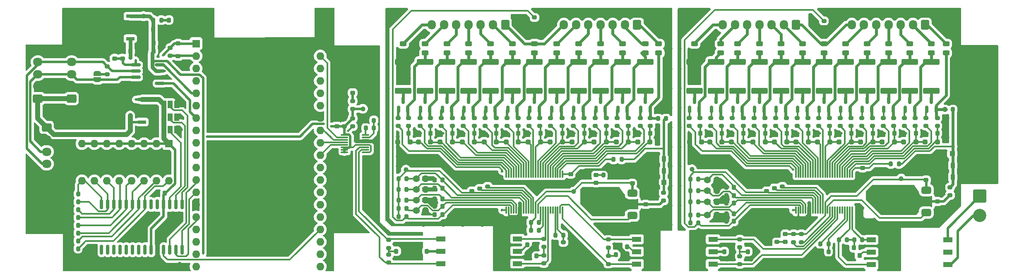
<source format=gbr>
%TF.GenerationSoftware,KiCad,Pcbnew,9.0.4*%
%TF.CreationDate,2025-10-02T14:04:05+09:00*%
%TF.ProjectId,LTC6811_ESP32_Master_V5P3,4c544336-3831-4315-9f45-535033325f4d,rev?*%
%TF.SameCoordinates,Original*%
%TF.FileFunction,Copper,L1,Top*%
%TF.FilePolarity,Positive*%
%FSLAX46Y46*%
G04 Gerber Fmt 4.6, Leading zero omitted, Abs format (unit mm)*
G04 Created by KiCad (PCBNEW 9.0.4) date 2025-10-02 14:04:05*
%MOMM*%
%LPD*%
G01*
G04 APERTURE LIST*
G04 Aperture macros list*
%AMRoundRect*
0 Rectangle with rounded corners*
0 $1 Rounding radius*
0 $2 $3 $4 $5 $6 $7 $8 $9 X,Y pos of 4 corners*
0 Add a 4 corners polygon primitive as box body*
4,1,4,$2,$3,$4,$5,$6,$7,$8,$9,$2,$3,0*
0 Add four circle primitives for the rounded corners*
1,1,$1+$1,$2,$3*
1,1,$1+$1,$4,$5*
1,1,$1+$1,$6,$7*
1,1,$1+$1,$8,$9*
0 Add four rect primitives between the rounded corners*
20,1,$1+$1,$2,$3,$4,$5,0*
20,1,$1+$1,$4,$5,$6,$7,0*
20,1,$1+$1,$6,$7,$8,$9,0*
20,1,$1+$1,$8,$9,$2,$3,0*%
%AMFreePoly0*
4,1,23,0.500000,-0.750000,0.000000,-0.750000,0.000000,-0.745722,-0.065263,-0.745722,-0.191342,-0.711940,-0.304381,-0.646677,-0.396677,-0.554381,-0.461940,-0.441342,-0.495722,-0.315263,-0.495722,-0.250000,-0.500000,-0.250000,-0.500000,0.250000,-0.495722,0.250000,-0.495722,0.315263,-0.461940,0.441342,-0.396677,0.554381,-0.304381,0.646677,-0.191342,0.711940,-0.065263,0.745722,0.000000,0.745722,
0.000000,0.750000,0.500000,0.750000,0.500000,-0.750000,0.500000,-0.750000,$1*%
%AMFreePoly1*
4,1,23,0.000000,0.745722,0.065263,0.745722,0.191342,0.711940,0.304381,0.646677,0.396677,0.554381,0.461940,0.441342,0.495722,0.315263,0.495722,0.250000,0.500000,0.250000,0.500000,-0.250000,0.495722,-0.250000,0.495722,-0.315263,0.461940,-0.441342,0.396677,-0.554381,0.304381,-0.646677,0.191342,-0.711940,0.065263,-0.745722,0.000000,-0.745722,0.000000,-0.750000,-0.500000,-0.750000,
-0.500000,0.750000,0.000000,0.750000,0.000000,0.745722,0.000000,0.745722,$1*%
G04 Aperture macros list end*
%TA.AperFunction,SMDPad,CuDef*%
%ADD10RoundRect,0.225000X0.225000X0.375000X-0.225000X0.375000X-0.225000X-0.375000X0.225000X-0.375000X0*%
%TD*%
%TA.AperFunction,SMDPad,CuDef*%
%ADD11RoundRect,0.200000X-0.200000X-0.275000X0.200000X-0.275000X0.200000X0.275000X-0.200000X0.275000X0*%
%TD*%
%TA.AperFunction,ComponentPad*%
%ADD12RoundRect,0.250000X0.725000X-0.600000X0.725000X0.600000X-0.725000X0.600000X-0.725000X-0.600000X0*%
%TD*%
%TA.AperFunction,ComponentPad*%
%ADD13O,1.950000X1.700000*%
%TD*%
%TA.AperFunction,ComponentPad*%
%ADD14R,1.600000X1.600000*%
%TD*%
%TA.AperFunction,ComponentPad*%
%ADD15O,1.600000X1.600000*%
%TD*%
%TA.AperFunction,SMDPad,CuDef*%
%ADD16RoundRect,0.218750X0.256250X-0.218750X0.256250X0.218750X-0.256250X0.218750X-0.256250X-0.218750X0*%
%TD*%
%TA.AperFunction,SMDPad,CuDef*%
%ADD17RoundRect,0.200000X0.275000X-0.200000X0.275000X0.200000X-0.275000X0.200000X-0.275000X-0.200000X0*%
%TD*%
%TA.AperFunction,SMDPad,CuDef*%
%ADD18RoundRect,0.200000X-0.275000X0.200000X-0.275000X-0.200000X0.275000X-0.200000X0.275000X0.200000X0*%
%TD*%
%TA.AperFunction,SMDPad,CuDef*%
%ADD19RoundRect,0.200000X0.200000X0.275000X-0.200000X0.275000X-0.200000X-0.275000X0.200000X-0.275000X0*%
%TD*%
%TA.AperFunction,SMDPad,CuDef*%
%ADD20RoundRect,0.225000X0.225000X0.250000X-0.225000X0.250000X-0.225000X-0.250000X0.225000X-0.250000X0*%
%TD*%
%TA.AperFunction,SMDPad,CuDef*%
%ADD21R,1.000000X1.500000*%
%TD*%
%TA.AperFunction,SMDPad,CuDef*%
%ADD22RoundRect,0.225000X-0.225000X-0.250000X0.225000X-0.250000X0.225000X0.250000X-0.225000X0.250000X0*%
%TD*%
%TA.AperFunction,SMDPad,CuDef*%
%ADD23RoundRect,0.250000X0.250000X0.250000X-0.250000X0.250000X-0.250000X-0.250000X0.250000X-0.250000X0*%
%TD*%
%TA.AperFunction,SMDPad,CuDef*%
%ADD24RoundRect,0.243750X-0.456250X0.243750X-0.456250X-0.243750X0.456250X-0.243750X0.456250X0.243750X0*%
%TD*%
%TA.AperFunction,SMDPad,CuDef*%
%ADD25RoundRect,0.225000X0.250000X-0.225000X0.250000X0.225000X-0.250000X0.225000X-0.250000X-0.225000X0*%
%TD*%
%TA.AperFunction,SMDPad,CuDef*%
%ADD26RoundRect,0.250000X-1.425000X0.362500X-1.425000X-0.362500X1.425000X-0.362500X1.425000X0.362500X0*%
%TD*%
%TA.AperFunction,SMDPad,CuDef*%
%ADD27R,1.701800X0.711200*%
%TD*%
%TA.AperFunction,SMDPad,CuDef*%
%ADD28R,6.223000X6.553200*%
%TD*%
%TA.AperFunction,SMDPad,CuDef*%
%ADD29C,1.000000*%
%TD*%
%TA.AperFunction,ComponentPad*%
%ADD30C,1.400000*%
%TD*%
%TA.AperFunction,ComponentPad*%
%ADD31O,1.400000X1.400000*%
%TD*%
%TA.AperFunction,SMDPad,CuDef*%
%ADD32RoundRect,0.225000X-0.250000X0.225000X-0.250000X-0.225000X0.250000X-0.225000X0.250000X0.225000X0*%
%TD*%
%TA.AperFunction,SMDPad,CuDef*%
%ADD33R,1.950000X1.020000*%
%TD*%
%TA.AperFunction,SMDPad,CuDef*%
%ADD34RoundRect,0.250000X0.300000X0.300000X-0.300000X0.300000X-0.300000X-0.300000X0.300000X-0.300000X0*%
%TD*%
%TA.AperFunction,SMDPad,CuDef*%
%ADD35RoundRect,0.150000X0.150000X-0.587500X0.150000X0.587500X-0.150000X0.587500X-0.150000X-0.587500X0*%
%TD*%
%TA.AperFunction,SMDPad,CuDef*%
%ADD36RoundRect,0.075000X-0.075000X0.662500X-0.075000X-0.662500X0.075000X-0.662500X0.075000X0.662500X0*%
%TD*%
%TA.AperFunction,SMDPad,CuDef*%
%ADD37RoundRect,0.150000X0.150000X-0.875000X0.150000X0.875000X-0.150000X0.875000X-0.150000X-0.875000X0*%
%TD*%
%TA.AperFunction,ComponentPad*%
%ADD38O,1.700000X1.950000*%
%TD*%
%TA.AperFunction,ComponentPad*%
%ADD39RoundRect,0.250000X0.600000X0.725000X-0.600000X0.725000X-0.600000X-0.725000X0.600000X-0.725000X0*%
%TD*%
%TA.AperFunction,SMDPad,CuDef*%
%ADD40RoundRect,0.218750X0.218750X0.256250X-0.218750X0.256250X-0.218750X-0.256250X0.218750X-0.256250X0*%
%TD*%
%TA.AperFunction,ComponentPad*%
%ADD41RoundRect,0.250001X-1.099999X1.099999X-1.099999X-1.099999X1.099999X-1.099999X1.099999X1.099999X0*%
%TD*%
%TA.AperFunction,ComponentPad*%
%ADD42C,2.700000*%
%TD*%
%TA.AperFunction,SMDPad,CuDef*%
%ADD43RoundRect,0.218750X-0.256250X0.218750X-0.256250X-0.218750X0.256250X-0.218750X0.256250X0.218750X0*%
%TD*%
%TA.AperFunction,SMDPad,CuDef*%
%ADD44RoundRect,0.375000X0.625000X0.375000X-0.625000X0.375000X-0.625000X-0.375000X0.625000X-0.375000X0*%
%TD*%
%TA.AperFunction,SMDPad,CuDef*%
%ADD45RoundRect,0.500000X0.500000X1.400000X-0.500000X1.400000X-0.500000X-1.400000X0.500000X-1.400000X0*%
%TD*%
%TA.AperFunction,SMDPad,CuDef*%
%ADD46FreePoly0,90.000000*%
%TD*%
%TA.AperFunction,SMDPad,CuDef*%
%ADD47FreePoly1,90.000000*%
%TD*%
%TA.AperFunction,SMDPad,CuDef*%
%ADD48RoundRect,0.150000X0.825000X0.150000X-0.825000X0.150000X-0.825000X-0.150000X0.825000X-0.150000X0*%
%TD*%
%TA.AperFunction,SMDPad,CuDef*%
%ADD49RoundRect,0.075000X-0.650000X-0.075000X0.650000X-0.075000X0.650000X0.075000X-0.650000X0.075000X0*%
%TD*%
%TA.AperFunction,ComponentPad*%
%ADD50RoundRect,0.250000X-0.725000X0.600000X-0.725000X-0.600000X0.725000X-0.600000X0.725000X0.600000X0*%
%TD*%
%TA.AperFunction,ViaPad*%
%ADD51C,0.800000*%
%TD*%
%TA.AperFunction,ViaPad*%
%ADD52C,0.500000*%
%TD*%
%TA.AperFunction,ViaPad*%
%ADD53C,0.600000*%
%TD*%
%TA.AperFunction,Conductor*%
%ADD54C,0.300000*%
%TD*%
%TA.AperFunction,Conductor*%
%ADD55C,0.500000*%
%TD*%
%TA.AperFunction,Conductor*%
%ADD56C,1.000000*%
%TD*%
%TA.AperFunction,Conductor*%
%ADD57C,0.800000*%
%TD*%
%TA.AperFunction,Conductor*%
%ADD58C,0.600000*%
%TD*%
G04 APERTURE END LIST*
D10*
%TO.P,D7,1,K*%
%TO.N,/Slaves/LTC6811_1/BAT+*%
X131050000Y21100000D03*
%TO.P,D7,2,A*%
%TO.N,GND_PACK*%
X127750000Y21100000D03*
%TD*%
%TO.P,D6,1,K*%
%TO.N,/Slaves/LTC6811_1/BAT+*%
X131050000Y23500000D03*
%TO.P,D6,2,A*%
%TO.N,GND_PACK*%
X127750000Y23500000D03*
%TD*%
%TO.P,D22,1,K*%
%TO.N,/Slaves/LTC6811_2/BAT+*%
X190150000Y19800000D03*
%TO.P,D22,2,A*%
%TO.N,GND_PACK*%
X186850000Y19800000D03*
%TD*%
%TO.P,D23,1,K*%
%TO.N,/Slaves/LTC6811_2/BAT+*%
X190150000Y22200000D03*
%TO.P,D23,2,A*%
%TO.N,GND_PACK*%
X186850000Y22200000D03*
%TD*%
D11*
%TO.P,R144,2*%
%TO.N,Net-(U1-GPA4)*%
X11225000Y11500000D03*
%TO.P,R144,1*%
%TO.N,GND*%
X9575000Y11500000D03*
%TD*%
%TO.P,R102,2*%
%TO.N,Net-(U1-GPA0)*%
X11225000Y5100000D03*
%TO.P,R102,1*%
%TO.N,GND*%
X9575000Y5100000D03*
%TD*%
%TO.P,R148,2*%
%TO.N,Net-(U1-GPA5)*%
X11225000Y13100000D03*
%TO.P,R148,1*%
%TO.N,GND*%
X9575000Y13100000D03*
%TD*%
%TO.P,R103,2*%
%TO.N,Net-(U1-GPA1)*%
X11225000Y6700000D03*
%TO.P,R103,1*%
%TO.N,GND*%
X9575000Y6700000D03*
%TD*%
%TO.P,R105,2*%
%TO.N,Net-(U1-GPA3)*%
X11225000Y9900000D03*
%TO.P,R105,1*%
%TO.N,GND*%
X9575000Y9900000D03*
%TD*%
%TO.P,R104,2*%
%TO.N,Net-(U1-GPA2)*%
X11225000Y8300000D03*
%TO.P,R104,1*%
%TO.N,GND*%
X9575000Y8300000D03*
%TD*%
D12*
%TO.P,J1,1,Pin_1*%
%TO.N,/PowerSupply/+12V*%
X9900000Y35900000D03*
D13*
%TO.P,J1,2,Pin_2*%
%TO.N,GND*%
X9900000Y38400000D03*
%TO.P,J1,3,Pin_3*%
%TO.N,/CAN/CAN_H*%
X9900000Y40900000D03*
%TO.P,J1,4,Pin_4*%
%TO.N,/CAN/CAN_L*%
X9900000Y43400000D03*
%TD*%
D14*
%TO.P,U8,1,3V3*%
%TO.N,+3V3*%
X35365000Y47178072D03*
D15*
%TO.P,U8,2,EN*%
%TO.N,/MCU/NRST*%
X35365000Y44638072D03*
%TO.P,U8,3,SENSOR_VP*%
%TO.N,unconnected-(U8-SENSOR_VP-Pad3)*%
X35365000Y42098072D03*
%TO.P,U8,4,SENSOR_VN*%
%TO.N,unconnected-(U8-SENSOR_VN-Pad4)*%
X35365000Y39558072D03*
%TO.P,U8,5,IO34*%
%TO.N,/CAN/RXD*%
X35365000Y37018072D03*
%TO.P,U8,6,IO35*%
%TO.N,unconnected-(U8-IO35-Pad6)*%
X35365000Y34478072D03*
%TO.P,U8,7,IO32*%
%TO.N,/CAN/TXD*%
X35365000Y31938072D03*
%TO.P,U8,8,IO33*%
%TO.N,unconnected-(U8-IO33-Pad8)*%
X35365000Y29398072D03*
%TO.P,U8,9,IO25*%
%TO.N,unconnected-(U8-IO25-Pad9)*%
X35365000Y26858072D03*
%TO.P,U8,10,IO26*%
%TO.N,unconnected-(U8-IO26-Pad10)*%
X35365000Y24318072D03*
%TO.P,U8,11,IO27*%
%TO.N,unconnected-(U8-IO27-Pad11)*%
X35365000Y21778072D03*
%TO.P,U8,12,IO14*%
%TO.N,/MCU/HSPI_SCK*%
X35365000Y19238072D03*
%TO.P,U8,13,IO12*%
%TO.N,/MCU/HSPI_MISO*%
X35365000Y16698072D03*
%TO.P,U8,14,GND*%
%TO.N,GND*%
X35365000Y14158072D03*
%TO.P,U8,15,IO13*%
%TO.N,/MCU/HSPI_MOSI*%
X35365000Y11618072D03*
%TO.P,U8,16,SD2*%
%TO.N,unconnected-(U8-SD2-Pad16)*%
X35365000Y9078072D03*
%TO.P,U8,17,SD3*%
%TO.N,unconnected-(U8-SD3-Pad17)*%
X35365000Y6538072D03*
%TO.P,U8,18,CMD*%
%TO.N,unconnected-(U8-CMD-Pad18)*%
X35365000Y3998072D03*
%TO.P,U8,19,5V*%
%TO.N,+5V*%
X35365000Y1458072D03*
%TO.P,U8,20,CLK*%
%TO.N,unconnected-(U8-CLK-Pad20)*%
X60765000Y1458072D03*
%TO.P,U8,21,SD0*%
%TO.N,unconnected-(U8-SD0-Pad21)*%
X60765000Y3998072D03*
%TO.P,U8,22,SD1*%
%TO.N,unconnected-(U8-SD1-Pad22)*%
X60765000Y6538072D03*
%TO.P,U8,23,IO15*%
%TO.N,/MCU/HSPI_CS*%
X60765000Y9078072D03*
%TO.P,U8,24,IO2*%
%TO.N,unconnected-(U8-IO2-Pad24)*%
X60765000Y11618072D03*
%TO.P,U8,25,IO0*%
%TO.N,unconnected-(U8-IO0-Pad25)*%
X60765000Y14158072D03*
%TO.P,U8,26,IO4*%
%TO.N,unconnected-(U8-IO4-Pad26)*%
X60765000Y16698072D03*
%TO.P,U8,27,IO16*%
%TO.N,unconnected-(U8-IO16-Pad27)*%
X60765000Y19238072D03*
%TO.P,U8,28,IO17*%
%TO.N,unconnected-(U8-IO17-Pad28)*%
X60765000Y21778072D03*
%TO.P,U8,29,IO5*%
%TO.N,/MCU/VSPI_CS*%
X60765000Y24318072D03*
%TO.P,U8,30,IO18*%
%TO.N,/MCU/VSPI_SCK*%
X60765000Y26858072D03*
%TO.P,U8,31,IO19*%
%TO.N,/MCU/VSPI_MISO*%
X60765000Y29398072D03*
%TO.P,U8,32,GND*%
%TO.N,GND*%
X60765000Y31938072D03*
%TO.P,U8,33,IO21*%
%TO.N,unconnected-(U8-IO21-Pad33)*%
X60765000Y34478072D03*
%TO.P,U8,34,RXD0*%
%TO.N,unconnected-(U8-RXD0-Pad34)*%
X60765000Y37018072D03*
%TO.P,U8,35,TXD0*%
%TO.N,unconnected-(U8-TXD0-Pad35)*%
X60765000Y39558072D03*
%TO.P,U8,36,IO22*%
%TO.N,unconnected-(U8-IO22-Pad36)*%
X60765000Y42098072D03*
%TO.P,U8,37,IO23*%
%TO.N,/MCU/VSPI_MOSI*%
X60765000Y44638072D03*
%TO.P,U8,38,GND*%
%TO.N,GND*%
X60765000Y47178072D03*
%TD*%
D16*
%TO.P,D25,1,K*%
%TO.N,Net-(D25-K)*%
X155900000Y6512500D03*
%TO.P,D25,2,A*%
%TO.N,/Slaves/LTC6811_2/Vreg*%
X155900000Y8087500D03*
%TD*%
D17*
%TO.P,R138,1*%
%TO.N,/Slaves/LTC6811_2/cell2/S*%
X140600000Y30275000D03*
%TO.P,R138,2*%
%TO.N,Net-(Q25-G)*%
X140600000Y31925000D03*
%TD*%
D18*
%TO.P,R91,1*%
%TO.N,/Slaves/LTC6811_2/BAT+*%
X189600000Y17725000D03*
%TO.P,R91,2*%
%TO.N,Net-(C67-Pad1)*%
X189600000Y16075000D03*
%TD*%
D19*
%TO.P,R4,1*%
%TO.N,/Slaves/LTC6811_1/T2*%
X78425000Y13400000D03*
%TO.P,R4,2*%
%TO.N,/Slaves/LTC6811_1/Vref2*%
X76775000Y13400000D03*
%TD*%
D20*
%TO.P,C9,1*%
%TO.N,/Slaves/LTC6811_2/T4*%
X145380000Y16000000D03*
%TO.P,C9,2*%
%TO.N,GND_PACK*%
X143830000Y16000000D03*
%TD*%
D21*
%TO.P,JP3,1,A*%
%TO.N,+3V3*%
X28800000Y34700000D03*
%TO.P,JP3,2,C*%
%TO.N,Net-(JP3-C)*%
X30100000Y34700000D03*
%TO.P,JP3,3,B*%
%TO.N,GND*%
X31400000Y34700000D03*
%TD*%
D22*
%TO.P,C84,1*%
%TO.N,/Slaves/LTC6811_2/cell5/C*%
X156200000Y28800000D03*
%TO.P,C84,2*%
%TO.N,GND_PACK*%
X157750000Y28800000D03*
%TD*%
D18*
%TO.P,R2,1*%
%TO.N,/Slaves/LTC6811_1/IMB*%
X119700000Y7000000D03*
%TO.P,R2,2*%
%TO.N,Net-(C24-Pad1)*%
X119700000Y5350000D03*
%TD*%
D23*
%TO.P,D14,1,K*%
%TO.N,/Slaves/LTC6811_1/cell8/C*%
X110300000Y27000000D03*
%TO.P,D14,2,A*%
%TO.N,/Slaves/LTC6811_1/cell7/C*%
X107800000Y27000000D03*
%TD*%
D24*
%TO.P,F5,1*%
%TO.N,/Slaves/LTC6811_1/C8*%
X113600000Y47137500D03*
%TO.P,F5,2*%
%TO.N,/Slaves/LTC6811_1/cell8/C+*%
X113600000Y45262500D03*
%TD*%
D25*
%TO.P,C34,1*%
%TO.N,GND*%
X26200000Y34200000D03*
%TO.P,C34,2*%
%TO.N,+3V3*%
X26200000Y35750000D03*
%TD*%
D24*
%TO.P,F19,1*%
%TO.N,/Slaves/LTC6811_2/C7*%
X168200000Y47137500D03*
%TO.P,F19,2*%
%TO.N,/Slaves/LTC6811_2/cell7/C+*%
X168200000Y45262500D03*
%TD*%
D22*
%TO.P,C62,1*%
%TO.N,/Slaves/LTC6811_1/cell1/C*%
X78825000Y28800000D03*
%TO.P,C62,2*%
%TO.N,GND_PACK*%
X80375000Y28800000D03*
%TD*%
%TO.P,C35,1*%
%TO.N,GND*%
X25050000Y50100000D03*
%TO.P,C35,2*%
%TO.N,+5V*%
X26600000Y50100000D03*
%TD*%
D11*
%TO.P,R48,1*%
%TO.N,Net-(D9-K)*%
X118675000Y20200000D03*
%TO.P,R48,2*%
%TO.N,GND_PACK*%
X120325000Y20200000D03*
%TD*%
D26*
%TO.P,R121,1*%
%TO.N,/Slaves/LTC6811_2/cell6/C+*%
X163800000Y43462500D03*
%TO.P,R121,2*%
%TO.N,Net-(Q20-D)*%
X163800000Y37537500D03*
%TD*%
%TO.P,R88,1*%
%TO.N,GND_PACK*%
X77725000Y43462500D03*
%TO.P,R88,2*%
%TO.N,Net-(Q13-D)*%
X77725000Y37537500D03*
%TD*%
D27*
%TO.P,U4,1,Vcc*%
%TO.N,/PowerSupply/+12V*%
X21908500Y48199999D03*
D28*
%TO.P,U4,2,GND*%
%TO.N,GND*%
X15152100Y50500000D03*
D27*
%TO.P,U4,3,Vo*%
%TO.N,+5V*%
X21908500Y52800001D03*
%TD*%
D20*
%TO.P,C5,1*%
%TO.N,/Slaves/LTC6811_1/T5*%
X85729962Y19187500D03*
%TO.P,C5,2*%
%TO.N,GND_PACK*%
X84179962Y19187500D03*
%TD*%
D29*
%TO.P,TP3,1,1*%
%TO.N,/Slaves/LTC6811_1/Vreg*%
X112600000Y16800000D03*
%TD*%
D30*
%TO.P,TH8,1*%
%TO.N,/Slaves/LTC6811_2/T3*%
X139995000Y14700000D03*
D31*
%TO.P,TH8,2*%
%TO.N,GND_PACK*%
X141895000Y14700000D03*
%TD*%
D18*
%TO.P,R49,1*%
%TO.N,/Slaves/LTC6811_2/IMA*%
X146600000Y7050000D03*
%TO.P,R49,2*%
%TO.N,Net-(C70-Pad1)*%
X146600000Y5400000D03*
%TD*%
D17*
%TO.P,R123,1*%
%TO.N,/Slaves/LTC6811_2/cell7/S*%
X162700000Y30275000D03*
%TO.P,R123,2*%
%TO.N,Net-(Q20-G)*%
X162700000Y31925000D03*
%TD*%
D26*
%TO.P,R112,1*%
%TO.N,/Slaves/LTC6811_2/cell10/C-*%
X177000000Y43462500D03*
%TO.P,R112,2*%
%TO.N,Net-(Q17-D)*%
X177000000Y37537500D03*
%TD*%
D29*
%TO.P,TP4,1,1*%
%TO.N,/Slaves/LTC6811_1/Vref2*%
X78300000Y21300000D03*
%TD*%
D22*
%TO.P,C68,1*%
%TO.N,GND*%
X27425000Y16500000D03*
%TO.P,C68,2*%
%TO.N,+3V3*%
X28975000Y16500000D03*
%TD*%
D32*
%TO.P,C37,1*%
%TO.N,Net-(U11-V+)*%
X112000000Y20400000D03*
%TO.P,C37,2*%
%TO.N,GND_PACK*%
X112000000Y18850000D03*
%TD*%
D23*
%TO.P,D37,1,K*%
%TO.N,/Slaves/LTC6811_2/cell1/C*%
X138800000Y27000000D03*
%TO.P,D37,2,A*%
%TO.N,GND_PACK*%
X136300000Y27000000D03*
%TD*%
D17*
%TO.P,R90,1*%
%TO.N,/Slaves/LTC6811_1/cell1/S*%
X76675000Y30275000D03*
%TO.P,R90,2*%
%TO.N,Net-(Q13-G)*%
X76675000Y31925000D03*
%TD*%
D23*
%TO.P,D11,1,K*%
%TO.N,/Slaves/LTC6811_1/cell11/C*%
X123800000Y27000000D03*
%TO.P,D11,2,A*%
%TO.N,/Slaves/LTC6811_1/cell10/C*%
X121300000Y27000000D03*
%TD*%
D17*
%TO.P,R63,1*%
%TO.N,/Slaves/LTC6811_1/cell10/S*%
X117000000Y30275000D03*
%TO.P,R63,2*%
%TO.N,Net-(Q4-G)*%
X117000000Y31925000D03*
%TD*%
D22*
%TO.P,C61,1*%
%TO.N,/Slaves/LTC6811_1/cell2/C*%
X83325000Y28800000D03*
%TO.P,C61,2*%
%TO.N,GND_PACK*%
X84875000Y28800000D03*
%TD*%
D26*
%TO.P,R133,1*%
%TO.N,/Slaves/LTC6811_2/cell2/C+*%
X146150000Y43462500D03*
%TO.P,R133,2*%
%TO.N,Net-(Q24-D)*%
X146150000Y37537500D03*
%TD*%
D17*
%TO.P,R117,1*%
%TO.N,/Slaves/LTC6811_2/cell9/S*%
X171500000Y30275000D03*
%TO.P,R117,2*%
%TO.N,Net-(Q18-G)*%
X171500000Y31925000D03*
%TD*%
D18*
%TO.P,TH1,1*%
%TO.N,/Slaves/LTC6811_1/T1*%
X104600000Y52525000D03*
%TO.P,TH1,2*%
%TO.N,GND_PACK*%
X104600000Y50875000D03*
%TD*%
D20*
%TO.P,C10,1*%
%TO.N,/Slaves/LTC6811_2/T5*%
X145375000Y17700000D03*
%TO.P,C10,2*%
%TO.N,GND_PACK*%
X143825000Y17700000D03*
%TD*%
%TO.P,C7,1*%
%TO.N,/Slaves/LTC6811_2/T2*%
X145375000Y12300000D03*
%TO.P,C7,2*%
%TO.N,GND_PACK*%
X143825000Y12300000D03*
%TD*%
D33*
%TO.P,TR3,1,1*%
%TO.N,/Slaves/LTC6811_2/IPA*%
X141120000Y1960000D03*
%TO.P,TR3,2,2*%
%TO.N,Net-(C45-Pad1)*%
X141120000Y4500000D03*
%TO.P,TR3,3,3*%
%TO.N,/Slaves/LTC6811_2/IMA*%
X141120000Y7040000D03*
%TO.P,TR3,4,4*%
%TO.N,/Slaves/LTC6811_1/IMB*%
X125480000Y7040000D03*
%TO.P,TR3,5,5*%
%TO.N,Net-(C26-Pad1)*%
X125480000Y4500000D03*
%TO.P,TR3,6,6*%
%TO.N,/Slaves/LTC6811_1/IPB*%
X125480000Y1960000D03*
%TD*%
D17*
%TO.P,R72,1*%
%TO.N,/Slaves/LTC6811_1/cell7/S*%
X103500000Y30275000D03*
%TO.P,R72,2*%
%TO.N,Net-(Q7-G)*%
X103500000Y31925000D03*
%TD*%
D34*
%TO.P,D8,1,K*%
%TO.N,/Slaves/LTC6811_1/BAT+*%
X131075000Y18700000D03*
%TO.P,D8,2,A*%
%TO.N,GND_PACK*%
X128275000Y18700000D03*
%TD*%
D35*
%TO.P,Q24,1,G*%
%TO.N,Net-(Q24-G)*%
X145200000Y33662500D03*
%TO.P,Q24,2,S*%
%TO.N,/Slaves/LTC6811_2/cell3/C+*%
X147100000Y33662500D03*
%TO.P,Q24,3,D*%
%TO.N,Net-(Q24-D)*%
X146150000Y35537500D03*
%TD*%
D19*
%TO.P,R98,1*%
%TO.N,Net-(U12-ICMP)*%
X164725000Y4500000D03*
%TO.P,R98,2*%
%TO.N,GND_PACK*%
X163075000Y4500000D03*
%TD*%
D22*
%TO.P,C24,1*%
%TO.N,Net-(C24-Pad1)*%
X121225000Y3900000D03*
%TO.P,C24,2*%
%TO.N,GND_PACK*%
X122775000Y3900000D03*
%TD*%
%TO.P,C29,1*%
%TO.N,GND*%
X81025000Y4600000D03*
%TO.P,C29,2*%
%TO.N,Net-(C29-Pad2)*%
X82575000Y4600000D03*
%TD*%
D26*
%TO.P,R118,1*%
%TO.N,/Slaves/LTC6811_2/cell7/C+*%
X168200000Y43462500D03*
%TO.P,R118,2*%
%TO.N,Net-(Q19-D)*%
X168200000Y37537500D03*
%TD*%
D35*
%TO.P,Q8,1,G*%
%TO.N,Net-(Q8-G)*%
X99150000Y33662500D03*
%TO.P,Q8,2,S*%
%TO.N,/Slaves/LTC6811_1/cell6/C+*%
X101050000Y33662500D03*
%TO.P,Q8,3,D*%
%TO.N,Net-(Q8-D)*%
X100100000Y35537500D03*
%TD*%
D14*
%TO.P,SW1,1*%
%TO.N,+3V3*%
X29800000Y26667500D03*
D15*
%TO.P,SW1,2*%
X27260000Y26667500D03*
%TO.P,SW1,3*%
X24720000Y26667500D03*
%TO.P,SW1,4*%
X22180000Y26667500D03*
%TO.P,SW1,5*%
X19640000Y26667500D03*
%TO.P,SW1,6*%
X17100000Y26667500D03*
%TO.P,SW1,7*%
X14560000Y26667500D03*
%TO.P,SW1,8*%
X12020000Y26667500D03*
%TO.P,SW1,9*%
%TO.N,Net-(U1-GPA7)*%
X12020000Y19047500D03*
%TO.P,SW1,10*%
%TO.N,Net-(U1-GPA6)*%
X14560000Y19047500D03*
%TO.P,SW1,11*%
%TO.N,Net-(U1-GPA5)*%
X17100000Y19047500D03*
%TO.P,SW1,12*%
%TO.N,Net-(U1-GPA4)*%
X19640000Y19047500D03*
%TO.P,SW1,13*%
%TO.N,Net-(U1-GPA3)*%
X22180000Y19047500D03*
%TO.P,SW1,14*%
%TO.N,Net-(U1-GPA2)*%
X24720000Y19047500D03*
%TO.P,SW1,15*%
%TO.N,Net-(U1-GPA1)*%
X27260000Y19047500D03*
%TO.P,SW1,16*%
%TO.N,Net-(U1-GPA0)*%
X29800000Y19047500D03*
%TD*%
D17*
%TO.P,R45,1*%
%TO.N,Net-(U11-DTEN)*%
X95000000Y17875000D03*
%TO.P,R45,2*%
%TO.N,GND_PACK*%
X95000000Y19525000D03*
%TD*%
D20*
%TO.P,C2,1*%
%TO.N,/Slaves/LTC6811_1/T2*%
X85729962Y13800000D03*
%TO.P,C2,2*%
%TO.N,GND_PACK*%
X84179962Y13800000D03*
%TD*%
D23*
%TO.P,D36,1,K*%
%TO.N,/Slaves/LTC6811_2/cell2/C*%
X142950000Y27000000D03*
%TO.P,D36,2,A*%
%TO.N,/Slaves/LTC6811_2/cell1/C*%
X140450000Y27000000D03*
%TD*%
D17*
%TO.P,R128,1*%
%TO.N,/Slaves/LTC6811_2/cell5/C*%
X156100000Y30275000D03*
%TO.P,R128,2*%
%TO.N,/Slaves/LTC6811_2/cell5/C+*%
X156100000Y31925000D03*
%TD*%
%TO.P,R69,1*%
%TO.N,/Slaves/LTC6811_1/cell8/S*%
X107900000Y30275000D03*
%TO.P,R69,2*%
%TO.N,Net-(Q6-G)*%
X107900000Y31925000D03*
%TD*%
D35*
%TO.P,Q3,1,G*%
%TO.N,Net-(Q3-G)*%
X121650000Y33662500D03*
%TO.P,Q3,2,S*%
%TO.N,/Slaves/LTC6811_1/cell11/C+*%
X123550000Y33662500D03*
%TO.P,Q3,3,D*%
%TO.N,Net-(Q3-D)*%
X122600000Y35537500D03*
%TD*%
D18*
%TO.P,R40,1*%
%TO.N,/Slaves/LTC6811_1/BAT+*%
X131000000Y16625000D03*
%TO.P,R40,2*%
%TO.N,Net-(C41-Pad1)*%
X131000000Y14975000D03*
%TD*%
D29*
%TO.P,TP2,1,1*%
%TO.N,+3V3*%
X69500000Y33800000D03*
%TD*%
D17*
%TO.P,R57,1*%
%TO.N,/Slaves/LTC6811_1/cell12/S*%
X126200000Y30275000D03*
%TO.P,R57,2*%
%TO.N,Net-(Q2-G)*%
X126200000Y31925000D03*
%TD*%
D19*
%TO.P,R11,1*%
%TO.N,/Slaves/LTC6811_2/T4*%
X138125000Y17000000D03*
%TO.P,R11,2*%
%TO.N,/Slaves/LTC6811_2/Vref2*%
X136475000Y17000000D03*
%TD*%
D26*
%TO.P,R64,1*%
%TO.N,/Slaves/LTC6811_1/cell8/C+*%
X113600000Y43462500D03*
%TO.P,R64,2*%
%TO.N,Net-(Q5-D)*%
X113600000Y37537500D03*
%TD*%
D17*
%TO.P,R94,1*%
%TO.N,Net-(U12-ISOMD)*%
X157600000Y6462500D03*
%TO.P,R94,2*%
%TO.N,/Slaves/LTC6811_2/Vreg*%
X157600000Y8112500D03*
%TD*%
D18*
%TO.P,R32,1*%
%TO.N,/Slaves/LTC6811_1/IMA*%
X106500000Y7125000D03*
%TO.P,R32,2*%
%TO.N,Net-(C50-Pad1)*%
X106500000Y5475000D03*
%TD*%
D17*
%TO.P,R89,1*%
%TO.N,/Slaves/LTC6811_1/cell1/C*%
X78825000Y30275000D03*
%TO.P,R89,2*%
%TO.N,/Slaves/LTC6811_1/cell1/C+*%
X78825000Y31925000D03*
%TD*%
D22*
%TO.P,C86,1*%
%TO.N,/Slaves/LTC6811_2/cell3/C*%
X147350000Y28800000D03*
%TO.P,C86,2*%
%TO.N,GND_PACK*%
X148900000Y28800000D03*
%TD*%
D11*
%TO.P,R151,1*%
%TO.N,GND*%
X9575000Y16300000D03*
%TO.P,R151,2*%
%TO.N,Net-(U1-GPA7)*%
X11225000Y16300000D03*
%TD*%
D20*
%TO.P,C50,1*%
%TO.N,Net-(C50-Pad1)*%
X105000000Y3600000D03*
%TO.P,C50,2*%
%TO.N,GND_PACK*%
X103450000Y3600000D03*
%TD*%
D32*
%TO.P,C31,1*%
%TO.N,GND*%
X64150000Y31775000D03*
%TO.P,C31,2*%
%TO.N,+3V3*%
X64150000Y30225000D03*
%TD*%
D26*
%TO.P,R67,1*%
%TO.N,/Slaves/LTC6811_1/cell7/C+*%
X109100000Y43462500D03*
%TO.P,R67,2*%
%TO.N,Net-(Q6-D)*%
X109100000Y37537500D03*
%TD*%
D35*
%TO.P,Q5,1,G*%
%TO.N,Net-(Q5-G)*%
X112650000Y33662500D03*
%TO.P,Q5,2,S*%
%TO.N,/Slaves/LTC6811_1/cell10/C-*%
X114550000Y33662500D03*
%TO.P,Q5,3,D*%
%TO.N,Net-(Q5-D)*%
X113600000Y35537500D03*
%TD*%
D24*
%TO.P,F23,1*%
%TO.N,/Slaves/LTC6811_2/C3*%
X150600000Y47137500D03*
%TO.P,F23,2*%
%TO.N,/Slaves/LTC6811_2/cell3/C+*%
X150600000Y45262500D03*
%TD*%
D22*
%TO.P,C70,1*%
%TO.N,Net-(C70-Pad1)*%
X148225000Y4500000D03*
%TO.P,C70,2*%
%TO.N,GND_PACK*%
X149775000Y4500000D03*
%TD*%
D35*
%TO.P,Q11,1,G*%
%TO.N,Net-(Q11-G)*%
X85750000Y33662500D03*
%TO.P,Q11,2,S*%
%TO.N,/Slaves/LTC6811_1/cell3/C+*%
X87650000Y33662500D03*
%TO.P,Q11,3,D*%
%TO.N,Net-(Q11-D)*%
X86700000Y35537500D03*
%TD*%
D19*
%TO.P,R10,1*%
%TO.N,/Slaves/LTC6811_2/T3*%
X138125000Y14700000D03*
%TO.P,R10,2*%
%TO.N,/Slaves/LTC6811_2/Vref2*%
X136475000Y14700000D03*
%TD*%
D22*
%TO.P,C69,1*%
%TO.N,Net-(C69-Pad1)*%
X103125000Y5900000D03*
%TO.P,C69,2*%
%TO.N,GND_PACK*%
X104675000Y5900000D03*
%TD*%
D35*
%TO.P,Q25,1,G*%
%TO.N,Net-(Q25-G)*%
X140800000Y33662500D03*
%TO.P,Q25,2,S*%
%TO.N,/Slaves/LTC6811_2/cell2/C+*%
X142700000Y33662500D03*
%TO.P,Q25,3,D*%
%TO.N,Net-(Q25-D)*%
X141750000Y35537500D03*
%TD*%
D24*
%TO.P,F15,1*%
%TO.N,/Slaves/LTC6811_2/C11*%
X185800000Y47137500D03*
%TO.P,F15,2*%
%TO.N,/Slaves/LTC6811_2/cell11/C+*%
X185800000Y45262500D03*
%TD*%
D19*
%TO.P,R9,1*%
%TO.N,/Slaves/LTC6811_2/T2*%
X138125000Y12000000D03*
%TO.P,R9,2*%
%TO.N,/Slaves/LTC6811_2/Vref2*%
X136475000Y12000000D03*
%TD*%
D30*
%TO.P,TH3,1*%
%TO.N,/Slaves/LTC6811_1/T3*%
X80395000Y15100000D03*
D31*
%TO.P,TH3,2*%
%TO.N,GND_PACK*%
X82295000Y15100000D03*
%TD*%
D22*
%TO.P,C82,1*%
%TO.N,/Slaves/LTC6811_2/cell7/C*%
X165000000Y28800000D03*
%TO.P,C82,2*%
%TO.N,GND_PACK*%
X166550000Y28800000D03*
%TD*%
%TO.P,C55,1*%
%TO.N,/Slaves/LTC6811_1/cell8/C*%
X110300000Y28800000D03*
%TO.P,C55,2*%
%TO.N,GND_PACK*%
X111850000Y28800000D03*
%TD*%
D19*
%TO.P,R7,1*%
%TO.N,/Slaves/LTC6811_1/T5*%
X78425000Y19500000D03*
%TO.P,R7,2*%
%TO.N,/Slaves/LTC6811_1/Vref2*%
X76775000Y19500000D03*
%TD*%
D24*
%TO.P,F2,1*%
%TO.N,/Slaves/LTC6811_1/C11*%
X127300000Y47137500D03*
%TO.P,F2,2*%
%TO.N,/Slaves/LTC6811_1/cell11/C+*%
X127300000Y45262500D03*
%TD*%
D35*
%TO.P,Q19,1,G*%
%TO.N,Net-(Q19-G)*%
X167250000Y33662500D03*
%TO.P,Q19,2,S*%
%TO.N,/Slaves/LTC6811_2/cell8/C+*%
X169150000Y33662500D03*
%TO.P,Q19,3,D*%
%TO.N,Net-(Q19-D)*%
X168200000Y35537500D03*
%TD*%
D17*
%TO.P,R74,1*%
%TO.N,/Slaves/LTC6811_1/cell6/C*%
X101300000Y30275000D03*
%TO.P,R74,2*%
%TO.N,/Slaves/LTC6811_1/cell6/C+*%
X101300000Y31925000D03*
%TD*%
D35*
%TO.P,Q2,1,G*%
%TO.N,Net-(Q2-G)*%
X126350000Y33662500D03*
%TO.P,Q2,2,S*%
%TO.N,/Slaves/LTC6811_1/cell12/C+*%
X128250000Y33662500D03*
%TO.P,Q2,3,D*%
%TO.N,Net-(Q2-D)*%
X127300000Y35537500D03*
%TD*%
D22*
%TO.P,C56,1*%
%TO.N,/Slaves/LTC6811_1/cell7/C*%
X105800000Y28800000D03*
%TO.P,C56,2*%
%TO.N,GND_PACK*%
X107350000Y28800000D03*
%TD*%
D36*
%TO.P,U11,1,V+*%
%TO.N,Net-(U11-V+)*%
X110350000Y20412500D03*
%TO.P,U11,2,C12*%
%TO.N,/Slaves/LTC6811_1/cell12/C*%
X109850000Y20412500D03*
%TO.P,U11,3,S12*%
%TO.N,/Slaves/LTC6811_1/cell12/S*%
X109350000Y20412500D03*
%TO.P,U11,4,C11*%
%TO.N,/Slaves/LTC6811_1/cell11/C*%
X108850000Y20412500D03*
%TO.P,U11,5,S11*%
%TO.N,/Slaves/LTC6811_1/cell11/S*%
X108350000Y20412500D03*
%TO.P,U11,6,C10*%
%TO.N,/Slaves/LTC6811_1/cell10/C*%
X107850000Y20412500D03*
%TO.P,U11,7,S10*%
%TO.N,/Slaves/LTC6811_1/cell10/S*%
X107350000Y20412500D03*
%TO.P,U11,8,C9*%
%TO.N,/Slaves/LTC6811_1/cell10/CM*%
X106850000Y20412500D03*
%TO.P,U11,9,S9*%
%TO.N,/Slaves/LTC6811_1/cell9/S*%
X106350000Y20412500D03*
%TO.P,U11,10,C8*%
%TO.N,/Slaves/LTC6811_1/cell8/C*%
X105850000Y20412500D03*
%TO.P,U11,11,S8*%
%TO.N,/Slaves/LTC6811_1/cell8/S*%
X105350000Y20412500D03*
%TO.P,U11,12,C7*%
%TO.N,/Slaves/LTC6811_1/cell7/C*%
X104850000Y20412500D03*
%TO.P,U11,13,S7*%
%TO.N,/Slaves/LTC6811_1/cell7/S*%
X104350000Y20412500D03*
%TO.P,U11,14,C6*%
%TO.N,/Slaves/LTC6811_1/cell6/C*%
X103850000Y20412500D03*
%TO.P,U11,15,S6*%
%TO.N,/Slaves/LTC6811_1/cell6/S*%
X103350000Y20412500D03*
%TO.P,U11,16,C5*%
%TO.N,/Slaves/LTC6811_1/cell5/C*%
X102850000Y20412500D03*
%TO.P,U11,17,S5*%
%TO.N,/Slaves/LTC6811_1/cell5/S*%
X102350000Y20412500D03*
%TO.P,U11,18,C4*%
%TO.N,/Slaves/LTC6811_1/cell4/C*%
X101850000Y20412500D03*
%TO.P,U11,19,S4*%
%TO.N,/Slaves/LTC6811_1/cell4/S*%
X101350000Y20412500D03*
%TO.P,U11,20,C3*%
%TO.N,/Slaves/LTC6811_1/cell3/C*%
X100850000Y20412500D03*
%TO.P,U11,21,S3*%
%TO.N,/Slaves/LTC6811_1/cell3/S*%
X100350000Y20412500D03*
%TO.P,U11,22,C2*%
%TO.N,/Slaves/LTC6811_1/cell2/C*%
X99850000Y20412500D03*
%TO.P,U11,23,S2*%
%TO.N,/Slaves/LTC6811_1/cell2/S*%
X99350000Y20412500D03*
%TO.P,U11,24,C1*%
%TO.N,/Slaves/LTC6811_1/cell1/C*%
X98850000Y20412500D03*
%TO.P,U11,25,S1*%
%TO.N,/Slaves/LTC6811_1/cell1/S*%
X98850000Y12987500D03*
%TO.P,U11,26,C0*%
%TO.N,GND_PACK*%
X99350000Y12987500D03*
%TO.P,U11,27,GPIO1*%
%TO.N,/Slaves/LTC6811_1/T1*%
X99850000Y12987500D03*
%TO.P,U11,28,GPIO2*%
%TO.N,/Slaves/LTC6811_1/T2*%
X100350000Y12987500D03*
%TO.P,U11,29,GPIO3*%
%TO.N,/Slaves/LTC6811_1/T3*%
X100850000Y12987500D03*
%TO.P,U11,30,V-\u002A\u002A*%
%TO.N,GND_PACK*%
X101350000Y12987500D03*
%TO.P,U11,31,V-*%
X101850000Y12987500D03*
%TO.P,U11,32,GPIO4*%
%TO.N,/Slaves/LTC6811_1/T4*%
X102350000Y12987500D03*
%TO.P,U11,33,GPIO5*%
%TO.N,/Slaves/LTC6811_1/T5*%
X102850000Y12987500D03*
%TO.P,U11,34,Vref2*%
%TO.N,/Slaves/LTC6811_1/Vref2*%
X103350000Y12987500D03*
%TO.P,U11,35,Vref1*%
%TO.N,Net-(U11-Vref1)*%
X103850000Y12987500D03*
%TO.P,U11,36,DTEN*%
%TO.N,Net-(U11-DTEN)*%
X104350000Y12987500D03*
%TO.P,U11,37,Vreg*%
%TO.N,/Slaves/LTC6811_1/Vreg*%
X104850000Y12987500D03*
%TO.P,U11,38,DRIVE*%
%TO.N,/Slaves/LTC6811_1/DRIVE*%
X105350000Y12987500D03*
%TO.P,U11,39,WDT*%
%TO.N,Net-(U11-WDT)*%
X105850000Y12987500D03*
%TO.P,U11,40,ISOMD*%
%TO.N,Net-(U11-ISOMD)*%
X106350000Y12987500D03*
%TO.P,U11,41,IMA*%
%TO.N,/Slaves/LTC6811_1/IMA*%
X106850000Y12987500D03*
%TO.P,U11,42,IPA*%
%TO.N,/Slaves/LTC6811_1/IPA*%
X107350000Y12987500D03*
%TO.P,U11,43,SDI*%
%TO.N,unconnected-(U11-SDI-Pad43)*%
X107850000Y12987500D03*
%TO.P,U11,44,SDO*%
%TO.N,unconnected-(U11-SDO-Pad44)*%
X108350000Y12987500D03*
%TO.P,U11,45,IBIAS*%
%TO.N,Net-(U11-IBIAS)*%
X108850000Y12987500D03*
%TO.P,U11,46,ICMP*%
%TO.N,Net-(U11-ICMP)*%
X109350000Y12987500D03*
%TO.P,U11,47,IMB*%
%TO.N,/Slaves/LTC6811_1/IMB*%
X109850000Y12987500D03*
%TO.P,U11,48,IPB*%
%TO.N,/Slaves/LTC6811_1/IPB*%
X110350000Y12987500D03*
%TD*%
D25*
%TO.P,C40,1*%
%TO.N,/Slaves/LTC6811_1/Vreg*%
X124600000Y18525000D03*
%TO.P,C40,2*%
%TO.N,GND_PACK*%
X124600000Y20075000D03*
%TD*%
D22*
%TO.P,C59,1*%
%TO.N,/Slaves/LTC6811_1/cell4/C*%
X92300000Y28800000D03*
%TO.P,C59,2*%
%TO.N,GND_PACK*%
X93850000Y28800000D03*
%TD*%
D17*
%TO.P,R110,1*%
%TO.N,/Slaves/LTC6811_2/cell11/C*%
X182500000Y30275000D03*
%TO.P,R110,2*%
%TO.N,/Slaves/LTC6811_2/cell11/C+*%
X182500000Y31925000D03*
%TD*%
D24*
%TO.P,F14,1*%
%TO.N,/Slaves/LTC6811_2/C12*%
X188800000Y47137500D03*
%TO.P,F14,2*%
%TO.N,/Slaves/LTC6811_2/cell12/C+*%
X188800000Y45262500D03*
%TD*%
%TO.P,F8,1*%
%TO.N,/Slaves/LTC6811_1/C5*%
X100100000Y47137500D03*
%TO.P,F8,2*%
%TO.N,/Slaves/LTC6811_1/cell5/C+*%
X100100000Y45262500D03*
%TD*%
%TO.P,F7,1*%
%TO.N,/Slaves/LTC6811_1/C6*%
X104600000Y47137500D03*
%TO.P,F7,2*%
%TO.N,/Slaves/LTC6811_1/cell6/C+*%
X104600000Y45262500D03*
%TD*%
D17*
%TO.P,R99,1*%
%TO.N,Net-(D25-K)*%
X154200000Y6487500D03*
%TO.P,R99,2*%
%TO.N,GND_PACK*%
X154200000Y8137500D03*
%TD*%
D22*
%TO.P,C83,1*%
%TO.N,/Slaves/LTC6811_2/cell6/C*%
X160600000Y28800000D03*
%TO.P,C83,2*%
%TO.N,GND_PACK*%
X162150000Y28800000D03*
%TD*%
D23*
%TO.P,D27,1,K*%
%TO.N,/Slaves/LTC6811_2/cell11/C*%
X182600000Y27000000D03*
%TO.P,D27,2,A*%
%TO.N,/Slaves/LTC6811_2/cell10/C*%
X180100000Y27000000D03*
%TD*%
D35*
%TO.P,Q9,1,G*%
%TO.N,Net-(Q9-G)*%
X94650000Y33662500D03*
%TO.P,Q9,2,S*%
%TO.N,/Slaves/LTC6811_1/cell5/C+*%
X96550000Y33662500D03*
%TO.P,Q9,3,D*%
%TO.N,Net-(Q9-D)*%
X95600000Y35537500D03*
%TD*%
%TO.P,Q20,1,G*%
%TO.N,Net-(Q20-G)*%
X162850000Y33662500D03*
%TO.P,Q20,2,S*%
%TO.N,/Slaves/LTC6811_2/cell7/C+*%
X164750000Y33662500D03*
%TO.P,Q20,3,D*%
%TO.N,Net-(Q20-D)*%
X163800000Y35537500D03*
%TD*%
D23*
%TO.P,D32,1,K*%
%TO.N,/Slaves/LTC6811_2/cell6/C*%
X160600000Y27000000D03*
%TO.P,D32,2,A*%
%TO.N,/Slaves/LTC6811_2/cell5/C*%
X158100000Y27000000D03*
%TD*%
D22*
%TO.P,C60,1*%
%TO.N,/Slaves/LTC6811_1/cell3/C*%
X87800000Y28800000D03*
%TO.P,C60,2*%
%TO.N,GND_PACK*%
X89350000Y28800000D03*
%TD*%
D26*
%TO.P,R136,1*%
%TO.N,/Slaves/LTC6811_2/cell1/C+*%
X141750000Y43462500D03*
%TO.P,R136,2*%
%TO.N,Net-(Q25-D)*%
X141750000Y37537500D03*
%TD*%
D23*
%TO.P,D26,1,K*%
%TO.N,/Slaves/LTC6811_2/cell12/C*%
X187000000Y27000000D03*
%TO.P,D26,2,A*%
%TO.N,/Slaves/LTC6811_2/cell11/C*%
X184500000Y27000000D03*
%TD*%
D11*
%TO.P,R154,1*%
%TO.N,Net-(C73-Pad2)*%
X169975000Y6900000D03*
%TO.P,R154,2*%
%TO.N,/Slaves/LTC6811_2/IPB*%
X171625000Y6900000D03*
%TD*%
D17*
%TO.P,R83,1*%
%TO.N,/Slaves/LTC6811_1/cell3/C*%
X87800000Y30275000D03*
%TO.P,R83,2*%
%TO.N,/Slaves/LTC6811_1/cell3/C+*%
X87800000Y31925000D03*
%TD*%
D25*
%TO.P,C65,1*%
%TO.N,Net-(U12-Vref1)*%
X153700000Y17525000D03*
%TO.P,C65,2*%
%TO.N,GND_PACK*%
X153700000Y19075000D03*
%TD*%
D35*
%TO.P,Q12,1,G*%
%TO.N,Net-(Q12-G)*%
X81275000Y33662500D03*
%TO.P,Q12,2,S*%
%TO.N,/Slaves/LTC6811_1/cell2/C+*%
X83175000Y33662500D03*
%TO.P,Q12,3,D*%
%TO.N,Net-(Q12-D)*%
X82225000Y35537500D03*
%TD*%
D23*
%TO.P,D13,1,K*%
%TO.N,/Slaves/LTC6811_1/cell10/CM*%
X114800000Y27000000D03*
%TO.P,D13,2,A*%
%TO.N,/Slaves/LTC6811_1/cell8/C*%
X112300000Y27000000D03*
%TD*%
D19*
%TO.P,R44,1*%
%TO.N,Net-(U11-WDT)*%
X105525000Y10500000D03*
%TO.P,R44,2*%
%TO.N,/Slaves/LTC6811_1/Vreg*%
X103875000Y10500000D03*
%TD*%
D30*
%TO.P,TH9,1*%
%TO.N,/Slaves/LTC6811_2/T4*%
X139995000Y17000000D03*
D31*
%TO.P,TH9,2*%
%TO.N,GND_PACK*%
X141895000Y17000000D03*
%TD*%
D22*
%TO.P,C88,1*%
%TO.N,/Slaves/LTC6811_2/cell1/C*%
X138500000Y28800000D03*
%TO.P,C88,2*%
%TO.N,GND_PACK*%
X140050000Y28800000D03*
%TD*%
D25*
%TO.P,C42,1*%
%TO.N,/Slaves/LTC6811_2/Vreg*%
X184700000Y19200000D03*
%TO.P,C42,2*%
%TO.N,GND_PACK*%
X184700000Y20750000D03*
%TD*%
D23*
%TO.P,D15,1,K*%
%TO.N,/Slaves/LTC6811_1/cell7/C*%
X105800000Y27000000D03*
%TO.P,D15,2,A*%
%TO.N,/Slaves/LTC6811_1/cell6/C*%
X103300000Y27000000D03*
%TD*%
D30*
%TO.P,TH7,1*%
%TO.N,/Slaves/LTC6811_2/T2*%
X139995000Y12000000D03*
D31*
%TO.P,TH7,2*%
%TO.N,GND_PACK*%
X141895000Y12000000D03*
%TD*%
D22*
%TO.P,C57,1*%
%TO.N,/Slaves/LTC6811_1/cell6/C*%
X101300000Y28800000D03*
%TO.P,C57,2*%
%TO.N,GND_PACK*%
X102850000Y28800000D03*
%TD*%
D17*
%TO.P,R122,1*%
%TO.N,/Slaves/LTC6811_2/cell7/C*%
X164900000Y30275000D03*
%TO.P,R122,2*%
%TO.N,/Slaves/LTC6811_2/cell7/C+*%
X164900000Y31925000D03*
%TD*%
D26*
%TO.P,R109,1*%
%TO.N,/Slaves/LTC6811_2/cell10/C+*%
X181400000Y43462500D03*
%TO.P,R109,2*%
%TO.N,Net-(Q16-D)*%
X181400000Y37537500D03*
%TD*%
D19*
%TO.P,FB1,1*%
%TO.N,/Slaves/LTC6811_1/BAT+*%
X131525000Y31800000D03*
%TO.P,FB1,2*%
%TO.N,/Slaves/LTC6811_1/cell12/C+*%
X129875000Y31800000D03*
%TD*%
D18*
%TO.P,R153,1*%
%TO.N,/CAN/CAN_L*%
X17200000Y42525000D03*
%TO.P,R153,2*%
%TO.N,Net-(JP4-B)*%
X17200000Y40875000D03*
%TD*%
D29*
%TO.P,TP1,1,1*%
%TO.N,+5V*%
X24600000Y52800000D03*
%TD*%
D19*
%TO.P,R92,1*%
%TO.N,/Slaves/LTC6811_2/BAT+*%
X179125000Y22500000D03*
%TO.P,R92,2*%
%TO.N,Net-(U12-V+)*%
X177475000Y22500000D03*
%TD*%
D17*
%TO.P,R80,1*%
%TO.N,/Slaves/LTC6811_1/cell4/C*%
X92300000Y30275000D03*
%TO.P,R80,2*%
%TO.N,/Slaves/LTC6811_1/cell4/C+*%
X92300000Y31925000D03*
%TD*%
%TO.P,R56,1*%
%TO.N,/Slaves/LTC6811_1/cell12/C*%
X128300000Y30275000D03*
%TO.P,R56,2*%
%TO.N,/Slaves/LTC6811_1/cell12/C+*%
X128300000Y31925000D03*
%TD*%
D26*
%TO.P,R58,1*%
%TO.N,/Slaves/LTC6811_1/cell10/C+*%
X122600000Y43462500D03*
%TO.P,R58,2*%
%TO.N,Net-(Q3-D)*%
X122600000Y37537500D03*
%TD*%
D22*
%TO.P,C52,1*%
%TO.N,/Slaves/LTC6811_1/cell11/C*%
X123800000Y28800000D03*
%TO.P,C52,2*%
%TO.N,GND_PACK*%
X125350000Y28800000D03*
%TD*%
D17*
%TO.P,R132,1*%
%TO.N,/Slaves/LTC6811_2/cell4/S*%
X149500000Y30275000D03*
%TO.P,R132,2*%
%TO.N,Net-(Q23-G)*%
X149500000Y31925000D03*
%TD*%
D25*
%TO.P,C39,1*%
%TO.N,Net-(U11-Vref1)*%
X93400000Y17425000D03*
%TO.P,C39,2*%
%TO.N,GND_PACK*%
X93400000Y18975000D03*
%TD*%
D17*
%TO.P,R137,1*%
%TO.N,/Slaves/LTC6811_2/cell2/C*%
X142800000Y30275000D03*
%TO.P,R137,2*%
%TO.N,/Slaves/LTC6811_2/cell2/C+*%
X142800000Y31925000D03*
%TD*%
D22*
%TO.P,C33,1*%
%TO.N,/PowerSupply/+12V*%
X21925000Y45600000D03*
%TO.P,C33,2*%
%TO.N,GND*%
X23475000Y45600000D03*
%TD*%
D37*
%TO.P,U1,1,GPB0*%
%TO.N,unconnected-(U1-GPB0-Pad1)*%
X16045000Y4900000D03*
%TO.P,U1,2,GPB1*%
%TO.N,unconnected-(U1-GPB1-Pad2)*%
X17315000Y4900000D03*
%TO.P,U1,3,GPB2*%
%TO.N,unconnected-(U1-GPB2-Pad3)*%
X18585000Y4900000D03*
%TO.P,U1,4,GPB3*%
%TO.N,unconnected-(U1-GPB3-Pad4)*%
X19855000Y4900000D03*
%TO.P,U1,5,GPB4*%
%TO.N,unconnected-(U1-GPB4-Pad5)*%
X21125000Y4900000D03*
%TO.P,U1,6,GPB5*%
%TO.N,unconnected-(U1-GPB5-Pad6)*%
X22395000Y4900000D03*
%TO.P,U1,7,GPB6*%
%TO.N,unconnected-(U1-GPB6-Pad7)*%
X23665000Y4900000D03*
%TO.P,U1,8,GPB7*%
%TO.N,unconnected-(U1-GPB7-Pad8)*%
X24935000Y4900000D03*
%TO.P,U1,9,VDD*%
%TO.N,+3V3*%
X26205000Y4900000D03*
%TO.P,U1,10,VSS*%
%TO.N,GND*%
X27475000Y4900000D03*
%TO.P,U1,11,~{CS}*%
%TO.N,/MCU/HSPI_CS*%
X28745000Y4900000D03*
%TO.P,U1,12,SCK*%
%TO.N,/MCU/HSPI_SCK*%
X30015000Y4900000D03*
%TO.P,U1,13,SI*%
%TO.N,/MCU/HSPI_MOSI*%
X31285000Y4900000D03*
%TO.P,U1,14,SO*%
%TO.N,/MCU/HSPI_MISO*%
X32555000Y4900000D03*
%TO.P,U1,15,A0*%
%TO.N,Net-(JP3-C)*%
X32555000Y14200000D03*
%TO.P,U1,16,A1*%
%TO.N,Net-(JP2-C)*%
X31285000Y14200000D03*
%TO.P,U1,17,A2*%
%TO.N,Net-(JP1-C)*%
X30015000Y14200000D03*
%TO.P,U1,18,~{RESET}*%
%TO.N,+3V3*%
X28745000Y14200000D03*
%TO.P,U1,19,INTB*%
%TO.N,/MCU/INTB*%
X27475000Y14200000D03*
%TO.P,U1,20,INTA*%
%TO.N,/MCU/INTA*%
X26205000Y14200000D03*
%TO.P,U1,21,GPA0*%
%TO.N,Net-(U1-GPA0)*%
X24935000Y14200000D03*
%TO.P,U1,22,GPA1*%
%TO.N,Net-(U1-GPA1)*%
X23665000Y14200000D03*
%TO.P,U1,23,GPA2*%
%TO.N,Net-(U1-GPA2)*%
X22395000Y14200000D03*
%TO.P,U1,24,GPA3*%
%TO.N,Net-(U1-GPA3)*%
X21125000Y14200000D03*
%TO.P,U1,25,GPA4*%
%TO.N,Net-(U1-GPA4)*%
X19855000Y14200000D03*
%TO.P,U1,26,GPA5*%
%TO.N,Net-(U1-GPA5)*%
X18585000Y14200000D03*
%TO.P,U1,27,GPA6*%
%TO.N,Net-(U1-GPA6)*%
X17315000Y14200000D03*
%TO.P,U1,28,GPA7*%
%TO.N,Net-(U1-GPA7)*%
X16045000Y14200000D03*
%TD*%
D32*
%TO.P,C41,1*%
%TO.N,Net-(C41-Pad1)*%
X127350000Y14200000D03*
%TO.P,C41,2*%
%TO.N,GND_PACK*%
X127350000Y12650000D03*
%TD*%
D22*
%TO.P,C51,1*%
%TO.N,/Slaves/LTC6811_1/cell12/C*%
X128250000Y28800000D03*
%TO.P,C51,2*%
%TO.N,GND_PACK*%
X129800000Y28800000D03*
%TD*%
D17*
%TO.P,R126,1*%
%TO.N,/Slaves/LTC6811_2/cell6/S*%
X158300000Y30275000D03*
%TO.P,R126,2*%
%TO.N,Net-(Q21-G)*%
X158300000Y31925000D03*
%TD*%
D24*
%TO.P,F21,1*%
%TO.N,/Slaves/LTC6811_2/C5*%
X159400000Y47137500D03*
%TO.P,F21,2*%
%TO.N,/Slaves/LTC6811_2/cell5/C+*%
X159400000Y45262500D03*
%TD*%
D11*
%TO.P,R47,1*%
%TO.N,Net-(U12-IBIAS)*%
X163075000Y6100000D03*
%TO.P,R47,2*%
%TO.N,Net-(U12-ICMP)*%
X164725000Y6100000D03*
%TD*%
D35*
%TO.P,Q17,1,G*%
%TO.N,Net-(Q17-G)*%
X176050000Y33662500D03*
%TO.P,Q17,2,S*%
%TO.N,/Slaves/LTC6811_2/cell10/C+*%
X177950000Y33662500D03*
%TO.P,Q17,3,D*%
%TO.N,Net-(Q17-D)*%
X177000000Y35537500D03*
%TD*%
D22*
%TO.P,C80,1*%
%TO.N,/Slaves/LTC6811_2/cell10/CM*%
X173800000Y28800000D03*
%TO.P,C80,2*%
%TO.N,GND_PACK*%
X175350000Y28800000D03*
%TD*%
D18*
%TO.P,R36,1*%
%TO.N,Net-(C30-Pad2)*%
X74800000Y3900000D03*
%TO.P,R36,2*%
%TO.N,/MCU/IP*%
X74800000Y2250000D03*
%TD*%
D24*
%TO.P,F6,1*%
%TO.N,/Slaves/LTC6811_1/C7*%
X109100000Y47137500D03*
%TO.P,F6,2*%
%TO.N,/Slaves/LTC6811_1/cell7/C+*%
X109100000Y45262500D03*
%TD*%
D17*
%TO.P,R65,1*%
%TO.N,/Slaves/LTC6811_1/cell10/CM*%
X114700000Y30275000D03*
%TO.P,R65,2*%
%TO.N,/Slaves/LTC6811_1/cell10/C-*%
X114700000Y31925000D03*
%TD*%
D35*
%TO.P,Q18,1,G*%
%TO.N,Net-(Q18-G)*%
X171650000Y33662500D03*
%TO.P,Q18,2,S*%
%TO.N,/Slaves/LTC6811_2/cell10/C-*%
X173550000Y33662500D03*
%TO.P,Q18,3,D*%
%TO.N,Net-(Q18-D)*%
X172600000Y35537500D03*
%TD*%
D17*
%TO.P,R59,1*%
%TO.N,/Slaves/LTC6811_1/cell11/C*%
X123800000Y30275000D03*
%TO.P,R59,2*%
%TO.N,/Slaves/LTC6811_1/cell11/C+*%
X123800000Y31925000D03*
%TD*%
D11*
%TO.P,R155,1*%
%TO.N,/Slaves/LTC6811_2/IMB*%
X166875000Y6900000D03*
%TO.P,R155,2*%
%TO.N,Net-(C73-Pad2)*%
X168525000Y6900000D03*
%TD*%
D21*
%TO.P,JP1,1,A*%
%TO.N,+3V3*%
X28800000Y29500000D03*
%TO.P,JP1,2,C*%
%TO.N,Net-(JP1-C)*%
X30100000Y29500000D03*
%TO.P,JP1,3,B*%
%TO.N,GND*%
X31400000Y29500000D03*
%TD*%
D11*
%TO.P,R42,1*%
%TO.N,Net-(U11-IBIAS)*%
X108875000Y7900000D03*
%TO.P,R42,2*%
%TO.N,Net-(U11-ICMP)*%
X110525000Y7900000D03*
%TD*%
D24*
%TO.P,F25,1*%
%TO.N,/Slaves/LTC6811_2/C1*%
X142700000Y47137500D03*
%TO.P,F25,2*%
%TO.N,/Slaves/LTC6811_2/cell1/C+*%
X142700000Y45262500D03*
%TD*%
%TO.P,F1,1*%
%TO.N,/Slaves/LTC6811_1/C12*%
X130000000Y47137500D03*
%TO.P,F1,2*%
%TO.N,/Slaves/LTC6811_1/cell12/C+*%
X130000000Y45262500D03*
%TD*%
D20*
%TO.P,C26,1*%
%TO.N,Net-(C26-Pad1)*%
X123525000Y5500000D03*
%TO.P,C26,2*%
%TO.N,GND_PACK*%
X121975000Y5500000D03*
%TD*%
D35*
%TO.P,Q26,1,G*%
%TO.N,Net-(Q26-G)*%
X136350000Y33662500D03*
%TO.P,Q26,2,S*%
%TO.N,/Slaves/LTC6811_2/cell1/C+*%
X138250000Y33662500D03*
%TO.P,Q26,3,D*%
%TO.N,Net-(Q26-D)*%
X137300000Y35537500D03*
%TD*%
D19*
%TO.P,R27,1*%
%TO.N,Net-(D1-A)*%
X28250000Y52000000D03*
%TO.P,R27,2*%
%TO.N,+5V*%
X26600000Y52000000D03*
%TD*%
D32*
%TO.P,C67,1*%
%TO.N,Net-(C67-Pad1)*%
X187000000Y14800000D03*
%TO.P,C67,2*%
%TO.N,GND_PACK*%
X187000000Y13250000D03*
%TD*%
D22*
%TO.P,C85,1*%
%TO.N,/Slaves/LTC6811_2/cell4/C*%
X151800000Y28800000D03*
%TO.P,C85,2*%
%TO.N,GND_PACK*%
X153350000Y28800000D03*
%TD*%
D38*
%TO.P,J11,0,Pin_1*%
%TO.N,/Slaves/LTC6811_1/C1_G*%
X83600000Y51000000D03*
%TO.P,J11,1,Pin_2*%
%TO.N,/Slaves/LTC6811_1/C1*%
X86100000Y51000000D03*
%TO.P,J11,2,Pin_3*%
%TO.N,/Slaves/LTC6811_1/C2*%
X88600000Y51000000D03*
%TO.P,J11,3,Pin_4*%
%TO.N,/Slaves/LTC6811_1/C3*%
X91100000Y51000000D03*
%TO.P,J11,4,Pin_5*%
%TO.N,/Slaves/LTC6811_1/C4*%
X93600000Y51000000D03*
%TO.P,J11,5,Pin_6*%
%TO.N,/Slaves/LTC6811_1/C5*%
X96100000Y51000000D03*
D39*
%TO.P,J11,6,Pin_7*%
%TO.N,/Slaves/LTC6811_1/C6*%
X98600000Y51000000D03*
%TD*%
D22*
%TO.P,C20,1*%
%TO.N,/PowerSupply/+12V*%
X21900000Y29500000D03*
%TO.P,C20,2*%
%TO.N,GND*%
X23450000Y29500000D03*
%TD*%
D30*
%TO.P,TH5,1*%
%TO.N,/Slaves/LTC6811_1/T5*%
X80395000Y19500000D03*
D31*
%TO.P,TH5,2*%
%TO.N,GND_PACK*%
X82295000Y19500000D03*
%TD*%
D26*
%TO.P,R82,1*%
%TO.N,/Slaves/LTC6811_1/cell2/C+*%
X86700000Y43462500D03*
%TO.P,R82,2*%
%TO.N,Net-(Q11-D)*%
X86700000Y37537500D03*
%TD*%
D17*
%TO.P,R87,1*%
%TO.N,/Slaves/LTC6811_1/cell2/S*%
X81200000Y30275000D03*
%TO.P,R87,2*%
%TO.N,Net-(Q12-G)*%
X81200000Y31925000D03*
%TD*%
D29*
%TO.P,TP5,1,1*%
%TO.N,/Slaves/LTC6811_2/Vreg*%
X179600000Y19500000D03*
%TD*%
D40*
%TO.P,D1,1,K*%
%TO.N,GND*%
X31387500Y52000000D03*
%TO.P,D1,2,A*%
%TO.N,Net-(D1-A)*%
X29812500Y52000000D03*
%TD*%
D17*
%TO.P,R131,1*%
%TO.N,/Slaves/LTC6811_2/cell4/C*%
X151700000Y30275000D03*
%TO.P,R131,2*%
%TO.N,/Slaves/LTC6811_2/cell4/C+*%
X151700000Y31925000D03*
%TD*%
%TO.P,R66,1*%
%TO.N,/Slaves/LTC6811_1/cell9/S*%
X112500000Y30275000D03*
%TO.P,R66,2*%
%TO.N,Net-(Q5-G)*%
X112500000Y31925000D03*
%TD*%
%TO.P,R129,1*%
%TO.N,/Slaves/LTC6811_2/cell5/S*%
X153900000Y30275000D03*
%TO.P,R129,2*%
%TO.N,Net-(Q22-G)*%
X153900000Y31925000D03*
%TD*%
D35*
%TO.P,Q7,1,G*%
%TO.N,Net-(Q7-G)*%
X103650000Y33662500D03*
%TO.P,Q7,2,S*%
%TO.N,/Slaves/LTC6811_1/cell7/C+*%
X105550000Y33662500D03*
%TO.P,Q7,3,D*%
%TO.N,Net-(Q7-D)*%
X104600000Y35537500D03*
%TD*%
D17*
%TO.P,R140,1*%
%TO.N,/Slaves/LTC6811_2/cell1/C*%
X138400000Y30275000D03*
%TO.P,R140,2*%
%TO.N,/Slaves/LTC6811_2/cell1/C+*%
X138400000Y31925000D03*
%TD*%
D25*
%TO.P,C32,1*%
%TO.N,+3V3*%
X65700000Y30225000D03*
%TO.P,C32,2*%
%TO.N,GND*%
X65700000Y31775000D03*
%TD*%
D23*
%TO.P,D29,1,K*%
%TO.N,/Slaves/LTC6811_2/cell10/CM*%
X173800000Y27000000D03*
%TO.P,D29,2,A*%
%TO.N,/Slaves/LTC6811_2/cell8/C*%
X171300000Y27000000D03*
%TD*%
D35*
%TO.P,Q4,1,G*%
%TO.N,Net-(Q4-G)*%
X117150000Y33662500D03*
%TO.P,Q4,2,S*%
%TO.N,/Slaves/LTC6811_1/cell10/C+*%
X119050000Y33662500D03*
%TO.P,Q4,3,D*%
%TO.N,Net-(Q4-D)*%
X118100000Y35537500D03*
%TD*%
D18*
%TO.P,R46,1*%
%TO.N,Net-(C70-Pad1)*%
X146600000Y3550000D03*
%TO.P,R46,2*%
%TO.N,/Slaves/LTC6811_2/IPA*%
X146600000Y1900000D03*
%TD*%
D35*
%TO.P,Q23,1,G*%
%TO.N,Net-(Q23-G)*%
X149650000Y33662500D03*
%TO.P,Q23,2,S*%
%TO.N,/Slaves/LTC6811_2/cell4/C+*%
X151550000Y33662500D03*
%TO.P,Q23,3,D*%
%TO.N,Net-(Q23-D)*%
X150600000Y35537500D03*
%TD*%
D20*
%TO.P,C8,1*%
%TO.N,/Slaves/LTC6811_2/T3*%
X145375000Y14500000D03*
%TO.P,C8,2*%
%TO.N,GND_PACK*%
X143825000Y14500000D03*
%TD*%
D35*
%TO.P,Q10,1,G*%
%TO.N,Net-(Q10-G)*%
X90150000Y33662500D03*
%TO.P,Q10,2,S*%
%TO.N,/Slaves/LTC6811_1/cell4/C+*%
X92050000Y33662500D03*
%TO.P,Q10,3,D*%
%TO.N,Net-(Q10-D)*%
X91100000Y35537500D03*
%TD*%
D20*
%TO.P,C74,1*%
%TO.N,Net-(C74-Pad1)*%
X171075000Y3700000D03*
%TO.P,C74,2*%
%TO.N,GND_PACK*%
X169525000Y3700000D03*
%TD*%
D24*
%TO.P,F9,1*%
%TO.N,/Slaves/LTC6811_1/C4*%
X95600000Y47137500D03*
%TO.P,F9,2*%
%TO.N,/Slaves/LTC6811_1/cell4/C+*%
X95600000Y45262500D03*
%TD*%
D17*
%TO.P,R134,1*%
%TO.N,/Slaves/LTC6811_2/cell3/C*%
X147300000Y30275000D03*
%TO.P,R134,2*%
%TO.N,/Slaves/LTC6811_2/cell3/C+*%
X147300000Y31925000D03*
%TD*%
D27*
%TO.P,U3,1,Vcc*%
%TO.N,/PowerSupply/+12V*%
X24308500Y31099999D03*
D28*
%TO.P,U3,2,GND*%
%TO.N,GND*%
X17552100Y33400000D03*
D27*
%TO.P,U3,3,Vo*%
%TO.N,+3V3*%
X24308500Y35700001D03*
%TD*%
D20*
%TO.P,C6,1*%
%TO.N,/Slaves/LTC6811_2/T1*%
X145375000Y10700000D03*
%TO.P,C6,2*%
%TO.N,GND_PACK*%
X143825000Y10700000D03*
%TD*%
D26*
%TO.P,R73,1*%
%TO.N,/Slaves/LTC6811_1/cell5/C+*%
X100100000Y43462500D03*
%TO.P,R73,2*%
%TO.N,Net-(Q8-D)*%
X100100000Y37537500D03*
%TD*%
%TO.P,R124,1*%
%TO.N,/Slaves/LTC6811_2/cell5/C+*%
X159400000Y43462500D03*
%TO.P,R124,2*%
%TO.N,Net-(Q21-D)*%
X159400000Y37537500D03*
%TD*%
D41*
%TO.P,J6,1,Pin_1*%
%TO.N,/Slaves/PB*%
X195700000Y15900000D03*
D42*
%TO.P,J6,2,Pin_2*%
%TO.N,/Slaves/MB*%
X195700000Y11940000D03*
%TD*%
D20*
%TO.P,C21,1*%
%TO.N,+5V*%
X26675000Y45600000D03*
%TO.P,C21,2*%
%TO.N,GND*%
X25125000Y45600000D03*
%TD*%
D23*
%TO.P,D30,1,K*%
%TO.N,/Slaves/LTC6811_2/cell8/C*%
X169400000Y27000000D03*
%TO.P,D30,2,A*%
%TO.N,/Slaves/LTC6811_2/cell7/C*%
X166900000Y27000000D03*
%TD*%
D43*
%TO.P,D9,1,K*%
%TO.N,Net-(D9-K)*%
X117200000Y20187500D03*
%TO.P,D9,2,A*%
%TO.N,/Slaves/LTC6811_1/Vreg*%
X117200000Y18612500D03*
%TD*%
D18*
%TO.P,R37,1*%
%TO.N,/MCU/IM*%
X74800000Y6900000D03*
%TO.P,R37,2*%
%TO.N,Net-(C30-Pad2)*%
X74800000Y5250000D03*
%TD*%
D17*
%TO.P,R96,1*%
%TO.N,Net-(U12-DTEN)*%
X155300000Y17875000D03*
%TO.P,R96,2*%
%TO.N,GND_PACK*%
X155300000Y19525000D03*
%TD*%
%TO.P,R95,1*%
%TO.N,Net-(U12-WDT)*%
X159200000Y6462500D03*
%TO.P,R95,2*%
%TO.N,/Slaves/LTC6811_2/Vreg*%
X159200000Y8112500D03*
%TD*%
D18*
%TO.P,R39,1*%
%TO.N,+3V3*%
X67400000Y31825000D03*
%TO.P,R39,2*%
%TO.N,/MCU/VSPI_MISO*%
X67400000Y30175000D03*
%TD*%
D24*
%TO.P,F16,1*%
%TO.N,/Slaves/LTC6811_2/C10*%
X181400000Y47137500D03*
%TO.P,F16,2*%
%TO.N,/Slaves/LTC6811_2/cell10/C+*%
X181400000Y45262500D03*
%TD*%
D17*
%TO.P,R81,1*%
%TO.N,/Slaves/LTC6811_1/cell4/S*%
X90000000Y30275000D03*
%TO.P,R81,2*%
%TO.N,Net-(Q10-G)*%
X90000000Y31925000D03*
%TD*%
D44*
%TO.P,Q1,1,B*%
%TO.N,/Slaves/LTC6811_1/DRIVE*%
X124600000Y11900000D03*
%TO.P,Q1,2,C*%
%TO.N,Net-(C41-Pad1)*%
X124600000Y14200000D03*
%TO.P,Q1,3,E*%
%TO.N,/Slaves/LTC6811_1/Vreg*%
X124600000Y16500000D03*
D45*
%TO.P,Q1,4,C*%
%TO.N,Net-(C41-Pad1)*%
X118300000Y14200000D03*
%TD*%
D29*
%TO.P,TP6,1,1*%
%TO.N,/Slaves/LTC6811_2/Vref2*%
X136800000Y21400000D03*
%TD*%
D19*
%TO.P,R6,1*%
%TO.N,/Slaves/LTC6811_1/T4*%
X78425000Y17300000D03*
%TO.P,R6,2*%
%TO.N,/Slaves/LTC6811_1/Vref2*%
X76775000Y17300000D03*
%TD*%
D43*
%TO.P,D4,1,K*%
%TO.N,GND*%
X67400000Y38675000D03*
%TO.P,D4,2,A*%
%TO.N,Net-(D4-A)*%
X67400000Y37100000D03*
%TD*%
D17*
%TO.P,R114,1*%
%TO.N,/Slaves/LTC6811_2/cell10/S*%
X175900000Y30275000D03*
%TO.P,R114,2*%
%TO.N,Net-(Q17-G)*%
X175900000Y31925000D03*
%TD*%
%TO.P,R113,1*%
%TO.N,/Slaves/LTC6811_2/cell10/C*%
X178100000Y30275000D03*
%TO.P,R113,2*%
%TO.N,/Slaves/LTC6811_2/cell10/C+*%
X178100000Y31925000D03*
%TD*%
D32*
%TO.P,C63,1*%
%TO.N,Net-(U12-V+)*%
X171700000Y21675000D03*
%TO.P,C63,2*%
%TO.N,GND_PACK*%
X171700000Y20125000D03*
%TD*%
D11*
%TO.P,R35,1*%
%TO.N,GND*%
X70075000Y31437500D03*
%TO.P,R35,2*%
%TO.N,Net-(U9-ICMP)*%
X71725000Y31437500D03*
%TD*%
D17*
%TO.P,R60,1*%
%TO.N,/Slaves/LTC6811_1/cell11/S*%
X121500000Y30275000D03*
%TO.P,R60,2*%
%TO.N,Net-(Q3-G)*%
X121500000Y31925000D03*
%TD*%
D18*
%TO.P,TH6,1*%
%TO.N,/Slaves/LTC6811_2/T1*%
X163800000Y51825000D03*
%TO.P,TH6,2*%
%TO.N,GND_PACK*%
X163800000Y50175000D03*
%TD*%
D46*
%TO.P,JP4,1,A*%
%TO.N,/CAN/CAN_H*%
X15200000Y39750000D03*
D47*
%TO.P,JP4,2,B*%
%TO.N,Net-(JP4-B)*%
X15200000Y41050000D03*
%TD*%
D20*
%TO.P,C30,1*%
%TO.N,GND*%
X77875000Y4600000D03*
%TO.P,C30,2*%
%TO.N,Net-(C30-Pad2)*%
X76325000Y4600000D03*
%TD*%
D24*
%TO.P,F12,1*%
%TO.N,/Slaves/LTC6811_1/C1*%
X82225000Y47137500D03*
%TO.P,F12,2*%
%TO.N,/Slaves/LTC6811_1/cell1/C+*%
X82225000Y45262500D03*
%TD*%
D23*
%TO.P,D19,1,K*%
%TO.N,/Slaves/LTC6811_1/cell3/C*%
X87800000Y27000000D03*
%TO.P,D19,2,A*%
%TO.N,/Slaves/LTC6811_1/cell2/C*%
X85300000Y27000000D03*
%TD*%
D33*
%TO.P,TR7,1,1*%
%TO.N,/Slaves/MB*%
X189120000Y1860000D03*
%TO.P,TR7,2,2*%
%TO.N,unconnected-(TR7-Pad2)*%
X189120000Y4400000D03*
%TO.P,TR7,3,3*%
%TO.N,/Slaves/PB*%
X189120000Y6940000D03*
%TO.P,TR7,4,4*%
%TO.N,/Slaves/LTC6811_2/IPB*%
X173480000Y6940000D03*
%TO.P,TR7,5,5*%
%TO.N,Net-(C74-Pad1)*%
X173480000Y4400000D03*
%TO.P,TR7,6,6*%
%TO.N,/Slaves/LTC6811_2/IMB*%
X173480000Y1860000D03*
%TD*%
D26*
%TO.P,R61,1*%
%TO.N,/Slaves/LTC6811_1/cell10/C-*%
X118100000Y43462500D03*
%TO.P,R61,2*%
%TO.N,Net-(Q4-D)*%
X118100000Y37537500D03*
%TD*%
D32*
%TO.P,C27,1*%
%TO.N,GND*%
X31700000Y48750000D03*
%TO.P,C27,2*%
%TO.N,+3V3*%
X31700000Y47200000D03*
%TD*%
D18*
%TO.P,R97,1*%
%TO.N,Net-(U11-ICMP)*%
X110500000Y6425000D03*
%TO.P,R97,2*%
%TO.N,GND_PACK*%
X110500000Y4775000D03*
%TD*%
D22*
%TO.P,C53,1*%
%TO.N,/Slaves/LTC6811_1/cell10/C*%
X119300000Y28800000D03*
%TO.P,C53,2*%
%TO.N,GND_PACK*%
X120850000Y28800000D03*
%TD*%
D23*
%TO.P,D17,1,K*%
%TO.N,/Slaves/LTC6811_1/cell5/C*%
X96800000Y27000000D03*
%TO.P,D17,2,A*%
%TO.N,/Slaves/LTC6811_1/cell4/C*%
X94300000Y27000000D03*
%TD*%
D17*
%TO.P,R75,1*%
%TO.N,/Slaves/LTC6811_1/cell6/S*%
X99000000Y30275000D03*
%TO.P,R75,2*%
%TO.N,Net-(Q8-G)*%
X99000000Y31925000D03*
%TD*%
D24*
%TO.P,F4,1*%
%TO.N,/Slaves/LTC6811_1/C9*%
X118100000Y47137500D03*
%TO.P,F4,2*%
%TO.N,/Slaves/LTC6811_1/cell10/C-*%
X118100000Y45262500D03*
%TD*%
D23*
%TO.P,D16,1,K*%
%TO.N,/Slaves/LTC6811_1/cell6/C*%
X101300000Y27000000D03*
%TO.P,D16,2,A*%
%TO.N,/Slaves/LTC6811_1/cell5/C*%
X98800000Y27000000D03*
%TD*%
D38*
%TO.P,J10,0,Pin_1*%
%TO.N,/Slaves/LTC6811_1/C6*%
X110600000Y51000000D03*
%TO.P,J10,1,Pin_2*%
%TO.N,/Slaves/LTC6811_1/C7*%
X113100000Y51000000D03*
%TO.P,J10,2,Pin_3*%
%TO.N,/Slaves/LTC6811_1/C8*%
X115600000Y51000000D03*
%TO.P,J10,3,Pin_4*%
%TO.N,/Slaves/LTC6811_1/C9*%
X118100000Y51000000D03*
%TO.P,J10,4,Pin_5*%
%TO.N,/Slaves/LTC6811_1/C10*%
X120600000Y51000000D03*
%TO.P,J10,5,Pin_6*%
%TO.N,/Slaves/LTC6811_1/C11*%
X123100000Y51000000D03*
D39*
%TO.P,J10,6,Pin_7*%
%TO.N,/Slaves/LTC6811_1/C12*%
X125600000Y51000000D03*
%TD*%
D17*
%TO.P,R135,1*%
%TO.N,/Slaves/LTC6811_2/cell3/S*%
X145050000Y30275000D03*
%TO.P,R135,2*%
%TO.N,Net-(Q24-G)*%
X145050000Y31925000D03*
%TD*%
D34*
%TO.P,D24,1,K*%
%TO.N,/Slaves/LTC6811_2/BAT+*%
X190050000Y24600000D03*
%TO.P,D24,2,A*%
%TO.N,GND_PACK*%
X187250000Y24600000D03*
%TD*%
D17*
%TO.P,R78,1*%
%TO.N,/Slaves/LTC6811_1/cell5/S*%
X94500000Y30275000D03*
%TO.P,R78,2*%
%TO.N,Net-(Q9-G)*%
X94500000Y31925000D03*
%TD*%
D18*
%TO.P,R29,1*%
%TO.N,Net-(C50-Pad1)*%
X106500000Y3725000D03*
%TO.P,R29,2*%
%TO.N,/Slaves/LTC6811_1/IPA*%
X106500000Y2075000D03*
%TD*%
D24*
%TO.P,F22,1*%
%TO.N,/Slaves/LTC6811_2/C4*%
X155000000Y47137500D03*
%TO.P,F22,2*%
%TO.N,/Slaves/LTC6811_2/cell4/C+*%
X155000000Y45262500D03*
%TD*%
%TO.P,F3,1*%
%TO.N,/Slaves/LTC6811_1/C10*%
X122600000Y47137500D03*
%TO.P,F3,2*%
%TO.N,/Slaves/LTC6811_1/cell10/C+*%
X122600000Y45262500D03*
%TD*%
D17*
%TO.P,R77,1*%
%TO.N,/Slaves/LTC6811_1/cell5/C*%
X96800000Y30275000D03*
%TO.P,R77,2*%
%TO.N,/Slaves/LTC6811_1/cell5/C+*%
X96800000Y31925000D03*
%TD*%
%TO.P,R62,1*%
%TO.N,/Slaves/LTC6811_1/cell10/C*%
X119300000Y30275000D03*
%TO.P,R62,2*%
%TO.N,/Slaves/LTC6811_1/cell10/C+*%
X119300000Y31925000D03*
%TD*%
D36*
%TO.P,U12,1,V+*%
%TO.N,Net-(U12-V+)*%
X169550000Y20412500D03*
%TO.P,U12,2,C12*%
%TO.N,/Slaves/LTC6811_2/cell12/C*%
X169050000Y20412500D03*
%TO.P,U12,3,S12*%
%TO.N,/Slaves/LTC6811_2/cell12/S*%
X168550000Y20412500D03*
%TO.P,U12,4,C11*%
%TO.N,/Slaves/LTC6811_2/cell11/C*%
X168050000Y20412500D03*
%TO.P,U12,5,S11*%
%TO.N,/Slaves/LTC6811_2/cell11/S*%
X167550000Y20412500D03*
%TO.P,U12,6,C10*%
%TO.N,/Slaves/LTC6811_2/cell10/C*%
X167050000Y20412500D03*
%TO.P,U12,7,S10*%
%TO.N,/Slaves/LTC6811_2/cell10/S*%
X166550000Y20412500D03*
%TO.P,U12,8,C9*%
%TO.N,/Slaves/LTC6811_2/cell10/CM*%
X166050000Y20412500D03*
%TO.P,U12,9,S9*%
%TO.N,/Slaves/LTC6811_2/cell9/S*%
X165550000Y20412500D03*
%TO.P,U12,10,C8*%
%TO.N,/Slaves/LTC6811_2/cell8/C*%
X165050000Y20412500D03*
%TO.P,U12,11,S8*%
%TO.N,/Slaves/LTC6811_2/cell8/S*%
X164550000Y20412500D03*
%TO.P,U12,12,C7*%
%TO.N,/Slaves/LTC6811_2/cell7/C*%
X164050000Y20412500D03*
%TO.P,U12,13,S7*%
%TO.N,/Slaves/LTC6811_2/cell7/S*%
X163550000Y20412500D03*
%TO.P,U12,14,C6*%
%TO.N,/Slaves/LTC6811_2/cell6/C*%
X163050000Y20412500D03*
%TO.P,U12,15,S6*%
%TO.N,/Slaves/LTC6811_2/cell6/S*%
X162550000Y20412500D03*
%TO.P,U12,16,C5*%
%TO.N,/Slaves/LTC6811_2/cell5/C*%
X162050000Y20412500D03*
%TO.P,U12,17,S5*%
%TO.N,/Slaves/LTC6811_2/cell5/S*%
X161550000Y20412500D03*
%TO.P,U12,18,C4*%
%TO.N,/Slaves/LTC6811_2/cell4/C*%
X161050000Y20412500D03*
%TO.P,U12,19,S4*%
%TO.N,/Slaves/LTC6811_2/cell4/S*%
X160550000Y20412500D03*
%TO.P,U12,20,C3*%
%TO.N,/Slaves/LTC6811_2/cell3/C*%
X160050000Y20412500D03*
%TO.P,U12,21,S3*%
%TO.N,/Slaves/LTC6811_2/cell3/S*%
X159550000Y20412500D03*
%TO.P,U12,22,C2*%
%TO.N,/Slaves/LTC6811_2/cell2/C*%
X159050000Y20412500D03*
%TO.P,U12,23,S2*%
%TO.N,/Slaves/LTC6811_2/cell2/S*%
X158550000Y20412500D03*
%TO.P,U12,24,C1*%
%TO.N,/Slaves/LTC6811_2/cell1/C*%
X158050000Y20412500D03*
%TO.P,U12,25,S1*%
%TO.N,/Slaves/LTC6811_2/cell1/S*%
X158050000Y12987500D03*
%TO.P,U12,26,C0*%
%TO.N,GND_PACK*%
X158550000Y12987500D03*
%TO.P,U12,27,GPIO1*%
%TO.N,/Slaves/LTC6811_2/T1*%
X159050000Y12987500D03*
%TO.P,U12,28,GPIO2*%
%TO.N,/Slaves/LTC6811_2/T2*%
X159550000Y12987500D03*
%TO.P,U12,29,GPIO3*%
%TO.N,/Slaves/LTC6811_2/T3*%
X160050000Y12987500D03*
%TO.P,U12,30,V-\u002A\u002A*%
%TO.N,GND_PACK*%
X160550000Y12987500D03*
%TO.P,U12,31,V-*%
X161050000Y12987500D03*
%TO.P,U12,32,GPIO4*%
%TO.N,/Slaves/LTC6811_2/T4*%
X161550000Y12987500D03*
%TO.P,U12,33,GPIO5*%
%TO.N,/Slaves/LTC6811_2/T5*%
X162050000Y12987500D03*
%TO.P,U12,34,Vref2*%
%TO.N,/Slaves/LTC6811_2/Vref2*%
X162550000Y12987500D03*
%TO.P,U12,35,Vref1*%
%TO.N,Net-(U12-Vref1)*%
X163050000Y12987500D03*
%TO.P,U12,36,DTEN*%
%TO.N,Net-(U12-DTEN)*%
X163550000Y12987500D03*
%TO.P,U12,37,Vreg*%
%TO.N,/Slaves/LTC6811_2/Vreg*%
X164050000Y12987500D03*
%TO.P,U12,38,DRIVE*%
%TO.N,/Slaves/LTC6811_2/DRIVE*%
X164550000Y12987500D03*
%TO.P,U12,39,WDT*%
%TO.N,Net-(U12-WDT)*%
X165050000Y12987500D03*
%TO.P,U12,40,ISOMD*%
%TO.N,Net-(U12-ISOMD)*%
X165550000Y12987500D03*
%TO.P,U12,41,IMA*%
%TO.N,/Slaves/LTC6811_2/IMA*%
X166050000Y12987500D03*
%TO.P,U12,42,IPA*%
%TO.N,/Slaves/LTC6811_2/IPA*%
X166550000Y12987500D03*
%TO.P,U12,43,SDI*%
%TO.N,unconnected-(U12-SDI-Pad43)*%
X167050000Y12987500D03*
%TO.P,U12,44,SDO*%
%TO.N,unconnected-(U12-SDO-Pad44)*%
X167550000Y12987500D03*
%TO.P,U12,45,IBIAS*%
%TO.N,Net-(U12-IBIAS)*%
X168050000Y12987500D03*
%TO.P,U12,46,ICMP*%
%TO.N,Net-(U12-ICMP)*%
X168550000Y12987500D03*
%TO.P,U12,47,IMB*%
%TO.N,/Slaves/LTC6811_2/IMB*%
X169050000Y12987500D03*
%TO.P,U12,48,IPB*%
%TO.N,/Slaves/LTC6811_2/IPB*%
X169550000Y12987500D03*
%TD*%
D35*
%TO.P,Q13,1,G*%
%TO.N,Net-(Q13-G)*%
X76775000Y33662500D03*
%TO.P,Q13,2,S*%
%TO.N,/Slaves/LTC6811_1/cell1/C+*%
X78675000Y33662500D03*
%TO.P,Q13,3,D*%
%TO.N,Net-(Q13-D)*%
X77725000Y35537500D03*
%TD*%
D18*
%TO.P,R1,1*%
%TO.N,Net-(C24-Pad1)*%
X119700000Y3625000D03*
%TO.P,R1,2*%
%TO.N,/Slaves/LTC6811_1/IPB*%
X119700000Y1975000D03*
%TD*%
D35*
%TO.P,Q22,1,G*%
%TO.N,Net-(Q22-G)*%
X154050000Y33662500D03*
%TO.P,Q22,2,S*%
%TO.N,/Slaves/LTC6811_2/cell5/C+*%
X155950000Y33662500D03*
%TO.P,Q22,3,D*%
%TO.N,Net-(Q22-D)*%
X155000000Y35537500D03*
%TD*%
D17*
%TO.P,R107,1*%
%TO.N,/Slaves/LTC6811_2/cell12/C*%
X187000000Y30275000D03*
%TO.P,R107,2*%
%TO.N,/Slaves/LTC6811_2/cell12/C+*%
X187000000Y31925000D03*
%TD*%
%TO.P,R84,1*%
%TO.N,/Slaves/LTC6811_1/cell3/S*%
X85500000Y30275000D03*
%TO.P,R84,2*%
%TO.N,Net-(Q11-G)*%
X85500000Y31925000D03*
%TD*%
D23*
%TO.P,D33,1,K*%
%TO.N,/Slaves/LTC6811_2/cell5/C*%
X156200000Y27000000D03*
%TO.P,D33,2,A*%
%TO.N,/Slaves/LTC6811_2/cell4/C*%
X153700000Y27000000D03*
%TD*%
D17*
%TO.P,R108,1*%
%TO.N,/Slaves/LTC6811_2/cell12/S*%
X184700000Y30275000D03*
%TO.P,R108,2*%
%TO.N,Net-(Q15-G)*%
X184700000Y31925000D03*
%TD*%
D25*
%TO.P,C64,1*%
%TO.N,/Slaves/LTC6811_2/Vref2*%
X152100000Y16925000D03*
%TO.P,C64,2*%
%TO.N,GND_PACK*%
X152100000Y18475000D03*
%TD*%
%TO.P,C48,1*%
%TO.N,+3V3*%
X20300000Y44125000D03*
%TO.P,C48,2*%
%TO.N,GND*%
X20300000Y45675000D03*
%TD*%
D26*
%TO.P,R130,1*%
%TO.N,/Slaves/LTC6811_2/cell3/C+*%
X150600000Y43462500D03*
%TO.P,R130,2*%
%TO.N,Net-(Q23-D)*%
X150600000Y37537500D03*
%TD*%
D24*
%TO.P,F11,1*%
%TO.N,/Slaves/LTC6811_1/C2*%
X86700000Y47137500D03*
%TO.P,F11,2*%
%TO.N,/Slaves/LTC6811_1/cell2/C+*%
X86700000Y45262500D03*
%TD*%
D22*
%TO.P,C45,1*%
%TO.N,Net-(C45-Pad1)*%
X143425000Y4500000D03*
%TO.P,C45,2*%
%TO.N,GND_PACK*%
X144975000Y4500000D03*
%TD*%
D26*
%TO.P,R115,1*%
%TO.N,/Slaves/LTC6811_2/cell8/C+*%
X172600000Y43462500D03*
%TO.P,R115,2*%
%TO.N,Net-(Q18-D)*%
X172600000Y37537500D03*
%TD*%
D20*
%TO.P,C3,1*%
%TO.N,/Slaves/LTC6811_1/T3*%
X85729962Y15300000D03*
%TO.P,C3,2*%
%TO.N,GND_PACK*%
X84179962Y15300000D03*
%TD*%
D23*
%TO.P,D18,1,K*%
%TO.N,/Slaves/LTC6811_1/cell4/C*%
X92300000Y27000000D03*
%TO.P,D18,2,A*%
%TO.N,/Slaves/LTC6811_1/cell3/C*%
X89800000Y27000000D03*
%TD*%
D18*
%TO.P,R33,1*%
%TO.N,Net-(D4-A)*%
X67400000Y35412500D03*
%TO.P,R33,2*%
%TO.N,+3V3*%
X67400000Y33762500D03*
%TD*%
D17*
%TO.P,R141,1*%
%TO.N,/Slaves/LTC6811_2/cell1/S*%
X136200000Y30275000D03*
%TO.P,R141,2*%
%TO.N,Net-(Q26-G)*%
X136200000Y31925000D03*
%TD*%
D19*
%TO.P,R41,1*%
%TO.N,/Slaves/LTC6811_1/BAT+*%
X122400000Y23400000D03*
%TO.P,R41,2*%
%TO.N,Net-(U11-V+)*%
X120750000Y23400000D03*
%TD*%
D35*
%TO.P,Q15,1,G*%
%TO.N,Net-(Q15-G)*%
X184850000Y33662500D03*
%TO.P,Q15,2,S*%
%TO.N,/Slaves/LTC6811_2/cell12/C+*%
X186750000Y33662500D03*
%TO.P,Q15,3,D*%
%TO.N,Net-(Q15-D)*%
X185800000Y35537500D03*
%TD*%
D24*
%TO.P,F13,1*%
%TO.N,/Slaves/LTC6811_1/C1_G*%
X77725000Y47137500D03*
%TO.P,F13,2*%
%TO.N,GND_PACK*%
X77725000Y45262500D03*
%TD*%
D30*
%TO.P,TH4,1*%
%TO.N,/Slaves/LTC6811_1/T4*%
X80395000Y17300000D03*
D31*
%TO.P,TH4,2*%
%TO.N,GND_PACK*%
X82295000Y17300000D03*
%TD*%
D19*
%TO.P,FB2,1*%
%TO.N,/Slaves/LTC6811_2/BAT+*%
X190200000Y33650000D03*
%TO.P,FB2,2*%
%TO.N,/Slaves/LTC6811_2/cell12/C+*%
X188550000Y33650000D03*
%TD*%
D26*
%TO.P,R139,1*%
%TO.N,GND_PACK*%
X137300000Y43462500D03*
%TO.P,R139,2*%
%TO.N,Net-(Q26-D)*%
X137300000Y37537500D03*
%TD*%
D38*
%TO.P,J13,0,Pin_1*%
%TO.N,/Slaves/LTC6811_2/C1_G*%
X143100000Y51000000D03*
%TO.P,J13,1,Pin_2*%
%TO.N,/Slaves/LTC6811_2/C1*%
X145600000Y51000000D03*
%TO.P,J13,2,Pin_3*%
%TO.N,/Slaves/LTC6811_2/C2*%
X148100000Y51000000D03*
%TO.P,J13,3,Pin_4*%
%TO.N,/Slaves/LTC6811_2/C3*%
X150600000Y51000000D03*
%TO.P,J13,4,Pin_5*%
%TO.N,/Slaves/LTC6811_2/C4*%
X153100000Y51000000D03*
%TO.P,J13,5,Pin_6*%
%TO.N,/Slaves/LTC6811_2/C5*%
X155600000Y51000000D03*
D39*
%TO.P,J13,6,Pin_7*%
%TO.N,/Slaves/LTC6811_2/C6*%
X158100000Y51000000D03*
%TD*%
D23*
%TO.P,D10,1,K*%
%TO.N,/Slaves/LTC6811_1/cell12/C*%
X128225000Y27000000D03*
%TO.P,D10,2,A*%
%TO.N,/Slaves/LTC6811_1/cell11/C*%
X125725000Y27000000D03*
%TD*%
D24*
%TO.P,F26,1*%
%TO.N,/Slaves/LTC6811_2/C1_G*%
X137300000Y47137500D03*
%TO.P,F26,2*%
%TO.N,GND_PACK*%
X137300000Y45262500D03*
%TD*%
D22*
%TO.P,C58,1*%
%TO.N,/Slaves/LTC6811_1/cell5/C*%
X96800000Y28800000D03*
%TO.P,C58,2*%
%TO.N,GND_PACK*%
X98350000Y28800000D03*
%TD*%
D48*
%TO.P,U2,1,TXD*%
%TO.N,/CAN/TXD*%
X27975000Y38995000D03*
%TO.P,U2,2,VSS*%
%TO.N,GND*%
X27975000Y40265000D03*
%TO.P,U2,3,VDD*%
%TO.N,+5V*%
X27975000Y41535000D03*
%TO.P,U2,4,RXD*%
%TO.N,/CAN/RXD*%
X27975000Y42805000D03*
%TO.P,U2,5,Vio*%
%TO.N,+3V3*%
X23025000Y42805000D03*
%TO.P,U2,6,CANL*%
%TO.N,/CAN/CAN_L*%
X23025000Y41535000D03*
%TO.P,U2,7,CANH*%
%TO.N,/CAN/CAN_H*%
X23025000Y40265000D03*
%TO.P,U2,8,STBY*%
%TO.N,GND*%
X23025000Y38995000D03*
%TD*%
D49*
%TO.P,U9,1,EN*%
%TO.N,+3V3*%
X65725000Y28400000D03*
%TO.P,U9,2,MOSI*%
%TO.N,/MCU/VSPI_MOSI*%
X65725000Y27900000D03*
%TO.P,U9,3,MISO*%
%TO.N,/MCU/VSPI_MISO*%
X65725000Y27400000D03*
%TO.P,U9,4,SCK*%
%TO.N,/MCU/VSPI_SCK*%
X65725000Y26900000D03*
%TO.P,U9,5,CSB*%
%TO.N,/MCU/VSPI_CS*%
X65725000Y26400000D03*
%TO.P,U9,6,Vcc0*%
%TO.N,+3V3*%
X65725000Y25900000D03*
%TO.P,U9,7,POL*%
X65725000Y25400000D03*
%TO.P,U9,8,PHA*%
X65725000Y24900000D03*
%TO.P,U9,9,VCC*%
X70025000Y24900000D03*
%TO.P,U9,10,IM*%
%TO.N,/MCU/IM*%
X70025000Y25400000D03*
%TO.P,U9,11,IP*%
%TO.N,/MCU/IP*%
X70025000Y25900000D03*
%TO.P,U9,12,MSTR*%
%TO.N,+3V3*%
X70025000Y26400000D03*
%TO.P,U9,13,SLOW*%
%TO.N,GND*%
X70025000Y26900000D03*
%TO.P,U9,14,GND*%
X70025000Y27400000D03*
%TO.P,U9,15,ICMP*%
%TO.N,Net-(U9-ICMP)*%
X70025000Y27900000D03*
%TO.P,U9,16,IBIAS*%
%TO.N,Net-(U9-IBIAS)*%
X70025000Y28400000D03*
%TD*%
D26*
%TO.P,R55,1*%
%TO.N,/Slaves/LTC6811_1/cell11/C+*%
X127300000Y43462500D03*
%TO.P,R55,2*%
%TO.N,Net-(Q2-D)*%
X127300000Y37537500D03*
%TD*%
%TO.P,R70,1*%
%TO.N,/Slaves/LTC6811_1/cell6/C+*%
X104600000Y43462500D03*
%TO.P,R70,2*%
%TO.N,Net-(Q7-D)*%
X104600000Y37537500D03*
%TD*%
D23*
%TO.P,D20,1,K*%
%TO.N,/Slaves/LTC6811_1/cell2/C*%
X83325000Y27000000D03*
%TO.P,D20,2,A*%
%TO.N,/Slaves/LTC6811_1/cell1/C*%
X80825000Y27000000D03*
%TD*%
D17*
%TO.P,R68,1*%
%TO.N,/Slaves/LTC6811_1/cell8/C*%
X110200000Y30275000D03*
%TO.P,R68,2*%
%TO.N,/Slaves/LTC6811_1/cell8/C+*%
X110200000Y31925000D03*
%TD*%
D35*
%TO.P,Q16,1,G*%
%TO.N,Net-(Q16-G)*%
X180450000Y33662500D03*
%TO.P,Q16,2,S*%
%TO.N,/Slaves/LTC6811_2/cell11/C+*%
X182350000Y33662500D03*
%TO.P,Q16,3,D*%
%TO.N,Net-(Q16-D)*%
X181400000Y35537500D03*
%TD*%
D11*
%TO.P,R149,1*%
%TO.N,GND*%
X9575000Y14700000D03*
%TO.P,R149,2*%
%TO.N,Net-(U1-GPA6)*%
X11225000Y14700000D03*
%TD*%
D17*
%TO.P,R125,1*%
%TO.N,/Slaves/LTC6811_2/cell6/C*%
X160500000Y30275000D03*
%TO.P,R125,2*%
%TO.N,/Slaves/LTC6811_2/cell6/C+*%
X160500000Y31925000D03*
%TD*%
D24*
%TO.P,F20,1*%
%TO.N,/Slaves/LTC6811_2/C6*%
X163800000Y47137500D03*
%TO.P,F20,2*%
%TO.N,/Slaves/LTC6811_2/cell6/C+*%
X163800000Y45262500D03*
%TD*%
D22*
%TO.P,C73,1*%
%TO.N,GND_PACK*%
X168400000Y5300000D03*
%TO.P,C73,2*%
%TO.N,Net-(C73-Pad2)*%
X169950000Y5300000D03*
%TD*%
D19*
%TO.P,R5,1*%
%TO.N,/Slaves/LTC6811_1/T3*%
X78425000Y15100000D03*
%TO.P,R5,2*%
%TO.N,/Slaves/LTC6811_1/Vref2*%
X76775000Y15100000D03*
%TD*%
D22*
%TO.P,C54,1*%
%TO.N,/Slaves/LTC6811_1/cell10/CM*%
X114800000Y28800000D03*
%TO.P,C54,2*%
%TO.N,GND_PACK*%
X116350000Y28800000D03*
%TD*%
%TO.P,C77,1*%
%TO.N,/Slaves/LTC6811_2/cell12/C*%
X187000000Y28800000D03*
%TO.P,C77,2*%
%TO.N,GND_PACK*%
X188550000Y28800000D03*
%TD*%
D26*
%TO.P,R85,1*%
%TO.N,/Slaves/LTC6811_1/cell1/C+*%
X82225000Y43462500D03*
%TO.P,R85,2*%
%TO.N,Net-(Q12-D)*%
X82225000Y37537500D03*
%TD*%
D23*
%TO.P,D34,1,K*%
%TO.N,/Slaves/LTC6811_2/cell4/C*%
X151800000Y27000000D03*
%TO.P,D34,2,A*%
%TO.N,/Slaves/LTC6811_2/cell3/C*%
X149300000Y27000000D03*
%TD*%
D17*
%TO.P,R111,1*%
%TO.N,/Slaves/LTC6811_2/cell11/S*%
X180300000Y30275000D03*
%TO.P,R111,2*%
%TO.N,Net-(Q16-G)*%
X180300000Y31925000D03*
%TD*%
D23*
%TO.P,D21,1,K*%
%TO.N,/Slaves/LTC6811_1/cell1/C*%
X79150000Y27000000D03*
%TO.P,D21,2,A*%
%TO.N,GND_PACK*%
X76650000Y27000000D03*
%TD*%
D44*
%TO.P,Q14,1,B*%
%TO.N,/Slaves/LTC6811_2/DRIVE*%
X184750000Y12500000D03*
%TO.P,Q14,2,C*%
%TO.N,Net-(C67-Pad1)*%
X184750000Y14800000D03*
%TO.P,Q14,3,E*%
%TO.N,/Slaves/LTC6811_2/Vreg*%
X184750000Y17100000D03*
D45*
%TO.P,Q14,4,C*%
%TO.N,Net-(C67-Pad1)*%
X178450000Y14800000D03*
%TD*%
D26*
%TO.P,R106,1*%
%TO.N,/Slaves/LTC6811_2/cell11/C+*%
X185800000Y43462500D03*
%TO.P,R106,2*%
%TO.N,Net-(Q15-D)*%
X185800000Y37537500D03*
%TD*%
D22*
%TO.P,C87,1*%
%TO.N,/Slaves/LTC6811_2/cell2/C*%
X142950000Y28800000D03*
%TO.P,C87,2*%
%TO.N,GND_PACK*%
X144500000Y28800000D03*
%TD*%
D24*
%TO.P,F24,1*%
%TO.N,/Slaves/LTC6811_2/C2*%
X146150000Y47137500D03*
%TO.P,F24,2*%
%TO.N,/Slaves/LTC6811_2/cell2/C+*%
X146150000Y45262500D03*
%TD*%
D50*
%TO.P,J23,1,Pin_1*%
%TO.N,/PowerSupply/+12V*%
X4800000Y30000000D03*
D13*
%TO.P,J23,2,Pin_2*%
%TO.N,GND*%
X4800000Y27500000D03*
%TO.P,J23,3,Pin_3*%
%TO.N,/CAN/CAN_H*%
X4800000Y25000000D03*
%TO.P,J23,4,Pin_4*%
%TO.N,/CAN/CAN_L*%
X4800000Y22500000D03*
%TD*%
D21*
%TO.P,JP2,1,A*%
%TO.N,+3V3*%
X28800000Y32100000D03*
%TO.P,JP2,2,C*%
%TO.N,Net-(JP2-C)*%
X30100000Y32100000D03*
%TO.P,JP2,3,B*%
%TO.N,GND*%
X31400000Y32100000D03*
%TD*%
D11*
%TO.P,R3,1*%
%TO.N,/Slaves/LTC6811_1/Vref2*%
X76775000Y11700000D03*
%TO.P,R3,2*%
%TO.N,/Slaves/LTC6811_1/T1*%
X78425000Y11700000D03*
%TD*%
D38*
%TO.P,J12,0,Pin_1*%
%TO.N,/Slaves/LTC6811_2/C6*%
X169500000Y51000000D03*
%TO.P,J12,1,Pin_2*%
%TO.N,/Slaves/LTC6811_2/C7*%
X172000000Y51000000D03*
%TO.P,J12,2,Pin_3*%
%TO.N,/Slaves/LTC6811_2/C8*%
X174500000Y51000000D03*
%TO.P,J12,3,Pin_4*%
%TO.N,/Slaves/LTC6811_2/C9*%
X177000000Y51000000D03*
%TO.P,J12,4,Pin_5*%
%TO.N,/Slaves/LTC6811_2/C10*%
X179500000Y51000000D03*
%TO.P,J12,5,Pin_6*%
%TO.N,/Slaves/LTC6811_2/C11*%
X182000000Y51000000D03*
D39*
%TO.P,J12,6,Pin_7*%
%TO.N,/Slaves/LTC6811_2/C12*%
X184500000Y51000000D03*
%TD*%
D11*
%TO.P,R8,1*%
%TO.N,/Slaves/LTC6811_2/Vref2*%
X136475000Y10400000D03*
%TO.P,R8,2*%
%TO.N,/Slaves/LTC6811_2/T1*%
X138125000Y10400000D03*
%TD*%
D17*
%TO.P,R119,1*%
%TO.N,/Slaves/LTC6811_2/cell8/C*%
X169300000Y30275000D03*
%TO.P,R119,2*%
%TO.N,/Slaves/LTC6811_2/cell8/C+*%
X169300000Y31925000D03*
%TD*%
D19*
%TO.P,R38,1*%
%TO.N,Net-(U9-ICMP)*%
X71725000Y29850000D03*
%TO.P,R38,2*%
%TO.N,Net-(U9-IBIAS)*%
X70075000Y29850000D03*
%TD*%
D23*
%TO.P,D31,1,K*%
%TO.N,/Slaves/LTC6811_2/cell7/C*%
X165000000Y27000000D03*
%TO.P,D31,2,A*%
%TO.N,/Slaves/LTC6811_2/cell6/C*%
X162500000Y27000000D03*
%TD*%
%TO.P,D12,1,K*%
%TO.N,/Slaves/LTC6811_1/cell10/C*%
X119300000Y27000000D03*
%TO.P,D12,2,A*%
%TO.N,/Slaves/LTC6811_1/cell10/CM*%
X116800000Y27000000D03*
%TD*%
D19*
%TO.P,R43,1*%
%TO.N,Net-(U11-ISOMD)*%
X105525000Y8900000D03*
%TO.P,R43,2*%
%TO.N,/Slaves/LTC6811_1/Vreg*%
X103875000Y8900000D03*
%TD*%
D20*
%TO.P,C1,1*%
%TO.N,/Slaves/LTC6811_1/T1*%
X85729962Y12100000D03*
%TO.P,C1,2*%
%TO.N,GND_PACK*%
X84179962Y12100000D03*
%TD*%
D17*
%TO.P,R116,1*%
%TO.N,/Slaves/LTC6811_2/cell10/CM*%
X173700000Y30275000D03*
%TO.P,R116,2*%
%TO.N,/Slaves/LTC6811_2/cell10/C-*%
X173700000Y31925000D03*
%TD*%
D30*
%TO.P,TH10,1*%
%TO.N,/Slaves/LTC6811_2/T5*%
X139995000Y19200000D03*
D31*
%TO.P,TH10,2*%
%TO.N,GND_PACK*%
X141895000Y19200000D03*
%TD*%
D17*
%TO.P,R120,1*%
%TO.N,/Slaves/LTC6811_2/cell8/S*%
X167100000Y30275000D03*
%TO.P,R120,2*%
%TO.N,Net-(Q19-G)*%
X167100000Y31925000D03*
%TD*%
D35*
%TO.P,Q6,1,G*%
%TO.N,Net-(Q6-G)*%
X108150000Y33662500D03*
%TO.P,Q6,2,S*%
%TO.N,/Slaves/LTC6811_1/cell8/C+*%
X110050000Y33662500D03*
%TO.P,Q6,3,D*%
%TO.N,Net-(Q6-D)*%
X109100000Y35537500D03*
%TD*%
D24*
%TO.P,F17,1*%
%TO.N,/Slaves/LTC6811_2/C9*%
X177000000Y47137500D03*
%TO.P,F17,2*%
%TO.N,/Slaves/LTC6811_2/cell10/C-*%
X177000000Y45262500D03*
%TD*%
D17*
%TO.P,R86,1*%
%TO.N,/Slaves/LTC6811_1/cell2/C*%
X83325000Y30275000D03*
%TO.P,R86,2*%
%TO.N,/Slaves/LTC6811_1/cell2/C+*%
X83325000Y31925000D03*
%TD*%
D18*
%TO.P,R34,1*%
%TO.N,+3V3*%
X30100000Y46300000D03*
%TO.P,R34,2*%
%TO.N,/MCU/NRST*%
X30100000Y44650000D03*
%TD*%
D20*
%TO.P,C47,1*%
%TO.N,+5V*%
X26650000Y47300000D03*
%TO.P,C47,2*%
%TO.N,GND*%
X25100000Y47300000D03*
%TD*%
D19*
%TO.P,R12,1*%
%TO.N,/Slaves/LTC6811_2/T5*%
X138130000Y19400000D03*
%TO.P,R12,2*%
%TO.N,/Slaves/LTC6811_2/Vref2*%
X136480000Y19400000D03*
%TD*%
D35*
%TO.P,Q21,1,G*%
%TO.N,Net-(Q21-G)*%
X158450000Y33662500D03*
%TO.P,Q21,2,S*%
%TO.N,/Slaves/LTC6811_2/cell6/C+*%
X160350000Y33662500D03*
%TO.P,Q21,3,D*%
%TO.N,Net-(Q21-D)*%
X159400000Y35537500D03*
%TD*%
D17*
%TO.P,R71,1*%
%TO.N,/Slaves/LTC6811_1/cell7/C*%
X105700000Y30275000D03*
%TO.P,R71,2*%
%TO.N,/Slaves/LTC6811_1/cell7/C+*%
X105700000Y31925000D03*
%TD*%
D25*
%TO.P,C38,1*%
%TO.N,/Slaves/LTC6811_1/Vref2*%
X91800000Y16925000D03*
%TO.P,C38,2*%
%TO.N,GND_PACK*%
X91800000Y18475000D03*
%TD*%
D33*
%TO.P,TR1,1,1*%
%TO.N,/Slaves/LTC6811_1/IPA*%
X101100000Y2060000D03*
%TO.P,TR1,2,2*%
%TO.N,Net-(C69-Pad1)*%
X101100000Y4600000D03*
%TO.P,TR1,3,3*%
%TO.N,/Slaves/LTC6811_1/IMA*%
X101100000Y7140000D03*
%TO.P,TR1,4,4*%
%TO.N,/MCU/IM*%
X85460000Y7140000D03*
%TO.P,TR1,5,5*%
%TO.N,Net-(C29-Pad2)*%
X85460000Y4600000D03*
%TO.P,TR1,6,6*%
%TO.N,/MCU/IP*%
X85460000Y2060000D03*
%TD*%
D26*
%TO.P,R76,1*%
%TO.N,/Slaves/LTC6811_1/cell4/C+*%
X95600000Y43462500D03*
%TO.P,R76,2*%
%TO.N,Net-(Q9-D)*%
X95600000Y37537500D03*
%TD*%
%TO.P,R127,1*%
%TO.N,/Slaves/LTC6811_2/cell4/C+*%
X155000000Y43462500D03*
%TO.P,R127,2*%
%TO.N,Net-(Q22-D)*%
X155000000Y37537500D03*
%TD*%
D23*
%TO.P,D28,1,K*%
%TO.N,/Slaves/LTC6811_2/cell10/C*%
X178200000Y27000000D03*
%TO.P,D28,2,A*%
%TO.N,/Slaves/LTC6811_2/cell10/CM*%
X175700000Y27000000D03*
%TD*%
D12*
%TO.P,J5,1,Pin_1*%
%TO.N,/PowerSupply/+12V*%
X3000000Y35900000D03*
D13*
%TO.P,J5,2,Pin_2*%
%TO.N,GND*%
X3000000Y38400000D03*
%TO.P,J5,3,Pin_3*%
%TO.N,/CAN/CAN_H*%
X3000000Y40900000D03*
%TO.P,J5,4,Pin_4*%
%TO.N,/CAN/CAN_L*%
X3000000Y43400000D03*
%TD*%
D20*
%TO.P,C4,1*%
%TO.N,/Slaves/LTC6811_1/T4*%
X85729962Y17487500D03*
%TO.P,C4,2*%
%TO.N,GND_PACK*%
X84179962Y17487500D03*
%TD*%
D25*
%TO.P,C49,1*%
%TO.N,+3V3*%
X18700000Y44125000D03*
%TO.P,C49,2*%
%TO.N,GND*%
X18700000Y45675000D03*
%TD*%
D26*
%TO.P,R79,1*%
%TO.N,/Slaves/LTC6811_1/cell3/C+*%
X91100000Y43462500D03*
%TO.P,R79,2*%
%TO.N,Net-(Q10-D)*%
X91100000Y37537500D03*
%TD*%
D25*
%TO.P,C28,1*%
%TO.N,GND*%
X31700000Y43050000D03*
%TO.P,C28,2*%
%TO.N,/MCU/NRST*%
X31700000Y44600000D03*
%TD*%
D22*
%TO.P,C79,1*%
%TO.N,/Slaves/LTC6811_2/cell10/C*%
X178200000Y28800000D03*
%TO.P,C79,2*%
%TO.N,GND_PACK*%
X179750000Y28800000D03*
%TD*%
D30*
%TO.P,TH2,1*%
%TO.N,/Slaves/LTC6811_1/T2*%
X80395000Y12900000D03*
D31*
%TO.P,TH2,2*%
%TO.N,GND_PACK*%
X82295000Y12900000D03*
%TD*%
D24*
%TO.P,F18,1*%
%TO.N,/Slaves/LTC6811_2/C8*%
X172600000Y47137500D03*
%TO.P,F18,2*%
%TO.N,/Slaves/LTC6811_2/cell8/C+*%
X172600000Y45262500D03*
%TD*%
D22*
%TO.P,C78,1*%
%TO.N,/Slaves/LTC6811_2/cell11/C*%
X182600000Y28800000D03*
%TO.P,C78,2*%
%TO.N,GND_PACK*%
X184150000Y28800000D03*
%TD*%
%TO.P,C81,1*%
%TO.N,/Slaves/LTC6811_2/cell8/C*%
X169400000Y28800000D03*
%TO.P,C81,2*%
%TO.N,GND_PACK*%
X170950000Y28800000D03*
%TD*%
D23*
%TO.P,D35,1,K*%
%TO.N,/Slaves/LTC6811_2/cell3/C*%
X147350000Y27000000D03*
%TO.P,D35,2,A*%
%TO.N,/Slaves/LTC6811_2/cell2/C*%
X144850000Y27000000D03*
%TD*%
D24*
%TO.P,F10,1*%
%TO.N,/Slaves/LTC6811_1/C3*%
X91100000Y47137500D03*
%TO.P,F10,2*%
%TO.N,/Slaves/LTC6811_1/cell3/C+*%
X91100000Y45262500D03*
%TD*%
D51*
%TO.N,GND*%
X4000000Y20000000D03*
X4000000Y16000000D03*
X4000000Y12000000D03*
X8000000Y12000000D03*
X8000000Y16000000D03*
X8000000Y22000000D03*
X8000000Y26000000D03*
X26000000Y28000000D03*
X24000000Y34000000D03*
X10000000Y34000000D03*
X10000000Y32000000D03*
X8000000Y30000000D03*
X10000000Y30000000D03*
X12000000Y30000000D03*
X6000000Y34000000D03*
X12000000Y34000000D03*
X8000000Y34000000D03*
X6000000Y38000000D03*
X8000000Y38000000D03*
X12000000Y38000000D03*
X20000000Y38000000D03*
X16000000Y38000000D03*
X12000000Y36000000D03*
X12000000Y32000000D03*
D52*
%TO.N,+3V3*%
X23000000Y35700000D03*
X63000000Y30200000D03*
X28600000Y44800000D03*
X37600000Y28108072D03*
X23000000Y43800000D03*
X61488072Y30688072D03*
D51*
%TO.N,GND*%
X40000000Y20000000D03*
X72000000Y40000000D03*
X24000000Y8000000D03*
X62000000Y50000000D03*
X79000000Y6000000D03*
X26000000Y32000000D03*
X28000000Y8000000D03*
X24000000Y48000000D03*
X48000000Y12000000D03*
X40000000Y8000000D03*
X28000000Y48000000D03*
X44000000Y12000000D03*
X77000000Y3200000D03*
X52000000Y24000000D03*
X20000000Y24000000D03*
X8000000Y20000000D03*
X71000000Y34000000D03*
X56000000Y36000000D03*
X40000000Y44000000D03*
X30000000Y48000000D03*
X52000000Y32000000D03*
X38000000Y52000000D03*
X48000000Y8000000D03*
X62000000Y54000000D03*
X12000000Y24000000D03*
X28000000Y37500000D03*
X26000000Y30000000D03*
X33000000Y43000000D03*
X48000000Y40000000D03*
X30000000Y50000000D03*
X32000000Y12000000D03*
X48000000Y32000000D03*
X28000000Y50000000D03*
X8000000Y24000000D03*
X20000000Y48000000D03*
X56000000Y8000000D03*
X25000000Y39000000D03*
X72000000Y12000000D03*
X28000000Y46000000D03*
X20000000Y2000000D03*
X72000000Y16000000D03*
X26000000Y54000000D03*
X40000000Y36000000D03*
X44000000Y44000000D03*
X44000000Y48000000D03*
X26000000Y12000000D03*
X44000000Y32000000D03*
X34000000Y52000000D03*
X56000000Y12000000D03*
X32500000Y32000000D03*
X16000000Y2000000D03*
X34000000Y54000000D03*
X64000000Y36000000D03*
X28000000Y24000000D03*
X56000000Y24000000D03*
X24000000Y24000000D03*
X30000000Y54000000D03*
X40000000Y16000000D03*
X64000000Y44000000D03*
X24000000Y50000000D03*
X52000000Y36000000D03*
X56000000Y32000000D03*
X38000000Y54000000D03*
X40000000Y24000000D03*
X26500000Y16000000D03*
X48000000Y4000000D03*
X44000000Y4000000D03*
X48000000Y24000000D03*
X48000000Y36000000D03*
X44000000Y24000000D03*
X60000000Y54000000D03*
X81000000Y6000000D03*
X64000000Y24000000D03*
X56000000Y48000000D03*
X48000000Y20000000D03*
X72050000Y27150000D03*
X8000000Y32000000D03*
X52000000Y12000000D03*
X16000000Y24000000D03*
X64000000Y12000000D03*
X68000000Y44000000D03*
X25000000Y42500000D03*
X44000000Y40000000D03*
X72000000Y24000000D03*
X52000000Y48000000D03*
X40000000Y32000000D03*
X10000000Y50000000D03*
X32300000Y29500000D03*
X72000000Y36000000D03*
X72000000Y44000000D03*
X32000000Y2000000D03*
X52000000Y44000000D03*
X24000000Y2000000D03*
X52000000Y16000000D03*
X64000000Y20000000D03*
X30000000Y10000000D03*
X72000000Y20000000D03*
X56000000Y40000000D03*
X38000000Y50000000D03*
X20000000Y52000000D03*
X52000000Y20000000D03*
X10000000Y54000000D03*
X40000000Y12000000D03*
X44000000Y16000000D03*
X22000000Y50000000D03*
X79000000Y3300000D03*
X20000000Y50000000D03*
X44000000Y36000000D03*
X24000000Y10000000D03*
X52000000Y8000000D03*
X48000000Y48000000D03*
X48000000Y44000000D03*
X48000000Y16000000D03*
X77000000Y6000000D03*
X40000000Y4000000D03*
X44000000Y8000000D03*
X40000000Y48000000D03*
X28000000Y2000000D03*
X52000000Y40000000D03*
X44000000Y20000000D03*
X60000000Y50000000D03*
X68000000Y40000000D03*
X68300000Y27150000D03*
X52000000Y4000000D03*
X56000000Y20000000D03*
X56000000Y16000000D03*
X40000000Y40000000D03*
X81000000Y3200000D03*
X64000000Y16000000D03*
X25500000Y37500000D03*
X68250000Y28650000D03*
X34000000Y50000000D03*
X25000000Y41000000D03*
X56000000Y44000000D03*
X64000000Y40000000D03*
D52*
%TO.N,+5V*%
X36800000Y4100000D03*
%TO.N,GND_PACK*%
X126300000Y28800000D03*
D51*
X96900000Y20000000D03*
X74500000Y18000000D03*
X179900000Y54000000D03*
X137900000Y8000000D03*
X134300000Y30000000D03*
D52*
X154200000Y28800000D03*
D51*
X128900000Y22000000D03*
X153900000Y10000000D03*
X134300000Y26000000D03*
X137100000Y39900000D03*
X192000000Y44000000D03*
X134300000Y22000000D03*
X121900000Y10000000D03*
X103100000Y51900000D03*
X141000000Y46000000D03*
X155900000Y13000000D03*
X161900000Y51000000D03*
X178000000Y4000000D03*
X126900000Y10000000D03*
X97900000Y6000000D03*
X154000000Y21000000D03*
X168000000Y4000000D03*
D52*
X90300000Y28800000D03*
D51*
X134300000Y42000000D03*
X93900000Y10000000D03*
X144900000Y22000000D03*
X150000000Y21000000D03*
X192000000Y28000000D03*
X185900000Y23000000D03*
X134300000Y46100000D03*
X152000000Y21000000D03*
X79900000Y47000000D03*
X113900000Y1900000D03*
X189100000Y31900000D03*
X178000000Y10000000D03*
X101100000Y51900000D03*
X113100000Y53900000D03*
X104000000Y4985618D03*
X107100000Y49750000D03*
X153900000Y13000000D03*
X109100000Y17900000D03*
X148000000Y21000000D03*
X117100000Y53900000D03*
X134300000Y38000000D03*
X99650000Y18750000D03*
X126900000Y16000000D03*
X74500000Y42000000D03*
X188000000Y12000000D03*
D52*
X103700000Y28800000D03*
D51*
X128900000Y24000000D03*
X128000000Y54000000D03*
X186000000Y10000000D03*
X181900000Y23000000D03*
X187900000Y16000000D03*
X132000000Y50000000D03*
X141100000Y23900000D03*
X137900000Y6000000D03*
X187900000Y54000000D03*
X139100000Y23900000D03*
X96900000Y18750000D03*
X93900000Y12000000D03*
X101900000Y9900000D03*
X83900000Y24000000D03*
D52*
X121800000Y28800000D03*
D51*
X115100000Y19900000D03*
D52*
X149700000Y28800000D03*
D51*
X153900000Y2000000D03*
X132400000Y34000000D03*
X121900000Y21900000D03*
X149900000Y10041928D03*
X196000000Y36000000D03*
X143900000Y8000000D03*
X125900000Y17900000D03*
X137900000Y4000000D03*
X136000000Y50300000D03*
X196000000Y20000000D03*
X165100000Y17900000D03*
X149900000Y8000000D03*
X76900000Y40000000D03*
X132400000Y30000000D03*
X81900000Y10000000D03*
X178000000Y8000000D03*
X132400000Y10000000D03*
X74500000Y34000000D03*
X174900000Y21000000D03*
X129900000Y4000000D03*
D52*
X81400000Y28800000D03*
D51*
X187900000Y18000000D03*
X74500000Y14000000D03*
X129900000Y10000000D03*
D52*
X176300000Y28800000D03*
D51*
X156000000Y21000000D03*
X129900000Y13000000D03*
D52*
X167400000Y28800000D03*
D51*
X196000000Y32000000D03*
X178000000Y6000000D03*
X176900000Y21000000D03*
X178000000Y2000000D03*
X171900000Y19000000D03*
X132400000Y42000000D03*
X143900000Y2900000D03*
X132400000Y18000000D03*
X123800000Y3200000D03*
X192000000Y36000000D03*
X109900000Y1900000D03*
X134300000Y10000000D03*
X78900000Y42000000D03*
X160800000Y14500000D03*
X132000000Y54000000D03*
X117900000Y10000000D03*
X136000000Y54000000D03*
X107100000Y51900000D03*
X128900000Y16000000D03*
X148000000Y19000000D03*
X76650000Y22000000D03*
X196000000Y24000000D03*
X74500000Y22000000D03*
X108900000Y6000000D03*
X76650000Y28100000D03*
X161900000Y2000000D03*
X137900000Y2000000D03*
X137100000Y41900000D03*
X89900000Y12000000D03*
D52*
X99300000Y28800000D03*
D51*
X89900000Y19900000D03*
X105100000Y18000000D03*
X76900000Y42000000D03*
X196000000Y44000000D03*
X79900000Y24000000D03*
D52*
X112800000Y28800000D03*
D51*
X78900000Y40000000D03*
X192000000Y32000000D03*
D52*
X85900000Y28800000D03*
D51*
X192000000Y40000000D03*
X132400000Y14000000D03*
X97900000Y2000000D03*
X105100000Y53900000D03*
X196000000Y40000000D03*
D52*
X171800000Y28800000D03*
D51*
X129900000Y2000000D03*
D52*
X140900000Y28800000D03*
D51*
X108900000Y4000000D03*
X125900000Y21900000D03*
X140000000Y54000000D03*
X107100000Y53900000D03*
D52*
X180600000Y28800000D03*
D51*
X166000000Y2000000D03*
X143900000Y5900000D03*
X93900000Y19900000D03*
X143100000Y23900000D03*
X74500000Y52000000D03*
X77900000Y24000000D03*
X132400000Y46100000D03*
X189100000Y27900000D03*
X79900000Y45000000D03*
D52*
X129800000Y27700000D03*
D51*
X167900000Y54000000D03*
X111100000Y17900000D03*
X89900000Y10000000D03*
X181900000Y21000000D03*
X185900000Y21000000D03*
X183900000Y23000000D03*
X74500000Y48000000D03*
X134300000Y18000000D03*
D52*
X185000000Y28800000D03*
D51*
X149900000Y13000000D03*
X175900000Y54000000D03*
X157900000Y2000000D03*
X129900000Y6000000D03*
X121000000Y6000000D03*
X163900000Y54000000D03*
X74500000Y30000000D03*
X146000000Y20000000D03*
D52*
X108200000Y28800000D03*
D51*
X132400000Y38000000D03*
X128900000Y20000000D03*
X101600000Y14400000D03*
X121900000Y19750000D03*
X129900000Y8000000D03*
X107100000Y17900000D03*
X129900000Y17900000D03*
D52*
X145300000Y28800000D03*
D51*
X148900000Y5900000D03*
X182000000Y10000000D03*
X113900000Y5900000D03*
X74600000Y38000000D03*
X137100000Y23900000D03*
X132400000Y26000000D03*
X189900000Y13900000D03*
X172000000Y10000000D03*
X81900000Y49000000D03*
X85900000Y10000000D03*
X171900000Y54000000D03*
D52*
X94800000Y28800000D03*
D51*
X134300000Y14000000D03*
X125100000Y53900000D03*
X178900000Y21000000D03*
X192000000Y24000000D03*
D52*
X158600000Y28800000D03*
D51*
X174000000Y10000000D03*
X165900000Y51000000D03*
X109100000Y53900000D03*
X74500000Y26000000D03*
X97900000Y10000000D03*
X121100000Y53900000D03*
X76650000Y26000000D03*
X76650000Y24000000D03*
X101900000Y18750000D03*
X134300000Y34000000D03*
D52*
X162950000Y28800000D03*
D51*
X183900000Y54000000D03*
D52*
X117300000Y28800000D03*
D51*
X148900000Y2900000D03*
X196000000Y28000000D03*
X150000000Y19000000D03*
X141000000Y48000000D03*
X157900000Y10000000D03*
X102400000Y3400000D03*
X105100000Y49750000D03*
X132400000Y22000000D03*
X176000000Y10000000D03*
X192000000Y20000000D03*
X136400000Y26000000D03*
X81900000Y24000000D03*
X136400000Y28100000D03*
X103100000Y49750000D03*
X169100000Y17900000D03*
D53*
%TO.N,/Slaves/LTC6811_1/cell1/S*%
X98000000Y21000000D03*
X98000000Y13000000D03*
D52*
%TO.N,/Slaves/LTC6811_2/cell1/S*%
X157450000Y13000000D03*
X157450000Y21350000D03*
%TO.N,/MCU/VSPI_MISO*%
X62800000Y28100000D03*
X66500000Y29300000D03*
D51*
%TO.N,/PowerSupply/+12V*%
X21900000Y44300000D03*
X21900000Y32400000D03*
%TD*%
D54*
%TO.N,Net-(U1-GPA0)*%
X12823000Y6698000D02*
X11225000Y5100000D01*
X18457999Y6698000D02*
X12823000Y6698000D01*
%TO.N,Net-(U1-GPA1)*%
X12125000Y7600000D02*
X11225000Y6700000D01*
X18089999Y7600000D02*
X12125000Y7600000D01*
X23665000Y13175001D02*
X18089999Y7600000D01*
X23665000Y14200000D02*
X23665000Y13175001D01*
%TO.N,Net-(U1-GPA2)*%
X22395000Y13175001D02*
X17519999Y8300000D01*
X17519999Y8300000D02*
X11225000Y8300000D01*
X22395000Y14200000D02*
X22395000Y13175001D01*
%TO.N,Net-(U1-GPA3)*%
X17849999Y9900000D02*
X21125000Y13175001D01*
X21125000Y13175001D02*
X21125000Y14200000D01*
X11225000Y9900000D02*
X17849999Y9900000D01*
%TO.N,Net-(U1-GPA4)*%
X18200000Y11500000D02*
X11225000Y11500000D01*
X19855000Y13155000D02*
X18200000Y11500000D01*
%TO.N,Net-(U1-GPA5)*%
X12026000Y12299000D02*
X11225000Y13100000D01*
X17699000Y12299000D02*
X12026000Y12299000D01*
X18585000Y13185000D02*
X17699000Y12299000D01*
%TO.N,Net-(U1-GPA7)*%
X12020000Y19047500D02*
X11225000Y18252500D01*
X11225000Y18252500D02*
X11225000Y16300000D01*
%TO.N,Net-(U1-GPA6)*%
X15400000Y12800000D02*
X13500000Y14700000D01*
X13500000Y14700000D02*
X11225000Y14700000D01*
X16939999Y12800000D02*
X15400000Y12800000D01*
X17315000Y13175001D02*
X16939999Y12800000D01*
X17315000Y14200000D02*
X17315000Y13175001D01*
D55*
%TO.N,/PowerSupply/+12V*%
X24308500Y31099999D02*
X21999999Y31099999D01*
%TO.N,+3V3*%
X24308499Y35700000D02*
X24308500Y35700001D01*
X23000000Y35700000D02*
X24308499Y35700000D01*
X23000000Y42830000D02*
X23025000Y42805000D01*
X23000000Y43800000D02*
X23000000Y42830000D01*
D56*
X24308500Y35700001D02*
X27799999Y35700001D01*
X27799999Y35700001D02*
X28800000Y34700000D01*
D55*
X23020000Y42800000D02*
X23025000Y42805000D01*
X20800000Y42800000D02*
X23020000Y42800000D01*
X20400000Y43200000D02*
X20800000Y42800000D01*
X20300000Y44125000D02*
X18700000Y44125000D01*
X20400000Y44025000D02*
X20300000Y44125000D01*
X20400000Y43200000D02*
X20400000Y44025000D01*
%TO.N,/CAN/CAN_L*%
X751000Y25649000D02*
X751000Y40626000D01*
X751000Y40626000D02*
X3460752Y43335752D01*
X3900000Y22500000D02*
X751000Y25649000D01*
X4800000Y22500000D02*
X3900000Y22500000D01*
%TO.N,/CAN/CAN_H*%
X1452000Y39352000D02*
X3000000Y40900000D01*
X1452000Y27148000D02*
X1452000Y39352000D01*
X3600000Y25000000D02*
X1452000Y27148000D01*
X4800000Y25000000D02*
X3600000Y25000000D01*
D56*
%TO.N,/PowerSupply/+12V*%
X3000000Y35900000D02*
X9900000Y35900000D01*
X3000000Y31800000D02*
X3000000Y35900000D01*
X6250000Y28550000D02*
X3000000Y31800000D01*
X21175000Y28550000D02*
X6250000Y28550000D01*
X21900000Y29275000D02*
X21175000Y28550000D01*
X21900000Y31000000D02*
X21900000Y29275000D01*
D55*
%TO.N,/CAN/CAN_H*%
X9900000Y40900000D02*
X3000000Y40900000D01*
%TO.N,/CAN/CAN_L*%
X3000000Y43400000D02*
X9900000Y43400000D01*
D56*
%TO.N,/PowerSupply/+12V*%
X21900000Y31000000D02*
X21900000Y32400000D01*
D57*
%TO.N,+5V*%
X24600000Y52800000D02*
X21908500Y52800001D01*
X25800000Y52800000D02*
X24600000Y52800000D01*
X26600000Y52000000D02*
X25800000Y52800000D01*
%TO.N,/PowerSupply/+12V*%
X21900000Y48191499D02*
X21908500Y48199999D01*
X21900000Y44300000D02*
X21900000Y48191499D01*
D55*
%TO.N,/CAN/CAN_H*%
X19250000Y39750000D02*
X11050000Y39750000D01*
X19800000Y40300000D02*
X19250000Y39750000D01*
X11050000Y39750000D02*
X9900000Y40900000D01*
X22990000Y40300000D02*
X19800000Y40300000D01*
X23025000Y40265000D02*
X22990000Y40300000D01*
%TO.N,Net-(JP4-B)*%
X15375000Y40875000D02*
X15200000Y41050000D01*
X17200000Y40875000D02*
X15375000Y40875000D01*
%TO.N,/CAN/CAN_L*%
X17200000Y42525000D02*
X16325000Y43400000D01*
X16325000Y43400000D02*
X9900000Y43400000D01*
X18190000Y41535000D02*
X17200000Y42525000D01*
X23025000Y41535000D02*
X18190000Y41535000D01*
D54*
%TO.N,Net-(U1-GPA4)*%
X19855000Y14200000D02*
X19855000Y13155000D01*
%TO.N,Net-(U1-GPA3)*%
X21125000Y14200000D02*
X21125000Y13325000D01*
%TO.N,Net-(U1-GPA5)*%
X18585000Y14200000D02*
X18585000Y13185000D01*
%TO.N,Net-(U1-GPA0)*%
X24935000Y14200000D02*
X24935000Y13175001D01*
X24935000Y13175001D02*
X18457999Y6698000D01*
D55*
%TO.N,+3V3*%
X28745000Y16145000D02*
X31050000Y18450000D01*
D54*
X71100000Y25146880D02*
X71100000Y26153120D01*
D55*
X66900000Y26105458D02*
X66594542Y25800000D01*
X65700000Y28500000D02*
X66594542Y28500000D01*
D54*
X67496447Y25900000D02*
X67996447Y26400000D01*
D55*
X31000000Y47200000D02*
X30100000Y46300000D01*
X67400000Y31825000D02*
X67400000Y33762500D01*
X66900000Y28194542D02*
X66900000Y26105458D01*
D54*
X70853120Y24900000D02*
X71100000Y25146880D01*
D55*
X37600000Y28108072D02*
X56608072Y28108072D01*
X28745000Y11745000D02*
X28745000Y16145000D01*
D54*
X67996447Y26400000D02*
X70025000Y26400000D01*
D55*
X65700000Y30225000D02*
X64150000Y30225000D01*
D54*
X65725000Y25900000D02*
X67496447Y25900000D01*
D55*
X65700000Y30225000D02*
X65700000Y28500000D01*
X26205000Y5450000D02*
X26205000Y9205000D01*
X66594542Y25800000D02*
X65725000Y25800000D01*
X56608072Y28108072D02*
X59188072Y30688072D01*
X59188072Y30688072D02*
X61488072Y30688072D01*
X63000000Y30200000D02*
X63025000Y30225000D01*
D54*
X71100000Y26153120D02*
X70853120Y26400000D01*
X70853120Y26400000D02*
X70025000Y26400000D01*
D55*
X28600000Y44800000D02*
X30100000Y46300000D01*
D56*
X28800000Y27667500D02*
X29800000Y26667500D01*
D55*
X69462500Y33762500D02*
X69500000Y33800000D01*
X31050000Y18450000D02*
X31050000Y25417500D01*
D54*
X70025000Y24900000D02*
X70853120Y24900000D01*
D55*
X35365000Y47178072D02*
X31721928Y47178072D01*
X31700000Y47200000D02*
X31000000Y47200000D01*
X65725000Y25800000D02*
X65725000Y24900000D01*
X63025000Y30225000D02*
X64150000Y30225000D01*
X26205000Y9205000D02*
X28745000Y11745000D01*
D56*
X28800000Y34700000D02*
X28800000Y27667500D01*
D55*
X67400000Y33762500D02*
X69462500Y33762500D01*
X31050000Y25417500D02*
X29800000Y26667500D01*
X29800000Y26667500D02*
X12020000Y26667500D01*
X65700000Y30225000D02*
X65800000Y30225000D01*
X66594542Y28500000D02*
X66900000Y28194542D01*
X65800000Y30225000D02*
X67400000Y31825000D01*
D57*
%TO.N,GND*%
X68050000Y27200000D02*
X68100000Y27150000D01*
D55*
X31400000Y29500000D02*
X32300000Y29500000D01*
D57*
X68300000Y27150000D02*
X72050000Y27150000D01*
D55*
X32400000Y32100000D02*
X32500000Y32000000D01*
D54*
X31150000Y32100000D02*
X31600000Y31650000D01*
D55*
X31400000Y32100000D02*
X32400000Y32100000D01*
D57*
X68100000Y27150000D02*
X68300000Y27150000D01*
%TO.N,+5V*%
X26600000Y52000000D02*
X26600000Y45675000D01*
D55*
X36091928Y40808072D02*
X36800000Y40100000D01*
D57*
X26600000Y43469816D02*
X26400000Y43269816D01*
D55*
X27975000Y41535000D02*
X28949999Y41535000D01*
D57*
X27205184Y41535000D02*
X27975000Y41535000D01*
X26600000Y45675000D02*
X26675000Y45600000D01*
D55*
X32181878Y40808072D02*
X36091928Y40808072D01*
X36800000Y40100000D02*
X36800000Y4100000D01*
D57*
X26675000Y45600000D02*
X26400000Y45325000D01*
X26400000Y42340184D02*
X27205184Y41535000D01*
X26400000Y45325000D02*
X26400000Y43269816D01*
D55*
X26685184Y43555000D02*
X29434950Y43555000D01*
D57*
X26400000Y43269816D02*
X26400000Y42340184D01*
D55*
X29434950Y43555000D02*
X32181878Y40808072D01*
X26600000Y43469816D02*
X26685184Y43555000D01*
D54*
%TO.N,Net-(C30-Pad2)*%
X74800000Y4600000D02*
X74800000Y5250000D01*
X76325000Y4600000D02*
X74800000Y4600000D01*
X74800000Y3900000D02*
X74800000Y4600000D01*
%TO.N,Net-(U11-V+)*%
X112012500Y20412500D02*
X110350000Y20412500D01*
X117800000Y22100000D02*
X113700000Y22100000D01*
X119100000Y23400000D02*
X117800000Y22100000D01*
X120375000Y23400000D02*
X119100000Y23400000D01*
X113700000Y22100000D02*
X112012500Y20412500D01*
D55*
%TO.N,Net-(D1-A)*%
X28250000Y52000000D02*
X29812500Y52000000D01*
D54*
%TO.N,Net-(U11-Vref1)*%
X93750000Y17075000D02*
X93400000Y17425000D01*
X103850000Y12987500D02*
X103850000Y15371319D01*
X102146319Y17075000D02*
X93750000Y17075000D01*
X103850000Y15371319D02*
X102146319Y17075000D01*
%TO.N,Net-(U12-Vref1)*%
X161925000Y17075000D02*
X154150000Y17075000D01*
X154150000Y17075000D02*
X153700000Y17525000D01*
X163050000Y15950000D02*
X161925000Y17075000D01*
X163050000Y12987500D02*
X163050000Y15950000D01*
%TO.N,Net-(U12-V+)*%
X169550000Y21046014D02*
X169550000Y20412500D01*
X173075000Y21675000D02*
X170178986Y21675000D01*
X169562500Y20400000D02*
X169550000Y20412500D01*
X177475000Y22500000D02*
X173900000Y22500000D01*
X173900000Y22500000D02*
X173075000Y21675000D01*
X170178986Y21675000D02*
X169550000Y21046014D01*
%TO.N,/MCU/IP*%
X68800000Y25900000D02*
X68100000Y25200000D01*
X74990000Y2060000D02*
X74800000Y2250000D01*
X68100000Y25200000D02*
X68100000Y12200000D01*
X68100000Y12200000D02*
X72900000Y7400000D01*
X85460000Y2060000D02*
X74990000Y2060000D01*
X70025000Y25900000D02*
X68800000Y25900000D01*
X72900000Y7400000D02*
X72900000Y3400000D01*
X74050000Y2250000D02*
X74800000Y2250000D01*
X72900000Y3400000D02*
X74050000Y2250000D01*
D55*
%TO.N,/MCU/NRST*%
X30100000Y44650000D02*
X35353072Y44650000D01*
X35353072Y44650000D02*
X35365000Y44638072D01*
%TO.N,Net-(Q10-G)*%
X90000000Y31925000D02*
X90000000Y33512500D01*
X90000000Y33512500D02*
X90150000Y33662500D01*
D58*
%TO.N,Net-(Q10-D)*%
X91100000Y35537500D02*
X91100000Y37575000D01*
D54*
%TO.N,/Slaves/LTC6811_1/Vref2*%
X103350000Y12987500D02*
X103350000Y15164213D01*
X89725000Y16575000D02*
X85200000Y21100000D01*
X78375000Y21100000D02*
X76775000Y19500000D01*
X85200000Y21100000D02*
X78375000Y21100000D01*
X76775000Y11700000D02*
X76775000Y19500000D01*
X101939213Y16575000D02*
X89725000Y16575000D01*
X103350000Y15164213D02*
X101939213Y16575000D01*
%TO.N,/MCU/IM*%
X75040000Y7140000D02*
X74800000Y6900000D01*
X74600000Y6900000D02*
X68700000Y12800000D01*
X69196880Y25400000D02*
X70025000Y25400000D01*
X68700000Y12800000D02*
X68700000Y24903120D01*
X85460000Y7140000D02*
X75040000Y7140000D01*
X74800000Y6900000D02*
X74600000Y6900000D01*
X68700000Y24903120D02*
X69196880Y25400000D01*
%TO.N,/Slaves/LTC6811_1/Vreg*%
X112500000Y16800000D02*
X114300000Y18600000D01*
X104850000Y12987500D02*
X104850000Y11475000D01*
X104850000Y12987500D02*
X104850000Y14650000D01*
X114300000Y18600000D02*
X124525000Y18600000D01*
X124525000Y18600000D02*
X124600000Y18525000D01*
X107000000Y16800000D02*
X112500000Y16800000D01*
X104850000Y14650000D02*
X107000000Y16800000D01*
X103875000Y10500000D02*
X103875000Y8900000D01*
D55*
X124600000Y16500000D02*
X124600000Y18525000D01*
D54*
X104850000Y11475000D02*
X103875000Y10500000D01*
D55*
%TO.N,Net-(C41-Pad1)*%
X130225000Y14200000D02*
X127350000Y14200000D01*
X127350000Y14200000D02*
X118300000Y14200000D01*
X131000000Y14975000D02*
X130225000Y14200000D01*
D54*
%TO.N,Net-(U12-ISOMD)*%
X165010226Y11014368D02*
X159595858Y5600000D01*
X158200000Y5600000D02*
X157600000Y6200000D01*
X165010227Y11014368D02*
X165010226Y11014368D01*
X165550000Y12987500D02*
X165550000Y11554141D01*
X157600000Y6200000D02*
X157600000Y6462500D01*
X165550000Y11554141D02*
X165010227Y11014368D01*
X159595858Y5600000D02*
X158200000Y5600000D01*
%TO.N,Net-(U12-WDT)*%
X165050000Y12987500D02*
X165050000Y11761248D01*
X165050000Y11761248D02*
X159751252Y6462500D01*
X159751252Y6462500D02*
X159200000Y6462500D01*
%TO.N,Net-(U12-DTEN)*%
X163550000Y12987500D02*
X163550000Y16250000D01*
X162225000Y17575000D02*
X155600000Y17575000D01*
X155600000Y17575000D02*
X155300000Y17875000D01*
X163550000Y16250000D02*
X162225000Y17575000D01*
%TO.N,Net-(U12-IBIAS)*%
X168050000Y11157106D02*
X163075000Y6182106D01*
X168050000Y12987500D02*
X168050000Y11157106D01*
%TO.N,Net-(U12-ICMP)*%
X164725000Y7125000D02*
X164725000Y6100000D01*
X168550000Y10950000D02*
X164725000Y7125000D01*
X168550000Y12987500D02*
X168550000Y10950000D01*
X164725000Y6100000D02*
X164725000Y4500000D01*
D58*
%TO.N,Net-(Q3-D)*%
X122600000Y35537500D02*
X122600000Y37575000D01*
D55*
%TO.N,Net-(Q3-G)*%
X121500000Y33512500D02*
X121650000Y33662500D01*
X121500000Y31925000D02*
X121500000Y33512500D01*
D54*
%TO.N,/MCU/HSPI_SCK*%
X30015000Y7015000D02*
X33400000Y10400000D01*
X35365000Y18565000D02*
X35365000Y19238072D01*
X33400000Y10400000D02*
X33400000Y16600000D01*
X33400000Y16600000D02*
X35365000Y18565000D01*
X30015000Y4950000D02*
X30015000Y7015000D01*
D58*
%TO.N,Net-(Q4-D)*%
X118100000Y35537500D02*
X118100000Y37575000D01*
D55*
%TO.N,Net-(Q4-G)*%
X117000000Y33512500D02*
X117150000Y33662500D01*
X117000000Y31925000D02*
X117000000Y33512500D01*
D58*
%TO.N,Net-(Q5-D)*%
X113600000Y35537500D02*
X113600000Y37575000D01*
D55*
%TO.N,Net-(Q5-G)*%
X112500000Y33512500D02*
X112650000Y33662500D01*
X112500000Y31925000D02*
X112500000Y33512500D01*
D58*
%TO.N,Net-(Q6-D)*%
X109100000Y35537500D02*
X109100000Y37575000D01*
D55*
%TO.N,Net-(Q6-G)*%
X108000000Y31925000D02*
X108000000Y33512500D01*
X108000000Y33512500D02*
X108150000Y33662500D01*
%TO.N,/Slaves/MB*%
X195700000Y11940000D02*
X194440000Y11940000D01*
X194440000Y11940000D02*
X191200000Y8700000D01*
X191200000Y3300000D02*
X189760000Y1860000D01*
X189760000Y1860000D02*
X189120000Y1860000D01*
X191200000Y8700000D02*
X191200000Y3300000D01*
D58*
%TO.N,Net-(Q11-D)*%
X86700000Y35537500D02*
X86700000Y37575000D01*
D55*
%TO.N,Net-(Q11-G)*%
X85500000Y33412500D02*
X85750000Y33662500D01*
X85500000Y31925000D02*
X85500000Y33412500D01*
D58*
%TO.N,Net-(Q12-D)*%
X82225000Y35537500D02*
X82225000Y37575000D01*
D55*
%TO.N,Net-(Q12-G)*%
X81200000Y31925000D02*
X81200000Y33587500D01*
X81200000Y33587500D02*
X81275000Y33662500D01*
D58*
%TO.N,Net-(Q13-D)*%
X77725000Y35537500D02*
X77725000Y37575000D01*
D55*
%TO.N,Net-(Q13-G)*%
X76675000Y33562500D02*
X76775000Y33662500D01*
X76675000Y31925000D02*
X76675000Y33562500D01*
%TO.N,/Slaves/PB*%
X189120000Y6940000D02*
X189120000Y9320000D01*
X189120000Y9320000D02*
X195700000Y15900000D01*
D58*
%TO.N,Net-(Q7-D)*%
X104600000Y35537500D02*
X104600000Y37575000D01*
D55*
%TO.N,Net-(Q7-G)*%
X103500000Y31925000D02*
X103500000Y33512500D01*
X103500000Y33512500D02*
X103650000Y33662500D01*
D58*
%TO.N,Net-(Q8-D)*%
X100100000Y35537500D02*
X100100000Y37575000D01*
D55*
%TO.N,Net-(Q8-G)*%
X99000000Y33512500D02*
X99150000Y33662500D01*
X99000000Y31925000D02*
X99000000Y33512500D01*
D58*
%TO.N,Net-(Q9-D)*%
X95600000Y35537500D02*
X95600000Y37575000D01*
D55*
%TO.N,Net-(Q9-G)*%
X94500000Y33512500D02*
X94650000Y33662500D01*
X94500000Y31925000D02*
X94500000Y33512500D01*
D54*
%TO.N,/MCU/HSPI_MISO*%
X33928072Y15261144D02*
X35365000Y16698072D01*
X32555000Y4900000D02*
X32555000Y8755000D01*
X32555000Y8755000D02*
X33928072Y10128072D01*
X33928072Y10128072D02*
X33928072Y15261144D01*
%TO.N,/MCU/HSPI_MOSI*%
X33815582Y4015582D02*
X33325000Y3525000D01*
X31285000Y4425001D02*
X31285000Y5450000D01*
X31285000Y3875001D02*
X31285000Y4900000D01*
X35365000Y10765000D02*
X33815582Y9215582D01*
X31635001Y3525000D02*
X31285000Y3875001D01*
X33815582Y9215582D02*
X33815582Y4015582D01*
X35365000Y11618072D02*
X35365000Y10765000D01*
X33325000Y3525000D02*
X31635001Y3525000D01*
D55*
%TO.N,Net-(D4-A)*%
X67400000Y35412500D02*
X67400000Y37100000D01*
D54*
%TO.N,Net-(D9-K)*%
X117200000Y20187500D02*
X118662500Y20187500D01*
%TO.N,Net-(D25-K)*%
X155900000Y6512500D02*
X154225000Y6512500D01*
%TO.N,GND_PACK*%
X99350000Y12987500D02*
X99350000Y12050000D01*
X84179962Y12100000D02*
X83095000Y12100000D01*
D55*
X184150000Y28800000D02*
X185000000Y28800000D01*
X116350000Y28800000D02*
X117300000Y28800000D01*
X153350000Y28800000D02*
X154200000Y28800000D01*
D54*
X101350000Y11550000D02*
X101600000Y11300000D01*
D55*
X142595000Y17700000D02*
X141895000Y17000000D01*
D58*
X77725000Y43500000D02*
X77725000Y45262500D01*
D57*
X101600000Y11300000D02*
X101600000Y14400000D01*
D56*
X103450000Y4435618D02*
X103450000Y4100000D01*
D55*
X148900000Y28800000D02*
X149700000Y28800000D01*
D54*
X160550000Y12146880D02*
X160003120Y11600000D01*
X84179962Y19187500D02*
X82607500Y19187500D01*
X101850000Y11550000D02*
X101850000Y12987500D01*
D55*
X179750000Y28800000D02*
X180600000Y28800000D01*
D54*
X158800000Y11600000D02*
X158550000Y11850000D01*
D55*
X89350000Y28800000D02*
X90300000Y28800000D01*
X112500000Y18850000D02*
X114950000Y21300000D01*
D54*
X101003120Y11800000D02*
X101350000Y12146880D01*
D55*
X120850000Y28800000D02*
X121800000Y28800000D01*
D54*
X82482500Y17487500D02*
X82295000Y17300000D01*
D55*
X85900000Y28800000D02*
X84875000Y28800000D01*
D54*
X84179962Y15300000D02*
X82495000Y15300000D01*
X83095000Y12100000D02*
X82295000Y12900000D01*
D55*
X144500000Y28800000D02*
X145300000Y28800000D01*
D54*
X84179962Y17487500D02*
X82482500Y17487500D01*
D55*
X98350000Y28800000D02*
X99300000Y28800000D01*
D54*
X82495000Y15300000D02*
X82295000Y15100000D01*
D55*
X157750000Y28800000D02*
X158600000Y28800000D01*
X107350000Y28800000D02*
X108200000Y28800000D01*
X125350000Y28800000D02*
X126300000Y28800000D01*
D54*
X101350000Y12987500D02*
X101350000Y11550000D01*
D56*
X121975000Y5175000D02*
X121975000Y5500000D01*
D54*
X143095000Y15900000D02*
X141895000Y14700000D01*
X83595000Y13800000D02*
X82295000Y15100000D01*
D57*
X160800000Y14500000D02*
X160800000Y11400000D01*
D55*
X143825000Y17700000D02*
X142595000Y17700000D01*
D54*
X99350000Y12050000D02*
X99600000Y11800000D01*
D55*
X114950000Y21300000D02*
X119225000Y21300000D01*
X166550000Y28800000D02*
X167400000Y28800000D01*
D54*
X101600000Y11300000D02*
X101850000Y11550000D01*
X158550000Y11850000D02*
X158550000Y12987500D01*
D55*
X119225000Y21300000D02*
X120325000Y20200000D01*
D54*
X160003120Y11600000D02*
X158800000Y11600000D01*
D55*
X93850000Y28800000D02*
X94800000Y28800000D01*
D54*
X160800000Y12987500D02*
X160550000Y12987500D01*
D55*
X175350000Y28800000D02*
X176300000Y28800000D01*
D54*
X161050000Y12987500D02*
X161050000Y11650000D01*
X84179962Y13800000D02*
X83595000Y13800000D01*
D55*
X111850000Y28800000D02*
X112800000Y28800000D01*
X80375000Y28800000D02*
X81400000Y28800000D01*
X140050000Y28800000D02*
X140900000Y28800000D01*
D56*
X122775000Y4375000D02*
X121975000Y5175000D01*
D54*
X160550000Y12987500D02*
X160550000Y12146880D01*
D56*
X104675000Y5660618D02*
X104675000Y5900000D01*
D55*
X170950000Y28800000D02*
X171800000Y28800000D01*
D58*
X137300000Y43462500D02*
X137300000Y45262500D01*
D55*
X162150000Y28800000D02*
X162950000Y28800000D01*
D54*
X143830000Y15900000D02*
X143095000Y15900000D01*
X161050000Y12987500D02*
X160800000Y12987500D01*
X99600000Y11800000D02*
X101003120Y11800000D01*
D56*
X104000000Y4985618D02*
X103450000Y4435618D01*
X122775000Y3900000D02*
X122775000Y4375000D01*
X104000000Y4985618D02*
X104675000Y5660618D01*
D55*
X102850000Y28800000D02*
X103700000Y28800000D01*
D54*
X82607500Y19187500D02*
X82295000Y19500000D01*
X101350000Y12146880D02*
X101350000Y12987500D01*
D55*
X129800000Y28800000D02*
X129800000Y27700000D01*
%TO.N,/CAN/RXD*%
X28695000Y42805000D02*
X34481928Y37018072D01*
X34481928Y37018072D02*
X35365000Y37018072D01*
X27975000Y42805000D02*
X28695000Y42805000D01*
%TO.N,/CAN/TXD*%
X30705000Y38995000D02*
X34115000Y35585000D01*
X34115000Y33188072D02*
X35365000Y31938072D01*
X27975000Y38995000D02*
X30705000Y38995000D01*
X34115000Y35585000D02*
X34115000Y33188072D01*
%TO.N,Net-(Q2-G)*%
X126200000Y33512500D02*
X126350000Y33662500D01*
X126200000Y31925000D02*
X126200000Y33512500D01*
D58*
%TO.N,Net-(Q2-D)*%
X127300000Y35537500D02*
X127300000Y37575000D01*
%TO.N,Net-(Q15-D)*%
X185800000Y35537500D02*
X185800000Y37537500D01*
D54*
%TO.N,Net-(Q15-G)*%
X184700000Y31925000D02*
X184700000Y33512500D01*
X184700000Y33512500D02*
X184850000Y33662500D01*
%TO.N,Net-(Q16-G)*%
X180300000Y31925000D02*
X180300000Y33512500D01*
X180300000Y33512500D02*
X180450000Y33662500D01*
D58*
%TO.N,Net-(Q16-D)*%
X181400000Y35537500D02*
X181400000Y37537500D01*
D54*
%TO.N,Net-(Q17-G)*%
X176050000Y32075000D02*
X175900000Y31925000D01*
X176050000Y33662500D02*
X176050000Y32075000D01*
D58*
%TO.N,Net-(Q17-D)*%
X177000000Y35537500D02*
X177000000Y37537500D01*
D54*
%TO.N,Net-(Q18-G)*%
X171650000Y32075000D02*
X171500000Y31925000D01*
X171650000Y33662500D02*
X171650000Y32075000D01*
D58*
%TO.N,Net-(Q18-D)*%
X172600000Y35537500D02*
X172600000Y37537500D01*
%TO.N,Net-(Q19-D)*%
X168200000Y35537500D02*
X168200000Y37537500D01*
D54*
%TO.N,Net-(Q19-G)*%
X167250000Y33662500D02*
X167250000Y32075000D01*
X167250000Y32075000D02*
X167100000Y31925000D01*
D58*
%TO.N,Net-(Q20-D)*%
X163800000Y35537500D02*
X163800000Y37537500D01*
D54*
%TO.N,Net-(Q20-G)*%
X162850000Y33662500D02*
X162850000Y32075000D01*
X162850000Y32075000D02*
X162700000Y31925000D01*
D58*
%TO.N,Net-(Q21-D)*%
X159400000Y35537500D02*
X159400000Y37537500D01*
D54*
%TO.N,Net-(Q21-G)*%
X158450000Y33662500D02*
X158450000Y32075000D01*
X158450000Y32075000D02*
X158300000Y31925000D01*
%TO.N,Net-(Q22-G)*%
X154050000Y32075000D02*
X153900000Y31925000D01*
X154050000Y33662500D02*
X154050000Y32075000D01*
D58*
%TO.N,Net-(Q22-D)*%
X155000000Y35537500D02*
X155000000Y37537500D01*
D54*
%TO.N,Net-(Q23-G)*%
X149650000Y33662500D02*
X149650000Y32075000D01*
X149650000Y32075000D02*
X149500000Y31925000D01*
D58*
%TO.N,Net-(Q23-D)*%
X150600000Y37537500D02*
X150600000Y35537500D01*
%TO.N,Net-(Q24-D)*%
X146150000Y35537500D02*
X146150000Y37537500D01*
D54*
%TO.N,Net-(Q24-G)*%
X145200000Y33662500D02*
X145200000Y32075000D01*
X145200000Y32075000D02*
X145050000Y31925000D01*
%TO.N,Net-(Q25-G)*%
X140800000Y33662500D02*
X140800000Y32075000D01*
X140800000Y32075000D02*
X140650000Y31925000D01*
D58*
%TO.N,Net-(Q25-D)*%
X141750000Y35537500D02*
X141750000Y37537500D01*
%TO.N,Net-(Q26-D)*%
X137300000Y35537500D02*
X137300000Y37537500D01*
D54*
%TO.N,Net-(Q26-G)*%
X136350000Y33662500D02*
X136350000Y32075000D01*
X136350000Y32075000D02*
X136200000Y31925000D01*
%TO.N,/Slaves/LTC6811_1/T2*%
X84904962Y12975000D02*
X85729962Y13800000D01*
X99810227Y14575000D02*
X100350000Y14035227D01*
X80395000Y12900000D02*
X81445000Y13950000D01*
X86504962Y14575000D02*
X99810227Y14575000D01*
X85729962Y13800000D02*
X86504962Y14575000D01*
X78925000Y12900000D02*
X78425000Y13400000D01*
X80395000Y12900000D02*
X78925000Y12900000D01*
X83710554Y12975000D02*
X84904962Y12975000D01*
X81445000Y13950000D02*
X82735554Y13950000D01*
X100350000Y14035227D02*
X100350000Y12987500D01*
X82735554Y13950000D02*
X83710554Y12975000D01*
%TO.N,/Slaves/LTC6811_1/T3*%
X85729962Y15300000D02*
X85729962Y15531908D01*
X100017334Y15075000D02*
X85954962Y15075000D01*
X85061870Y16200000D02*
X81467462Y16200000D01*
X100850000Y12987500D02*
X100850000Y14242334D01*
X100850000Y14242334D02*
X100017334Y15075000D01*
X80354962Y15100000D02*
X78425000Y15100000D01*
X85954962Y15075000D02*
X85729962Y15300000D01*
X85729962Y15531908D02*
X85061870Y16200000D01*
X81467462Y16200000D02*
X80354962Y15087500D01*
%TO.N,/Slaves/LTC6811_1/T4*%
X85729962Y17487500D02*
X84854962Y18362500D01*
X80354962Y17300000D02*
X78425000Y17300000D01*
X101525000Y15575000D02*
X87642462Y15575000D01*
X84854962Y18362500D02*
X81417462Y18362500D01*
X102350000Y12987500D02*
X102350000Y14750000D01*
X81417462Y18362500D02*
X80354962Y17300000D01*
X87642462Y15575000D02*
X85729962Y17487500D01*
X102350000Y14750000D02*
X101525000Y15575000D01*
%TO.N,/Slaves/LTC6811_1/T5*%
X81467462Y20600000D02*
X80354962Y19487500D01*
X101732106Y16075000D02*
X88842462Y16075000D01*
X102850000Y14957106D02*
X101732106Y16075000D01*
X88842462Y16075000D02*
X85729962Y19187500D01*
X85729962Y19187500D02*
X84317462Y20600000D01*
X84317462Y20600000D02*
X81467462Y20600000D01*
X102850000Y12987500D02*
X102850000Y14957106D01*
X80354962Y19500000D02*
X78425000Y19500000D01*
%TO.N,/Slaves/LTC6811_1/T1*%
X87875000Y14075000D02*
X85900000Y12100000D01*
X79400000Y53900000D02*
X103225000Y53900000D01*
X76341642Y10875000D02*
X75600000Y11616642D01*
X84904962Y11275000D02*
X78850000Y11275000D01*
X85900000Y12100000D02*
X85729962Y12100000D01*
X103225000Y53900000D02*
X104600000Y52525000D01*
X99603120Y14075000D02*
X87875000Y14075000D01*
X77600000Y10875000D02*
X76341642Y10875000D01*
X78425000Y11700000D02*
X77600000Y10875000D01*
X99850000Y13828120D02*
X99603120Y14075000D01*
X75600000Y11616642D02*
X75600000Y50100000D01*
X99850000Y12987500D02*
X99850000Y13828120D01*
X75600000Y50100000D02*
X79400000Y53900000D01*
X78850000Y11275000D02*
X78425000Y11700000D01*
X85729962Y12100000D02*
X84904962Y11275000D01*
%TO.N,/Slaves/LTC6811_1/cell12/C*%
X128225000Y26937500D02*
X127837500Y26937500D01*
X117528424Y22600000D02*
X111196880Y22600000D01*
X111196880Y22600000D02*
X109850000Y21253120D01*
X128225000Y27000000D02*
X128225000Y30250000D01*
X127837500Y26937500D02*
X125500000Y24600000D01*
X119528424Y24600000D02*
X117528424Y22600000D01*
X109850000Y21253120D02*
X109850000Y20412500D01*
X125500000Y24600000D02*
X119528424Y24600000D01*
%TO.N,Net-(U11-IBIAS)*%
X108850000Y7925000D02*
X108875000Y7900000D01*
X108850000Y12987500D02*
X108850000Y7925000D01*
%TO.N,Net-(U11-ICMP)*%
X110525000Y6450000D02*
X110500000Y6425000D01*
X109350000Y9075000D02*
X110525000Y7900000D01*
X110525000Y7900000D02*
X110525000Y6450000D01*
X109350000Y12987500D02*
X109350000Y9075000D01*
%TO.N,Net-(U11-ISOMD)*%
X106350000Y9725000D02*
X105525000Y8900000D01*
X106350000Y12987500D02*
X106350000Y9725000D01*
%TO.N,Net-(U11-WDT)*%
X105850000Y12987500D02*
X105850000Y10825000D01*
X105850000Y10825000D02*
X105525000Y10500000D01*
%TO.N,Net-(U11-DTEN)*%
X102353425Y17575000D02*
X95300000Y17575000D01*
X104350000Y15578425D02*
X102353425Y17575000D01*
X95300000Y17575000D02*
X95000000Y17875000D01*
X104350000Y12987500D02*
X104350000Y15578425D01*
%TO.N,/Slaves/LTC6811_1/cell11/C*%
X122462500Y25600000D02*
X123800000Y26937500D01*
X125725000Y27000000D02*
X123800000Y27000000D01*
X110782666Y23600000D02*
X117114212Y23600000D01*
X117114212Y23600000D02*
X119114212Y25600000D01*
X108850000Y21667334D02*
X110782666Y23600000D01*
X108850000Y20412500D02*
X108850000Y21667334D01*
X123800000Y27000000D02*
X123800000Y30275000D01*
X119114212Y25600000D02*
X122462500Y25600000D01*
%TO.N,/Slaves/LTC6811_1/cell10/C*%
X119300000Y27000000D02*
X119300000Y30275000D01*
X107850000Y22081548D02*
X110368452Y24600000D01*
X119037500Y26937500D02*
X119300000Y26937500D01*
X116700000Y24600000D02*
X119037500Y26937500D01*
X110368452Y24600000D02*
X116700000Y24600000D01*
X107850000Y20412500D02*
X107850000Y22081548D01*
X119300000Y27000000D02*
X121300000Y27000000D01*
%TO.N,/Slaves/LTC6811_1/cell10/CM*%
X113400000Y25600000D02*
X109954238Y25600000D01*
X114800000Y27000000D02*
X113400000Y25600000D01*
X116800000Y26937500D02*
X114800000Y26937500D01*
X114800000Y30275000D02*
X114800000Y27000000D01*
X109954238Y25600000D02*
X106850000Y22495762D01*
X106850000Y22495762D02*
X106850000Y20412500D01*
%TO.N,/Slaves/LTC6811_1/cell8/C*%
X110300000Y26937500D02*
X110300000Y30275000D01*
X105850000Y20412500D02*
X105850000Y22909976D01*
X112300000Y26937500D02*
X110300000Y26937500D01*
X109877524Y26937500D02*
X110300000Y26937500D01*
X105850000Y22909976D02*
X109877524Y26937500D01*
%TO.N,/Slaves/LTC6811_1/cell7/C*%
X105800000Y26937500D02*
X107800000Y26937500D01*
X105800000Y30275000D02*
X105800000Y26937500D01*
X104850000Y25987500D02*
X105800000Y26937500D01*
X104850000Y20412500D02*
X104850000Y25987500D01*
%TO.N,/Slaves/LTC6811_1/cell6/C*%
X103850000Y20412500D02*
X103850000Y26387500D01*
X101300000Y28800000D02*
X101300000Y30275000D01*
X103850000Y26387500D02*
X103300000Y26937500D01*
X103300000Y26937500D02*
X101300000Y26937500D01*
X101300000Y26937500D02*
X101300000Y28800000D01*
%TO.N,/Slaves/LTC6811_1/cell5/C*%
X96800000Y27000000D02*
X96800000Y30275000D01*
X102850000Y20412500D02*
X102850000Y22848777D01*
X98698777Y27000000D02*
X96800000Y27000000D01*
X102850000Y22848777D02*
X98698777Y27000000D01*
%TO.N,/Slaves/LTC6811_1/cell4/C*%
X101850000Y20412500D02*
X101850000Y22434564D01*
X92300000Y26937500D02*
X92300000Y30275000D01*
X101850000Y22434564D02*
X98984564Y25300000D01*
X95937500Y25300000D02*
X94300000Y26937500D01*
X94300000Y26937500D02*
X92300000Y26937500D01*
X98984564Y25300000D02*
X95937500Y25300000D01*
%TO.N,/Slaves/LTC6811_1/cell3/C*%
X100850000Y22020352D02*
X98570352Y24300000D01*
X89962500Y26937500D02*
X87800000Y26937500D01*
X100850000Y20412500D02*
X100850000Y22020352D01*
X98570352Y24300000D02*
X92600000Y24300000D01*
X87800000Y26937500D02*
X87800000Y30275000D01*
X92600000Y24300000D02*
X89962500Y26937500D01*
%TO.N,/Slaves/LTC6811_1/cell2/C*%
X99850000Y20412500D02*
X99850000Y21606140D01*
X83325000Y26937500D02*
X83325000Y30275000D01*
X98156140Y23300000D02*
X89200000Y23300000D01*
X85562500Y26937500D02*
X83325000Y26937500D01*
X89200000Y23300000D02*
X85562500Y26937500D01*
X99850000Y21606140D02*
X98156140Y23300000D01*
%TO.N,/Slaves/LTC6811_1/cell1/C*%
X88785788Y22300000D02*
X85435788Y25650000D01*
X97741928Y22300000D02*
X88785788Y22300000D01*
X81324938Y26937500D02*
X78825000Y26937500D01*
X78825000Y26937500D02*
X78825000Y30275000D01*
X82612438Y25650000D02*
X81324938Y26937500D01*
X98850000Y20412500D02*
X98850000Y21191928D01*
X85435788Y25650000D02*
X82612438Y25650000D01*
X98850000Y21191928D02*
X97741928Y22300000D01*
%TO.N,/Slaves/LTC6811_2/Vref2*%
X162550000Y15742894D02*
X161717894Y16575000D01*
X162550000Y12987500D02*
X162550000Y15742894D01*
X137200000Y20800000D02*
X136800000Y21200000D01*
X136475000Y10400000D02*
X136475000Y11950000D01*
X136480000Y10405000D02*
X136475000Y10400000D01*
X152450000Y16575000D02*
X152325000Y16700000D01*
X136800000Y21200000D02*
X136800000Y21400000D01*
X143700000Y20800000D02*
X137200000Y20800000D01*
X136480000Y20080000D02*
X136480000Y10405000D01*
X147800000Y16700000D02*
X143700000Y20800000D01*
X152325000Y16700000D02*
X147800000Y16700000D01*
X137200000Y20800000D02*
X136480000Y20080000D01*
X161717894Y16575000D02*
X152450000Y16575000D01*
X152450000Y16575000D02*
X152100000Y16925000D01*
%TO.N,/Slaves/LTC6811_2/Vreg*%
X164050000Y14650000D02*
X165300000Y15900000D01*
D55*
X184750000Y17100000D02*
X184750000Y19150000D01*
D54*
X155900000Y8087500D02*
X160187500Y8087500D01*
X170500000Y15900000D02*
X173900000Y19300000D01*
X184600000Y19300000D02*
X184700000Y19200000D01*
X164050000Y11950000D02*
X164050000Y12987500D01*
X165300000Y15900000D02*
X170500000Y15900000D01*
D55*
X184750000Y19150000D02*
X184700000Y19200000D01*
D54*
X164050000Y12987500D02*
X164050000Y14650000D01*
X160187500Y8087500D02*
X164050000Y11950000D01*
X173900000Y19300000D02*
X184600000Y19300000D01*
D55*
%TO.N,Net-(C67-Pad1)*%
X189600000Y16075000D02*
X188325000Y14800000D01*
X188325000Y14800000D02*
X184750000Y14800000D01*
D58*
X184750000Y14800000D02*
X178450000Y14800000D01*
D54*
%TO.N,/Slaves/LTC6811_2/T2*%
X144550000Y13125000D02*
X141120000Y13125000D01*
X159550000Y12987500D02*
X159550000Y14035227D01*
X141120000Y13125000D02*
X139995000Y12000000D01*
X147875000Y14575000D02*
X145600000Y12300000D01*
X159010227Y14575000D02*
X147875000Y14575000D01*
X159550000Y14035227D02*
X159010227Y14575000D01*
X145375000Y12300000D02*
X144550000Y13125000D01*
X145600000Y12300000D02*
X145375000Y12300000D01*
X139995000Y12000000D02*
X138125000Y12000000D01*
%TO.N,/Slaves/LTC6811_2/T3*%
X159217334Y15075000D02*
X146150000Y15075000D01*
X144425000Y13625000D02*
X141075000Y13625000D01*
X140000000Y14700000D02*
X138125000Y14700000D01*
X160050000Y14242334D02*
X159217334Y15075000D01*
X145200000Y14400000D02*
X144425000Y13625000D01*
X146150000Y15075000D02*
X145375000Y14300000D01*
X145375000Y14400000D02*
X145200000Y14400000D01*
X141075000Y13625000D02*
X140000000Y14700000D01*
X160050000Y12987500D02*
X160050000Y14242334D01*
%TO.N,/Slaves/LTC6811_2/T4*%
X144555000Y16825000D02*
X143225000Y16825000D01*
X143225000Y16825000D02*
X142350000Y15950000D01*
X161550000Y12987500D02*
X161550000Y15328682D01*
X145805000Y15575000D02*
X144555000Y16825000D01*
X139995000Y17000000D02*
X138125000Y17000000D01*
X161303682Y15575000D02*
X145805000Y15575000D01*
X161550000Y15328682D02*
X161303682Y15575000D01*
X142350000Y15950000D02*
X141045000Y15950000D01*
X141045000Y15950000D02*
X139995000Y17000000D01*
%TO.N,/Slaves/LTC6811_2/T5*%
X162050000Y15535788D02*
X161510788Y16075000D01*
X142975000Y20300000D02*
X141095000Y20300000D01*
X141095000Y20300000D02*
X140195000Y19400000D01*
X161510788Y16075000D02*
X147005000Y16075000D01*
X145275000Y18000000D02*
X142975000Y20300000D01*
X162050000Y12987500D02*
X162050000Y15535788D01*
X147005000Y16075000D02*
X145380000Y17700000D01*
X140195000Y19400000D02*
X138130000Y19400000D01*
%TO.N,/Slaves/LTC6811_2/T1*%
X141500000Y54100000D02*
X161525000Y54100000D01*
X138725000Y9800000D02*
X138125000Y10400000D01*
X159050000Y12987500D02*
X159050000Y13828120D01*
X135275000Y47875000D02*
X141500000Y54100000D01*
X144375000Y9800000D02*
X138725000Y9800000D01*
X158803120Y14075000D02*
X148650000Y14075000D01*
X137300000Y9575000D02*
X136041642Y9575000D01*
X159050000Y13828120D02*
X158803120Y14075000D01*
X135275000Y10341642D02*
X135275000Y47875000D01*
X161525000Y54100000D02*
X163800000Y51825000D01*
X148650000Y14075000D02*
X144375000Y9800000D01*
X138125000Y10400000D02*
X137300000Y9575000D01*
X136041642Y9575000D02*
X135275000Y10341642D01*
%TO.N,/Slaves/LTC6811_2/cell12/C*%
X185212562Y25650000D02*
X186562562Y27000000D01*
X170346880Y22550000D02*
X173155198Y22550000D01*
X169050000Y21253120D02*
X170346880Y22550000D01*
X180264213Y23650000D02*
X182264213Y25650000D01*
X182264213Y25650000D02*
X185212562Y25650000D01*
X186562562Y27000000D02*
X187000000Y27000000D01*
X174255198Y23650000D02*
X180264213Y23650000D01*
X173155198Y22550000D02*
X174255198Y23650000D01*
X187000000Y27000000D02*
X187000000Y30275000D01*
X169050000Y20412500D02*
X169050000Y21253120D01*
%TO.N,/Slaves/LTC6811_2/cell11/C*%
X184500000Y27000000D02*
X182600000Y27000000D01*
X173840986Y24650000D02*
X179850000Y24650000D01*
X168050000Y20412500D02*
X168050000Y21750000D01*
X169850000Y23550000D02*
X172740986Y23550000D01*
X168050000Y21750000D02*
X169850000Y23550000D01*
X179850000Y24650000D02*
X182200000Y27000000D01*
X172740986Y23550000D02*
X173840986Y24650000D01*
X182200000Y27000000D02*
X182600000Y27000000D01*
X182600000Y27000000D02*
X182600000Y30275000D01*
%TO.N,/Slaves/LTC6811_2/cell10/C*%
X167050000Y22164213D02*
X169435787Y24550000D01*
X178200000Y27000000D02*
X178200000Y30275000D01*
X173426774Y25650000D02*
X176850000Y25650000D01*
X172326774Y24550000D02*
X173426774Y25650000D01*
X167050000Y20412500D02*
X167050000Y22164213D01*
X176850000Y25650000D02*
X178200000Y27000000D01*
X169435787Y24550000D02*
X172326774Y24550000D01*
X180100000Y27000000D02*
X178200000Y27000000D01*
%TO.N,/Slaves/LTC6811_2/cell10/CM*%
X166050000Y22578427D02*
X168021573Y24550001D01*
X173362562Y27000000D02*
X173800000Y27000000D01*
X168021573Y24550001D02*
X169071572Y25600000D01*
X175700000Y27000000D02*
X173800000Y27000000D01*
X166050000Y20412500D02*
X166050000Y22578427D01*
X171962562Y25600000D02*
X173362562Y27000000D01*
X169071572Y25600000D02*
X171962562Y25600000D01*
X173800000Y30275000D02*
X173800000Y27000000D01*
%TO.N,/Slaves/LTC6811_2/cell8/C*%
X169400000Y27000000D02*
X169400000Y30275000D01*
X165050000Y22992641D02*
X169057359Y27000000D01*
X169400000Y27000000D02*
X171300000Y27000000D01*
X165050000Y20412500D02*
X165050000Y22992641D01*
X169057359Y27000000D02*
X169400000Y27000000D01*
%TO.N,/Slaves/LTC6811_2/cell7/C*%
X164050000Y20412500D02*
X164050000Y26050000D01*
X164050000Y26050000D02*
X165000000Y27000000D01*
X166900000Y27000000D02*
X165000000Y27000000D01*
X165000000Y27000000D02*
X165000000Y30275000D01*
%TO.N,/Slaves/LTC6811_2/cell6/C*%
X160600000Y27000000D02*
X160600000Y30275000D01*
X163050000Y20412500D02*
X163050000Y26450000D01*
X163050000Y26450000D02*
X162500000Y27000000D01*
X162500000Y27000000D02*
X160600000Y27000000D01*
%TO.N,/Slaves/LTC6811_2/cell5/C*%
X162050000Y23450000D02*
X158500000Y27000000D01*
X158100000Y27000000D02*
X156200000Y27000000D01*
X162050000Y20412500D02*
X162050000Y23450000D01*
X158500000Y27000000D02*
X158100000Y27000000D01*
X156200000Y30275000D02*
X156200000Y27000000D01*
%TO.N,/Slaves/LTC6811_2/cell4/C*%
X153700000Y27000000D02*
X151800000Y27000000D01*
X158350000Y25600000D02*
X155100000Y25600000D01*
X161050000Y20412500D02*
X161050000Y22900000D01*
X161050000Y22900000D02*
X158350000Y25600000D01*
X151800000Y30275000D02*
X151800000Y27000000D01*
X155100000Y25600000D02*
X153700000Y27000000D01*
%TO.N,/Slaves/LTC6811_2/cell3/C*%
X149300000Y26792894D02*
X149300000Y27000000D01*
X149300000Y27000000D02*
X147350000Y27000000D01*
X151492894Y24600000D02*
X149300000Y26792894D01*
X147350000Y27000000D02*
X147350000Y30275000D01*
X160050000Y20412500D02*
X160050000Y22485788D01*
X160050000Y22485788D02*
X157935788Y24600000D01*
X157935788Y24600000D02*
X151492894Y24600000D01*
%TO.N,/Slaves/LTC6811_2/cell2/C*%
X157521576Y23600000D02*
X148500000Y23600000D01*
X142950000Y27000000D02*
X142950000Y30275000D01*
X144850000Y27000000D02*
X142950000Y27000000D01*
X159050000Y20412500D02*
X159050000Y22071576D01*
X145100000Y27000000D02*
X144850000Y27000000D01*
X159050000Y22071576D02*
X157521576Y23600000D01*
X148500000Y23600000D02*
X145100000Y27000000D01*
%TO.N,/Slaves/LTC6811_2/cell1/C*%
X145085788Y25600000D02*
X141850000Y25600000D01*
X158050000Y21657364D02*
X157107364Y22600000D01*
X140450000Y27000000D02*
X138500000Y27000000D01*
X138500000Y27000000D02*
X138500000Y30275000D01*
X158050000Y20412500D02*
X158050000Y21657364D01*
X148085788Y22600000D02*
X145085788Y25600000D01*
X157107364Y22600000D02*
X148085788Y22600000D01*
X141850000Y25600000D02*
X140450000Y27000000D01*
D55*
%TO.N,/Slaves/LTC6811_1/BAT+*%
X131050000Y16675000D02*
X131000000Y16625000D01*
D54*
X122400000Y23400000D02*
X125007107Y23400000D01*
D55*
X131050000Y23500000D02*
X131050000Y16675000D01*
X131050000Y31525000D02*
X131325000Y31800000D01*
D54*
X126053553Y24446447D02*
X127207106Y25600000D01*
X126000000Y24392893D02*
X126053553Y24446447D01*
D55*
X131050000Y25700000D02*
X131050000Y31525000D01*
D54*
X125007107Y23400000D02*
X126000000Y24392893D01*
D55*
X131075000Y16700000D02*
X131000000Y16625000D01*
D54*
X127207106Y25600000D02*
X130950000Y25600000D01*
D55*
X131425000Y31800000D02*
X131300000Y31675000D01*
X131050000Y23500000D02*
X131050000Y25700000D01*
D54*
%TO.N,/Slaves/LTC6811_2/BAT+*%
X186407106Y26100000D02*
X190450000Y26100000D01*
X180450000Y23150000D02*
X180471319Y23150000D01*
X179125000Y22500000D02*
X179800000Y22500000D01*
D58*
X190200000Y33650000D02*
X190200000Y18325000D01*
D54*
X179800000Y22500000D02*
X180450000Y23150000D01*
X180471319Y23150000D02*
X182471319Y25150000D01*
X185457106Y25150000D02*
X186407106Y26100000D01*
X182471319Y25150000D02*
X185457106Y25150000D01*
D58*
X190200000Y18325000D02*
X189600000Y17725000D01*
%TO.N,/Slaves/LTC6811_1/cell12/C+*%
X128250000Y34350000D02*
X128250000Y33662500D01*
D55*
X129775000Y31800000D02*
X128375000Y31800000D01*
X128375000Y31800000D02*
X128250000Y31925000D01*
D58*
X128250000Y33662500D02*
X128250000Y31925000D01*
X130000000Y45262500D02*
X130000000Y36100000D01*
X130000000Y36100000D02*
X128250000Y34350000D01*
%TO.N,/Slaves/LTC6811_1/C12*%
X129962500Y47137500D02*
X130000000Y47137500D01*
X126100000Y51000000D02*
X129962500Y47137500D01*
X125600000Y51000000D02*
X126100000Y51000000D01*
%TO.N,/Slaves/LTC6811_1/cell11/C+*%
X127300000Y44462500D02*
X127300000Y43462500D01*
X124900000Y35700000D02*
X123550000Y34350000D01*
X126162500Y43462500D02*
X124900000Y42200000D01*
X123550000Y34350000D02*
X123550000Y33662500D01*
X124900000Y42200000D02*
X124900000Y35700000D01*
X123550000Y33662500D02*
X123550000Y32175000D01*
X126500000Y45262500D02*
X127300000Y44462500D01*
X123550000Y32175000D02*
X123800000Y31925000D01*
X127300000Y43462500D02*
X126162500Y43462500D01*
%TO.N,/Slaves/LTC6811_1/C11*%
X126462500Y47137500D02*
X127300000Y47137500D01*
X123100000Y51000000D02*
X123100000Y50500000D01*
X123100000Y50500000D02*
X126462500Y47137500D01*
%TO.N,/Slaves/LTC6811_1/C10*%
X120600000Y49137500D02*
X122600000Y47137500D01*
X120600000Y51000000D02*
X120600000Y49137500D01*
%TO.N,/Slaves/LTC6811_1/cell10/C+*%
X119050000Y32175000D02*
X119300000Y31925000D01*
X121500000Y43500000D02*
X120400000Y42400000D01*
X120400000Y42400000D02*
X120400000Y35700000D01*
X122600000Y43500000D02*
X121500000Y43500000D01*
X120400000Y35700000D02*
X119050000Y34350000D01*
X119050000Y33662500D02*
X119050000Y32175000D01*
X122600000Y43500000D02*
X122600000Y45262500D01*
X119050000Y34350000D02*
X119050000Y33662500D01*
%TO.N,/Slaves/LTC6811_1/C9*%
X118100000Y51000000D02*
X118100000Y47137500D01*
%TO.N,/Slaves/LTC6811_1/cell10/C-*%
X115800000Y42200000D02*
X115800000Y35600000D01*
X114550000Y33662500D02*
X114550000Y32175000D01*
X115800000Y35600000D02*
X114550000Y34350000D01*
X118100000Y43500000D02*
X117100000Y43500000D01*
X114550000Y34350000D02*
X114550000Y33662500D01*
X118100000Y45262500D02*
X118100000Y43500000D01*
X117100000Y43500000D02*
X115800000Y42200000D01*
X114550000Y32175000D02*
X114800000Y31925000D01*
%TO.N,/Slaves/LTC6811_1/cell8/C+*%
X110050000Y33662500D02*
X110050000Y32175000D01*
X112600000Y43500000D02*
X111425000Y42325000D01*
X113600000Y43500000D02*
X112600000Y43500000D01*
X111425000Y42325000D02*
X111425000Y35725000D01*
X113600000Y45262500D02*
X113600000Y43500000D01*
X110050000Y32175000D02*
X110300000Y31925000D01*
X111425000Y35725000D02*
X110050000Y34350000D01*
X110050000Y34350000D02*
X110050000Y33662500D01*
%TO.N,/Slaves/LTC6811_1/C8*%
X115600000Y49137500D02*
X113600000Y47137500D01*
X115600000Y51000000D02*
X115600000Y49137500D01*
%TO.N,/Slaves/LTC6811_1/C7*%
X109237500Y47137500D02*
X113100000Y51000000D01*
X109100000Y47137500D02*
X109237500Y47137500D01*
%TO.N,/Slaves/LTC6811_1/cell7/C+*%
X109100000Y45262500D02*
X109100000Y43500000D01*
X105550000Y32175000D02*
X105800000Y31925000D01*
X106800000Y42300000D02*
X106800000Y35600000D01*
X105550000Y33662500D02*
X105550000Y32175000D01*
X106800000Y35600000D02*
X105550000Y34350000D01*
X109100000Y43500000D02*
X108000000Y43500000D01*
X105550000Y34350000D02*
X105550000Y33662500D01*
X108000000Y43500000D02*
X106800000Y42300000D01*
%TO.N,/Slaves/LTC6811_1/C6*%
X102562500Y47137500D02*
X104600000Y47137500D01*
X110600000Y51000000D02*
X110500000Y51000000D01*
X110500000Y51000000D02*
X106637500Y47137500D01*
X106637500Y47137500D02*
X104600000Y47137500D01*
X98700000Y51000000D02*
X102562500Y47137500D01*
X98600000Y51000000D02*
X98700000Y51000000D01*
%TO.N,/Slaves/LTC6811_1/cell6/C+*%
X104600000Y43500000D02*
X103500000Y43500000D01*
X101050000Y33662500D02*
X101050000Y32175000D01*
X102425000Y35725000D02*
X101050000Y34350000D01*
X101050000Y34350000D02*
X101050000Y33662500D01*
X101050000Y32175000D02*
X101300000Y31925000D01*
X102425000Y42425000D02*
X102425000Y35725000D01*
X103500000Y43500000D02*
X102425000Y42425000D01*
X104600000Y45262500D02*
X104600000Y43500000D01*
%TO.N,/Slaves/LTC6811_1/C5*%
X96100000Y51000000D02*
X99962500Y47137500D01*
X99962500Y47137500D02*
X100100000Y47137500D01*
%TO.N,/Slaves/LTC6811_1/cell5/C+*%
X96550000Y34250000D02*
X96550000Y33662500D01*
X96550000Y33662500D02*
X96550000Y32175000D01*
X99000000Y43500000D02*
X97925000Y42425000D01*
X97925000Y35625000D02*
X96550000Y34250000D01*
X96550000Y32175000D02*
X96800000Y31925000D01*
X97925000Y42425000D02*
X97925000Y35625000D01*
X100100000Y45262500D02*
X100100000Y43500000D01*
X100100000Y43500000D02*
X99000000Y43500000D01*
%TO.N,/Slaves/LTC6811_1/C4*%
X93600000Y49137500D02*
X95600000Y47137500D01*
X93600000Y51000000D02*
X93600000Y49137500D01*
%TO.N,/Slaves/LTC6811_1/cell4/C+*%
X92050000Y33662500D02*
X92050000Y32175000D01*
X95600000Y45262500D02*
X95600000Y43500000D01*
X94500000Y43500000D02*
X93425000Y42425000D01*
X93425000Y35625000D02*
X92050000Y34250000D01*
X95600000Y43500000D02*
X94500000Y43500000D01*
X93425000Y42425000D02*
X93425000Y35625000D01*
X92050000Y32175000D02*
X92300000Y31925000D01*
X92050000Y34250000D02*
X92050000Y33662500D01*
%TO.N,/Slaves/LTC6811_1/C3*%
X91100000Y47137500D02*
X91100000Y51000000D01*
%TO.N,/Slaves/LTC6811_1/cell3/C+*%
X87650000Y34350000D02*
X87650000Y33662500D01*
X91100000Y43500000D02*
X90000000Y43500000D01*
X88875000Y35575000D02*
X87650000Y34350000D01*
X88875000Y42375000D02*
X88875000Y35575000D01*
X87650000Y33662500D02*
X87650000Y32075000D01*
X91100000Y45262500D02*
X91100000Y43500000D01*
X87650000Y32075000D02*
X87800000Y31925000D01*
X90000000Y43500000D02*
X88875000Y42375000D01*
%TO.N,/Slaves/LTC6811_1/cell2/C+*%
X83175000Y34375000D02*
X84525000Y35725000D01*
X83175000Y33662500D02*
X83175000Y32075000D01*
X83175000Y33662500D02*
X83175000Y34375000D01*
X85600000Y43500000D02*
X86700000Y43500000D01*
X83175000Y32075000D02*
X83325000Y31925000D01*
X86700000Y43500000D02*
X86700000Y45262500D01*
X84525000Y35725000D02*
X84525000Y42425000D01*
X84525000Y42425000D02*
X85600000Y43500000D01*
%TO.N,/Slaves/LTC6811_1/C2*%
X88600000Y51000000D02*
X88600000Y49037500D01*
X88600000Y49037500D02*
X86700000Y47137500D01*
%TO.N,/Slaves/LTC6811_1/cell1/C+*%
X78675000Y34375000D02*
X80050000Y35750000D01*
X78675000Y32075000D02*
X78825000Y31925000D01*
X82225000Y43500000D02*
X82225000Y45262500D01*
X78675000Y33662500D02*
X78675000Y32075000D01*
X80050000Y35750000D02*
X80050000Y42450000D01*
X80050000Y42450000D02*
X81100000Y43500000D01*
X81100000Y43500000D02*
X82225000Y43500000D01*
X78675000Y33662500D02*
X78675000Y34375000D01*
%TO.N,/Slaves/LTC6811_1/C1*%
X86100000Y51000000D02*
X86087500Y51000000D01*
X86087500Y51000000D02*
X82225000Y47137500D01*
%TO.N,/Slaves/LTC6811_1/C1_G*%
X81558072Y51000000D02*
X77725000Y47166928D01*
X83600000Y51000000D02*
X81558072Y51000000D01*
X77725000Y47166928D02*
X77725000Y47137500D01*
%TO.N,/Slaves/LTC6811_2/C12*%
X184500000Y51000000D02*
X184937500Y51000000D01*
X184937500Y51000000D02*
X188800000Y47137500D01*
%TO.N,/Slaves/LTC6811_2/cell12/C+*%
X188800000Y36600000D02*
X188800000Y45262500D01*
X186750000Y34550000D02*
X188800000Y36600000D01*
X188800000Y33650000D02*
X186762500Y33650000D01*
X186750000Y32175000D02*
X187000000Y31925000D01*
X186762500Y33650000D02*
X186750000Y33662500D01*
X186750000Y33662500D02*
X186750000Y34550000D01*
X186750000Y33662500D02*
X186750000Y32175000D01*
%TO.N,/Slaves/LTC6811_2/C11*%
X182000000Y51000000D02*
X182000000Y50937500D01*
X182000000Y50937500D02*
X185800000Y47137500D01*
%TO.N,/Slaves/LTC6811_2/cell11/C+*%
X185800000Y43462500D02*
X185800000Y45262500D01*
X182350000Y34350000D02*
X183575000Y35575000D01*
X184662500Y43462500D02*
X185800000Y43462500D01*
X183575000Y35575000D02*
X183575000Y42375000D01*
X182350000Y33662500D02*
X182350000Y34350000D01*
X182350000Y32175000D02*
X182600000Y31925000D01*
X183575000Y42375000D02*
X184662500Y43462500D01*
X182350000Y33662500D02*
X182350000Y32175000D01*
%TO.N,/Slaves/LTC6811_2/C10*%
X179500000Y49037500D02*
X181400000Y47137500D01*
X179500000Y51000000D02*
X179500000Y49037500D01*
%TO.N,/Slaves/LTC6811_2/cell10/C+*%
X177950000Y33662500D02*
X177950000Y32175000D01*
X179225000Y35725000D02*
X179225000Y42375000D01*
X180312500Y43462500D02*
X181400000Y43462500D01*
X179225000Y42375000D02*
X180312500Y43462500D01*
X181400000Y43462500D02*
X181400000Y45262500D01*
X177950000Y32175000D02*
X178200000Y31925000D01*
X177950000Y33662500D02*
X177950000Y34450000D01*
X177950000Y34450000D02*
X179225000Y35725000D01*
%TO.N,/Slaves/LTC6811_2/cell10/C-*%
X173550000Y33662500D02*
X173550000Y34350000D01*
X173550000Y34350000D02*
X174825000Y35625000D01*
X177000000Y43462500D02*
X177000000Y45262500D01*
X173550000Y33662500D02*
X173550000Y32175000D01*
X173550000Y32175000D02*
X173800000Y31925000D01*
X175762500Y43462500D02*
X177000000Y43462500D01*
X174825000Y42525000D02*
X175762500Y43462500D01*
X174825000Y35625000D02*
X174825000Y42525000D01*
%TO.N,/Slaves/LTC6811_2/C9*%
X177000000Y51000000D02*
X177000000Y47137500D01*
%TO.N,/Slaves/LTC6811_2/C8*%
X174500000Y51000000D02*
X174500000Y49037500D01*
X174500000Y49037500D02*
X172600000Y47137500D01*
%TO.N,/Slaves/LTC6811_2/cell8/C+*%
X169150000Y32175000D02*
X169400000Y31925000D01*
X170425000Y42525000D02*
X171362500Y43462500D01*
X169150000Y33662500D02*
X169150000Y34350000D01*
X171362500Y43462500D02*
X172600000Y43462500D01*
X169150000Y33662500D02*
X169150000Y32175000D01*
X172600000Y43462500D02*
X172600000Y45262500D01*
X170425000Y35625000D02*
X170425000Y42525000D01*
X169150000Y34350000D02*
X170425000Y35625000D01*
%TO.N,/Slaves/LTC6811_2/cell7/C+*%
X164750000Y34450000D02*
X166025000Y35725000D01*
X167012500Y43462500D02*
X168200000Y43462500D01*
X168200000Y43462500D02*
X168200000Y45262500D01*
X164750000Y32175000D02*
X165000000Y31925000D01*
X164750000Y33662500D02*
X164750000Y34450000D01*
X166025000Y35725000D02*
X166025000Y42475000D01*
X164750000Y33662500D02*
X164750000Y32175000D01*
X166025000Y42475000D02*
X167012500Y43462500D01*
%TO.N,/Slaves/LTC6811_2/C7*%
X172000000Y50800000D02*
X168337500Y47137500D01*
X168337500Y47137500D02*
X168200000Y47137500D01*
X172000000Y51000000D02*
X172000000Y50800000D01*
%TO.N,/Slaves/LTC6811_2/cell6/C+*%
X161625000Y42375000D02*
X162712500Y43462500D01*
X160350000Y33662500D02*
X160350000Y32175000D01*
X160350000Y32175000D02*
X160600000Y31925000D01*
X161625000Y35525000D02*
X161625000Y42375000D01*
X160350000Y33662500D02*
X160350000Y34250000D01*
X160350000Y34250000D02*
X161625000Y35525000D01*
X163800000Y43462500D02*
X163800000Y45262500D01*
X162712500Y43462500D02*
X163800000Y43462500D01*
%TO.N,/Slaves/LTC6811_2/C6*%
X163800000Y47137500D02*
X164425000Y47137500D01*
X164425000Y47137500D02*
X168287500Y51000000D01*
X159300000Y51025000D02*
X163187500Y47137500D01*
X168287500Y51000000D02*
X169500000Y51000000D01*
X158100000Y51025000D02*
X159300000Y51025000D01*
X163187500Y47137500D02*
X163800000Y47137500D01*
%TO.N,/Slaves/LTC6811_2/cell5/C+*%
X157225000Y42425000D02*
X158262500Y43462500D01*
X158262500Y43462500D02*
X159400000Y43462500D01*
X159400000Y43462500D02*
X159400000Y45262500D01*
X155950000Y32175000D02*
X156200000Y31925000D01*
X155950000Y33662500D02*
X155950000Y32175000D01*
X157225000Y35825000D02*
X157225000Y42425000D01*
X155950000Y33662500D02*
X155950000Y34550000D01*
X155950000Y34550000D02*
X157225000Y35825000D01*
%TO.N,/Slaves/LTC6811_2/C5*%
X155600000Y50937500D02*
X159400000Y47137500D01*
X155600000Y51025000D02*
X155600000Y50937500D01*
%TO.N,/Slaves/LTC6811_2/C4*%
X155000000Y47137500D02*
X155000000Y49125000D01*
X155000000Y49125000D02*
X153100000Y51025000D01*
%TO.N,/Slaves/LTC6811_2/cell4/C+*%
X151550000Y33662500D02*
X151550000Y32175000D01*
X155000000Y43462500D02*
X155000000Y45262500D01*
X151550000Y33662500D02*
X151550000Y34550000D01*
X151550000Y32175000D02*
X151800000Y31925000D01*
X153862500Y43462500D02*
X155000000Y43462500D01*
X152775000Y42375000D02*
X153862500Y43462500D01*
X151550000Y34550000D02*
X152775000Y35775000D01*
X152775000Y35775000D02*
X152775000Y42375000D01*
%TO.N,/Slaves/LTC6811_2/C3*%
X150600000Y47137500D02*
X150600000Y51025000D01*
%TO.N,/Slaves/LTC6811_2/cell3/C+*%
X148425000Y42375000D02*
X149512500Y43462500D01*
X149512500Y43462500D02*
X150600000Y43462500D01*
X147100000Y33662500D02*
X147100000Y32175000D01*
X147100000Y34400000D02*
X148425000Y35725000D01*
X150600000Y43462500D02*
X150600000Y45262500D01*
X148425000Y35725000D02*
X148425000Y42375000D01*
X147100000Y33662500D02*
X147100000Y34400000D01*
X147100000Y32175000D02*
X147350000Y31925000D01*
%TO.N,/Slaves/LTC6811_2/C2*%
X148100000Y49087500D02*
X146150000Y47137500D01*
X148100000Y51025000D02*
X148100000Y49087500D01*
%TO.N,/Slaves/LTC6811_2/cell2/C+*%
X143975000Y35775000D02*
X143975000Y42475000D01*
X142700000Y32175000D02*
X142950000Y31925000D01*
X142700000Y33662500D02*
X142700000Y34500000D01*
X142700000Y34500000D02*
X143975000Y35775000D01*
X144962500Y43462500D02*
X146150000Y43462500D01*
X143975000Y42475000D02*
X144962500Y43462500D01*
X146150000Y43462500D02*
X146150000Y45262500D01*
X142700000Y33662500D02*
X142700000Y32175000D01*
%TO.N,/Slaves/LTC6811_2/C1*%
X145600000Y51025000D02*
X145600000Y50987500D01*
X145600000Y50987500D02*
X142700000Y48087500D01*
X142700000Y48087500D02*
X142700000Y47137500D01*
%TO.N,/Slaves/LTC6811_2/cell1/C+*%
X138250000Y35200000D02*
X139475000Y36425000D01*
X140562500Y43462500D02*
X141750000Y43462500D01*
X138250000Y33662500D02*
X138250000Y35200000D01*
X141750000Y44312500D02*
X142700000Y45262500D01*
X141750000Y43462500D02*
X141750000Y44312500D01*
X139475000Y36425000D02*
X139475000Y42375000D01*
X138250000Y32175000D02*
X138500000Y31925000D01*
X139475000Y42375000D02*
X140562500Y43462500D01*
X138250000Y33662500D02*
X138250000Y32175000D01*
%TO.N,/Slaves/LTC6811_2/C1_G*%
X143100000Y51000000D02*
X141100000Y51000000D01*
X137300000Y47200000D02*
X137300000Y47137500D01*
X143100000Y51025000D02*
X143100000Y51000000D01*
X141100000Y51000000D02*
X137300000Y47200000D01*
D54*
%TO.N,/Slaves/LTC6811_1/DRIVE*%
X105350000Y12987500D02*
X105350000Y14250000D01*
X107000000Y15900000D02*
X111400000Y15900000D01*
X123800000Y11100000D02*
X124600000Y11900000D01*
X111400000Y15900000D02*
X116200000Y11100000D01*
X105350000Y14250000D02*
X107000000Y15900000D01*
X116200000Y11100000D02*
X123800000Y11100000D01*
%TO.N,/Slaves/LTC6811_2/DRIVE*%
X171500000Y15100000D02*
X175200000Y11400000D01*
X175200000Y11400000D02*
X183650000Y11400000D01*
X165821880Y15100000D02*
X171500000Y15100000D01*
X164550000Y13828120D02*
X165821880Y15100000D01*
X164550000Y12987500D02*
X164550000Y13828120D01*
X183650000Y11400000D02*
X184750000Y12500000D01*
%TO.N,Net-(U9-ICMP)*%
X70853120Y27900000D02*
X71725000Y28771880D01*
X71725000Y28771880D02*
X71725000Y31437500D01*
X70025000Y27900000D02*
X70853120Y27900000D01*
X70853120Y27900000D02*
X71650000Y28696880D01*
%TO.N,Net-(U9-IBIAS)*%
X70025000Y28400000D02*
X70025000Y29800000D01*
X70025000Y29800000D02*
X70075000Y29850000D01*
%TO.N,/Slaves/LTC6811_1/IPB*%
X119700000Y1900000D02*
X125340000Y1900000D01*
X110350000Y11250000D02*
X119700000Y1900000D01*
X110350000Y12987500D02*
X110350000Y11250000D01*
%TO.N,/Slaves/LTC6811_1/IMB*%
X110121880Y14100000D02*
X111700000Y14100000D01*
X109850000Y12987500D02*
X109850000Y13828120D01*
X111700000Y14100000D02*
X118800000Y7000000D01*
X118800000Y7000000D02*
X125320000Y7000000D01*
X109850000Y13828120D02*
X110121880Y14100000D01*
%TO.N,/Slaves/LTC6811_1/cell12/S*%
X127000000Y29475000D02*
X126200000Y30275000D01*
X127000000Y26900000D02*
X127000000Y29475000D01*
X119321318Y25100000D02*
X125200000Y25100000D01*
X110989773Y23100000D02*
X117321318Y23100000D01*
X125200000Y25100000D02*
X127000000Y26900000D01*
X109350000Y20412500D02*
X109350000Y21460227D01*
X109350000Y21460227D02*
X110989773Y23100000D01*
X117321318Y23100000D02*
X119321318Y25100000D01*
%TO.N,/Slaves/LTC6811_1/cell11/S*%
X118907106Y26100000D02*
X121800000Y26100000D01*
X110575559Y24100000D02*
X116907106Y24100000D01*
X121800000Y26100000D02*
X122600000Y26900000D01*
X122600000Y29300000D02*
X121625000Y30275000D01*
X108350000Y21874441D02*
X110575559Y24100000D01*
X121625000Y30275000D02*
X121500000Y30275000D01*
X122600000Y26900000D02*
X122600000Y29300000D01*
X116907106Y24100000D02*
X118907106Y26100000D01*
X108350000Y20412500D02*
X108350000Y21874441D01*
%TO.N,/Slaves/LTC6811_1/cell10/S*%
X107350000Y22288655D02*
X110161345Y25100000D01*
X118000000Y26782044D02*
X118000000Y29275000D01*
X116317956Y25100000D02*
X118000000Y26782044D01*
X110161345Y25100000D02*
X116317956Y25100000D01*
X107350000Y20412500D02*
X107350000Y22288655D01*
X118000000Y29275000D02*
X117000000Y30275000D01*
%TO.N,/Slaves/LTC6811_1/cell9/S*%
X112500000Y30275000D02*
X113500000Y29275000D01*
X109747131Y26100000D02*
X106350000Y22702869D01*
X113500000Y26844544D02*
X112755456Y26100000D01*
X106350000Y22702869D02*
X106350000Y20412500D01*
X112755456Y26100000D02*
X109747131Y26100000D01*
X113500000Y29275000D02*
X113500000Y26844544D01*
%TO.N,/Slaves/LTC6811_1/cell8/S*%
X105350000Y23117083D02*
X109000000Y26767083D01*
X109000000Y29275000D02*
X108000000Y30275000D01*
X105350000Y20412500D02*
X105350000Y23117083D01*
X109000000Y26767083D02*
X109000000Y29275000D01*
%TO.N,/Slaves/LTC6811_1/cell7/S*%
X104350000Y29425000D02*
X103500000Y30275000D01*
X104350000Y20412500D02*
X104350000Y29425000D01*
%TO.N,/Slaves/LTC6811_1/cell6/S*%
X100300000Y26105883D02*
X100300000Y28975000D01*
X103350000Y20412500D02*
X103350000Y23055883D01*
X103350000Y23055883D02*
X100300000Y26105883D01*
X100300000Y28975000D02*
X99000000Y30275000D01*
%TO.N,/Slaves/LTC6811_1/cell5/S*%
X95950000Y26350000D02*
X95950000Y28825000D01*
X95950000Y28825000D02*
X94500000Y30275000D01*
X102350000Y22641670D02*
X99191670Y25800000D01*
X102350000Y20412500D02*
X102350000Y22641670D01*
X99191670Y25800000D02*
X96500000Y25800000D01*
X96500000Y25800000D02*
X95950000Y26350000D01*
%TO.N,/Slaves/LTC6811_1/cell4/S*%
X91100000Y26700000D02*
X91100000Y29175000D01*
X91100000Y29175000D02*
X90000000Y30275000D01*
X93000000Y24800000D02*
X91100000Y26700000D01*
X101350000Y20412500D02*
X101350000Y22227458D01*
X101350000Y22227458D02*
X98777458Y24800000D01*
X98777458Y24800000D02*
X93000000Y24800000D01*
%TO.N,/Slaves/LTC6811_1/cell3/S*%
X86500000Y29300000D02*
X85525000Y30275000D01*
X89500000Y23800000D02*
X86500000Y26800000D01*
X100350000Y21813246D02*
X98363246Y23800000D01*
X85525000Y30275000D02*
X85500000Y30275000D01*
X98363246Y23800000D02*
X89500000Y23800000D01*
X100350000Y20412500D02*
X100350000Y21813246D01*
X86500000Y26800000D02*
X86500000Y29300000D01*
%TO.N,/Slaves/LTC6811_1/cell2/S*%
X85642894Y26150000D02*
X82819544Y26150000D01*
X99350000Y21399034D02*
X97949034Y22800000D01*
X82100000Y29375000D02*
X81200000Y30275000D01*
X88992894Y22800000D02*
X85642894Y26150000D01*
X82819544Y26150000D02*
X82100000Y26869544D01*
X82100000Y26869544D02*
X82100000Y29375000D01*
X99350000Y20412500D02*
X99350000Y21399034D01*
X97949034Y22800000D02*
X88992894Y22800000D01*
%TO.N,/Slaves/LTC6811_1/cell1/S*%
X78950000Y25150000D02*
X77600000Y26500000D01*
X98000000Y21000000D02*
X98000000Y21200000D01*
X97400000Y21800000D02*
X88578681Y21800000D01*
X88578681Y21800000D02*
X85228681Y25150000D01*
X98000000Y21200000D02*
X97400000Y21800000D01*
X98012500Y12987500D02*
X98850000Y12987500D01*
X85228681Y25150000D02*
X78950000Y25150000D01*
X77600000Y26500000D02*
X77600000Y29350000D01*
X98000000Y13000000D02*
X98012500Y12987500D01*
X77600000Y29350000D02*
X76675000Y30275000D01*
%TO.N,/Slaves/LTC6811_2/IPB*%
X173240000Y6700000D02*
X173480000Y6940000D01*
X169550000Y9050000D02*
X171660000Y6940000D01*
X171660000Y6940000D02*
X173480000Y6940000D01*
X169550000Y12987500D02*
X169550000Y9050000D01*
%TO.N,/Slaves/LTC6811_2/IMB*%
X168340000Y1860000D02*
X173480000Y1860000D01*
X166800000Y3400000D02*
X168340000Y1860000D01*
X169050000Y12987500D02*
X169050000Y9150000D01*
X166800000Y6900000D02*
X166800000Y3400000D01*
X169050000Y9150000D02*
X166800000Y6900000D01*
%TO.N,/Slaves/LTC6811_2/cell12/S*%
X182057106Y26150000D02*
X185005456Y26150000D01*
X185005456Y26150000D02*
X185800000Y26944544D01*
X185800000Y26944544D02*
X185800000Y29175000D01*
X168550000Y21542894D02*
X170057106Y23050000D01*
X174048092Y24150000D02*
X180057106Y24150000D01*
X170057106Y23050000D02*
X172948092Y23050000D01*
X185800000Y29175000D02*
X184700000Y30275000D01*
X180057106Y24150000D02*
X182057106Y26150000D01*
X172948092Y23050000D02*
X174048092Y24150000D01*
X168550000Y20412500D02*
X168550000Y21542894D01*
%TO.N,/Slaves/LTC6811_2/cell11/S*%
X181250000Y26794544D02*
X179605456Y25150000D01*
X172533880Y24050000D02*
X169642894Y24050000D01*
X169642894Y24050000D02*
X167550000Y21957106D01*
X167550000Y21957106D02*
X167550000Y20412500D01*
X180300000Y30275000D02*
X181250000Y29325000D01*
X179605456Y25150000D02*
X173633880Y25150000D01*
X173633880Y25150000D02*
X172533880Y24050000D01*
X181250000Y29325000D02*
X181250000Y26794544D01*
%TO.N,/Slaves/LTC6811_2/cell10/S*%
X166550000Y20412500D02*
X166550000Y22371320D01*
X166550000Y22371320D02*
X169278680Y25100000D01*
X173219668Y26150000D02*
X176205456Y26150000D01*
X177000000Y26944544D02*
X177000000Y29175000D01*
X176205456Y26150000D02*
X177000000Y26944544D01*
X177000000Y29175000D02*
X175900000Y30275000D01*
X172169668Y25100000D02*
X173219668Y26150000D01*
X169278680Y25100000D02*
X172169668Y25100000D01*
%TO.N,/Slaves/LTC6811_2/cell9/S*%
X172500000Y29275000D02*
X171500000Y30275000D01*
X172500000Y26844544D02*
X172500000Y29275000D01*
X171755456Y26100000D02*
X172500000Y26844544D01*
X165550000Y20412500D02*
X165550000Y22785534D01*
X168864466Y26100000D02*
X171755456Y26100000D01*
X165550000Y22785534D02*
X168864466Y26100000D01*
%TO.N,/Slaves/LTC6811_2/cell8/S*%
X164550000Y23199748D02*
X168050000Y26699748D01*
X168050000Y26699748D02*
X168050000Y29325000D01*
X164550000Y20412500D02*
X164550000Y23199748D01*
X168050000Y29325000D02*
X167100000Y30275000D01*
%TO.N,/Slaves/LTC6811_2/cell7/S*%
X163550000Y29450000D02*
X162725000Y30275000D01*
X163550000Y20412500D02*
X163550000Y29450000D01*
X162725000Y30275000D02*
X162700000Y30275000D01*
%TO.N,/Slaves/LTC6811_2/cell6/S*%
X162550000Y20412500D02*
X162550000Y23694544D01*
X162550000Y23694544D02*
X159400000Y26844544D01*
X159400000Y29175000D02*
X158300000Y30275000D01*
X159400000Y26844544D02*
X159400000Y29175000D01*
%TO.N,/Slaves/LTC6811_2/cell5/S*%
X155100000Y29075000D02*
X153900000Y30275000D01*
X161550000Y20412500D02*
X161550000Y23242894D01*
X161550000Y23242894D02*
X158692894Y26100000D01*
X158692894Y26100000D02*
X155600000Y26100000D01*
X155600000Y26100000D02*
X155100000Y26600000D01*
X155100000Y26600000D02*
X155100000Y29075000D01*
%TO.N,/Slaves/LTC6811_2/cell4/S*%
X160550000Y22692894D02*
X160550000Y20412500D01*
X150500000Y29275000D02*
X150500000Y26300000D01*
X149500000Y30275000D02*
X150500000Y29275000D01*
X158142894Y25100000D02*
X160550000Y22692894D01*
X150500000Y26300000D02*
X151700000Y25100000D01*
X151700000Y25100000D02*
X158142894Y25100000D01*
%TO.N,/Slaves/LTC6811_2/cell3/S*%
X159550000Y20412500D02*
X159550000Y22278682D01*
X159550000Y22278682D02*
X157728682Y24100000D01*
X145125000Y30275000D02*
X145050000Y30275000D01*
X146100000Y29300000D02*
X145125000Y30275000D01*
X157728682Y24100000D02*
X148800000Y24100000D01*
X148800000Y24100000D02*
X146100000Y26800000D01*
X146100000Y26800000D02*
X146100000Y29300000D01*
%TO.N,/Slaves/LTC6811_2/cell2/S*%
X158550000Y21864470D02*
X157314470Y23100000D01*
X145292894Y26100000D02*
X142494544Y26100000D01*
X158550000Y20412500D02*
X158550000Y21864470D01*
X141800000Y26794544D02*
X141800000Y29200000D01*
X142494544Y26100000D02*
X141800000Y26794544D01*
X148292894Y23100000D02*
X145292894Y26100000D01*
X141800000Y29200000D02*
X140725000Y30275000D01*
X157314470Y23100000D02*
X148292894Y23100000D01*
X140725000Y30275000D02*
X140650000Y30275000D01*
%TO.N,/Slaves/LTC6811_2/cell1/S*%
X158050000Y12987500D02*
X157462500Y12987500D01*
X157462500Y12987500D02*
X157450000Y13000000D01*
X138900000Y25100000D02*
X137500000Y26500000D01*
X157450000Y21350000D02*
X156700000Y22100000D01*
X144878682Y25100000D02*
X138900000Y25100000D01*
X136225000Y30275000D02*
X136200000Y30275000D01*
X137500000Y26500000D02*
X137500000Y29000000D01*
X147878682Y22100000D02*
X144878682Y25100000D01*
X156700000Y22100000D02*
X147878682Y22100000D01*
X137500000Y29000000D02*
X136225000Y30275000D01*
D55*
%TO.N,Net-(C45-Pad1)*%
X143375000Y4437500D02*
X141170000Y4437500D01*
D54*
%TO.N,Net-(C70-Pad1)*%
X146550000Y4437500D02*
X146550000Y5337500D01*
X146550000Y3487500D02*
X146550000Y4437500D01*
X148175000Y4437500D02*
X146550000Y4437500D01*
%TO.N,Net-(C73-Pad2)*%
X169975000Y6900000D02*
X169975000Y5325000D01*
X169975000Y5325000D02*
X169950000Y5300000D01*
X168525000Y6900000D02*
X169975000Y6900000D01*
%TO.N,/Slaves/LTC6811_2/IMA*%
X151350000Y5037500D02*
X159740465Y5037500D01*
X166050000Y11347035D02*
X166050000Y12987500D01*
X141170000Y6977500D02*
X149410000Y6977500D01*
X149410000Y6977500D02*
X151350000Y5037500D01*
X159740465Y5037500D02*
X166050000Y11347035D01*
%TO.N,/Slaves/LTC6811_2/IPA*%
X166550000Y11139928D02*
X166550000Y12987500D01*
X149210000Y1897500D02*
X151150000Y3837500D01*
X159247572Y3837500D02*
X166550000Y11139928D01*
X141170000Y1897500D02*
X149210000Y1897500D01*
X151150000Y3837500D02*
X159247572Y3837500D01*
%TO.N,Net-(C24-Pad1)*%
X119700000Y3625000D02*
X119700000Y5350000D01*
X120950000Y3625000D02*
X121225000Y3900000D01*
X119700000Y3625000D02*
X120950000Y3625000D01*
%TO.N,Net-(C26-Pad1)*%
X124900000Y4500000D02*
X123900000Y5500000D01*
X125480000Y4500000D02*
X124900000Y4500000D01*
X123900000Y5500000D02*
X123525000Y5500000D01*
%TO.N,Net-(C74-Pad1)*%
X171775000Y4400000D02*
X173480000Y4400000D01*
X171075000Y3700000D02*
X171775000Y4400000D01*
%TO.N,Net-(C50-Pad1)*%
X106500000Y4600000D02*
X106500000Y5475000D01*
X105125000Y3725000D02*
X105000000Y3600000D01*
X106500000Y3725000D02*
X106500000Y4600000D01*
X106500000Y3725000D02*
X105125000Y3725000D01*
%TO.N,/MCU/HSPI_CS*%
X28745000Y3655000D02*
X29551928Y2848072D01*
X54535000Y2848072D02*
X60765000Y9078072D01*
X29551928Y2848072D02*
X54535000Y2848072D01*
X28745000Y4900000D02*
X28745000Y3655000D01*
%TO.N,/MCU/VSPI_MISO*%
X63500000Y27400000D02*
X61501928Y29398072D01*
X66500000Y29300000D02*
X66525000Y29300000D01*
X66525000Y29300000D02*
X67400000Y30175000D01*
X65725000Y27400000D02*
X63500000Y27400000D01*
X61501928Y29398072D02*
X60765000Y29398072D01*
%TO.N,/MCU/VSPI_MOSI*%
X62200000Y29900000D02*
X62200000Y43203072D01*
X65725000Y27900000D02*
X64200000Y27900000D01*
X62200000Y43203072D02*
X60765000Y44638072D01*
X64200000Y27900000D02*
X62200000Y29900000D01*
%TO.N,/MCU/VSPI_CS*%
X62900000Y26400000D02*
X60818072Y24318072D01*
X65725000Y26400000D02*
X62900000Y26400000D01*
%TO.N,/MCU/VSPI_SCK*%
X60806928Y26900000D02*
X60765000Y26858072D01*
X65725000Y26900000D02*
X60806928Y26900000D01*
%TO.N,Net-(JP1-C)*%
X32300000Y17814212D02*
X32300000Y26800000D01*
X30015000Y15529212D02*
X32300000Y17814212D01*
X30100000Y29000000D02*
X30100000Y29500000D01*
X30015000Y14200000D02*
X30015000Y15529212D01*
X32300000Y26800000D02*
X30100000Y29000000D01*
%TO.N,Net-(JP2-C)*%
X30100000Y31600000D02*
X30100000Y32100000D01*
X33100000Y30300000D02*
X32400000Y31000000D01*
X31285000Y16092106D02*
X33100000Y17907106D01*
X33100000Y17907106D02*
X33100000Y30300000D01*
X32400000Y31000000D02*
X30700000Y31000000D01*
X31285000Y14200000D02*
X31285000Y16092106D01*
X30700000Y31000000D02*
X30100000Y31600000D01*
%TO.N,Net-(JP3-C)*%
X30100000Y34200000D02*
X30100000Y34700000D01*
X32525000Y33500000D02*
X30800000Y33500000D01*
X33600000Y17700000D02*
X33600000Y32425000D01*
X33600000Y32425000D02*
X32525000Y33500000D01*
X32555000Y14200000D02*
X32555000Y16655000D01*
X32555000Y16655000D02*
X33600000Y17700000D01*
X30800000Y33500000D02*
X30100000Y34200000D01*
%TO.N,Net-(U1-GPA0)*%
X28650000Y17897500D02*
X26897500Y17897500D01*
X26897500Y17897500D02*
X24935000Y15935000D01*
X24935000Y15935000D02*
X24935000Y14200000D01*
X29800000Y19047500D02*
X28650000Y17897500D01*
%TO.N,Net-(U1-GPA1)*%
X23665000Y15452500D02*
X23665000Y14200000D01*
X27260000Y19047500D02*
X23665000Y15452500D01*
%TO.N,Net-(U1-GPA2)*%
X22395000Y16722500D02*
X22395000Y14200000D01*
X24720000Y19047500D02*
X22395000Y16722500D01*
%TO.N,Net-(U1-GPA3)*%
X21125000Y17992500D02*
X21125000Y14200000D01*
X22180000Y19047500D02*
X21125000Y17992500D01*
%TO.N,Net-(U1-GPA4)*%
X19855000Y18832500D02*
X19855000Y14200000D01*
X19640000Y19047500D02*
X19855000Y18832500D01*
%TO.N,Net-(U1-GPA5)*%
X17100000Y19047500D02*
X18585000Y17562500D01*
X18585000Y17562500D02*
X18585000Y14200000D01*
%TO.N,Net-(U1-GPA6)*%
X17315000Y16292500D02*
X14560000Y19047500D01*
X17315000Y14200000D02*
X17315000Y16292500D01*
%TO.N,Net-(U1-GPA7)*%
X16045000Y14750000D02*
X16045000Y15655000D01*
X16045000Y15655000D02*
X12652500Y19047500D01*
X12652500Y19047500D02*
X12020000Y19047500D01*
%TO.N,Net-(C69-Pad1)*%
X101100000Y4600000D02*
X101825000Y4600000D01*
X101825000Y4600000D02*
X103125000Y5900000D01*
%TO.N,/Slaves/LTC6811_1/IPA*%
X107350000Y12987500D02*
X107350000Y2725000D01*
X107350000Y2725000D02*
X106500000Y1875000D01*
X101100000Y2060000D02*
X106485000Y2060000D01*
X106485000Y2060000D02*
X106500000Y2075000D01*
D55*
%TO.N,/Slaves/LTC6811_1/IMA*%
X106500000Y7125000D02*
X106475000Y7150000D01*
D54*
X106850000Y7475000D02*
X106500000Y7125000D01*
X106485000Y7140000D02*
X106500000Y7125000D01*
X106850000Y12987500D02*
X106850000Y7475000D01*
X101100000Y7140000D02*
X106485000Y7140000D01*
D55*
%TO.N,Net-(C29-Pad2)*%
X82575000Y4600000D02*
X85460000Y4600000D01*
%TD*%
%TA.AperFunction,Conductor*%
%TO.N,Net-(C67-Pad1)*%
G36*
X182250676Y18180315D02*
G01*
X182286811Y18144783D01*
X183228674Y16731987D01*
X183249482Y16665288D01*
X183249500Y16663212D01*
X183249500Y16648883D01*
X183249501Y16648874D01*
X183252399Y16606114D01*
X183252399Y16606113D01*
X183298360Y16421304D01*
X183382967Y16250708D01*
X183382969Y16250705D01*
X183502277Y16102279D01*
X183502278Y16102278D01*
X183650704Y15982970D01*
X183650707Y15982968D01*
X183821302Y15898361D01*
X183821303Y15898361D01*
X183821307Y15898359D01*
X184006111Y15852400D01*
X184048877Y15849500D01*
X185451122Y15849501D01*
X185493889Y15852400D01*
X185678693Y15898359D01*
X185770905Y15944093D01*
X185839710Y15956244D01*
X185904162Y15929268D01*
X185943798Y15871728D01*
X185950000Y15833004D01*
X185950000Y13766997D01*
X185930315Y13699958D01*
X185877511Y13654203D01*
X185808353Y13644259D01*
X185770906Y13655908D01*
X185678693Y13701641D01*
X185493892Y13747600D01*
X185472506Y13749050D01*
X185451123Y13750500D01*
X185451120Y13750500D01*
X184048877Y13750500D01*
X184048874Y13750499D01*
X184006113Y13747601D01*
X184006112Y13747601D01*
X183821303Y13701640D01*
X183650707Y13617033D01*
X183650704Y13617031D01*
X183502278Y13497723D01*
X183502277Y13497722D01*
X183382969Y13349296D01*
X183382967Y13349293D01*
X183298360Y13178698D01*
X183252400Y12993893D01*
X183249500Y12951121D01*
X183249500Y12741905D01*
X183229815Y12674866D01*
X183223380Y12665776D01*
X182782066Y12098371D01*
X182725370Y12057539D01*
X182684186Y12050500D01*
X175520807Y12050500D01*
X175453768Y12070185D01*
X175433126Y12086819D01*
X172436319Y15083627D01*
X172402834Y15144950D01*
X172400000Y15171308D01*
X172400000Y16828693D01*
X172419685Y16895732D01*
X172436319Y16916374D01*
X173683627Y18163681D01*
X173744950Y18197166D01*
X173771308Y18200000D01*
X182183637Y18200000D01*
X182250676Y18180315D01*
G37*
%TD.AperFunction*%
%TD*%
%TA.AperFunction,Conductor*%
%TO.N,Net-(C41-Pad1)*%
G36*
X116566236Y17781539D02*
G01*
X116637713Y17737451D01*
X116797315Y17684564D01*
X116895826Y17674500D01*
X116895831Y17674500D01*
X117504169Y17674500D01*
X117504174Y17674500D01*
X117602685Y17684564D01*
X117762287Y17737451D01*
X117833763Y17781539D01*
X117898860Y17800000D01*
X121836857Y17800000D01*
X121903896Y17780315D01*
X121937138Y17748935D01*
X122699139Y16701184D01*
X122700808Y16698833D01*
X123077452Y16154791D01*
X123099427Y16088467D01*
X123099500Y16084212D01*
X123099500Y16048881D01*
X123099501Y16048874D01*
X123102399Y16006114D01*
X123102399Y16006113D01*
X123148360Y15821304D01*
X123232967Y15650708D01*
X123232969Y15650705D01*
X123352277Y15502279D01*
X123352278Y15502278D01*
X123500704Y15382970D01*
X123500707Y15382968D01*
X123671302Y15298361D01*
X123671303Y15298361D01*
X123671307Y15298359D01*
X123856111Y15252400D01*
X123898877Y15249500D01*
X125301122Y15249501D01*
X125343889Y15252400D01*
X125528693Y15298359D01*
X125620905Y15344093D01*
X125689710Y15356244D01*
X125754162Y15329268D01*
X125793798Y15271728D01*
X125800000Y15233004D01*
X125800000Y13324000D01*
X125780315Y13256961D01*
X125727511Y13211206D01*
X125676000Y13200000D01*
X124000000Y13200000D01*
X123999997Y13199999D01*
X123997625Y13197034D01*
X123940373Y13156984D01*
X123900832Y13150500D01*
X123898893Y13150500D01*
X123898873Y13150499D01*
X123856113Y13147601D01*
X123856112Y13147601D01*
X123671303Y13101640D01*
X123500707Y13017033D01*
X123500704Y13017031D01*
X123352278Y12897723D01*
X123352277Y12897722D01*
X123232969Y12749296D01*
X123232967Y12749293D01*
X123148360Y12578698D01*
X123102400Y12393893D01*
X123099500Y12351121D01*
X123099500Y12117873D01*
X123079815Y12050834D01*
X123072328Y12040411D01*
X122877630Y11797038D01*
X122820380Y11756986D01*
X122780802Y11750500D01*
X116520808Y11750500D01*
X116453769Y11770185D01*
X116433127Y11786819D01*
X114036319Y14183627D01*
X114002834Y14244950D01*
X114000000Y14271308D01*
X114000000Y17328692D01*
X114019685Y17395731D01*
X114036319Y17416373D01*
X114383627Y17763681D01*
X114444950Y17797166D01*
X114471308Y17800000D01*
X116501140Y17800000D01*
X116566236Y17781539D01*
G37*
%TD.AperFunction*%
%TD*%
%TA.AperFunction,Conductor*%
%TO.N,GND_PACK*%
G36*
X78573702Y54480546D02*
G01*
X78654484Y54426570D01*
X78708460Y54345788D01*
X78727414Y54250500D01*
X78708460Y54155212D01*
X78654484Y54074430D01*
X75094720Y50514666D01*
X75064775Y50469849D01*
X75044811Y50439969D01*
X75031997Y50420793D01*
X75023533Y50408125D01*
X75023532Y50408123D01*
X74974498Y50289743D01*
X74949500Y50164072D01*
X74949500Y50164069D01*
X74949500Y11552573D01*
X74966107Y11469086D01*
X74970126Y11448881D01*
X74974499Y11426897D01*
X75023534Y11308515D01*
X75094725Y11201970D01*
X75836365Y10460332D01*
X75836367Y10460329D01*
X75889926Y10406771D01*
X75926973Y10369724D01*
X76033515Y10298535D01*
X76033517Y10298535D01*
X76033519Y10298533D01*
X76046059Y10293339D01*
X76151898Y10249499D01*
X76277571Y10224501D01*
X76277572Y10224500D01*
X76277573Y10224500D01*
X77664070Y10224500D01*
X77664070Y10224501D01*
X77789744Y10249499D01*
X77908127Y10298535D01*
X77939839Y10319724D01*
X78014669Y10369723D01*
X78283942Y10638996D01*
X78364723Y10692973D01*
X78460012Y10711927D01*
X78555300Y10692973D01*
X78561756Y10690299D01*
X78660256Y10649499D01*
X78785929Y10624501D01*
X78785930Y10624500D01*
X78785931Y10624500D01*
X84969032Y10624500D01*
X84969032Y10624501D01*
X85094706Y10649499D01*
X85213089Y10698535D01*
X85319631Y10769723D01*
X85601477Y11051571D01*
X85682258Y11105547D01*
X85777547Y11124501D01*
X86003304Y11124501D01*
X86003306Y11124501D01*
X86102670Y11134651D01*
X86263659Y11187997D01*
X86408006Y11277032D01*
X86527930Y11396956D01*
X86616965Y11541303D01*
X86670311Y11702292D01*
X86680462Y11801655D01*
X86680461Y11857377D01*
X86699413Y11952661D01*
X86753389Y12033444D01*
X86753392Y12033447D01*
X88071517Y13351570D01*
X88152298Y13405546D01*
X88247586Y13424500D01*
X96964848Y13424500D01*
X97060136Y13405546D01*
X97140918Y13351570D01*
X97194894Y13270788D01*
X97213848Y13175500D01*
X97209064Y13126924D01*
X97199500Y13078842D01*
X97199500Y12921154D01*
X97230261Y12766508D01*
X97230263Y12766503D01*
X97290603Y12620827D01*
X97290606Y12620820D01*
X97376766Y12491873D01*
X97378211Y12489711D01*
X97489711Y12378211D01*
X97489714Y12378209D01*
X97620819Y12290607D01*
X97620820Y12290607D01*
X97620821Y12290606D01*
X97766503Y12230263D01*
X97766505Y12230263D01*
X97766507Y12230262D01*
X97917148Y12200298D01*
X97921158Y12199500D01*
X98037691Y12199500D01*
X98132979Y12180546D01*
X98213761Y12126570D01*
X98267737Y12045788D01*
X98272302Y12034766D01*
X98364544Y11914554D01*
X98364553Y11914545D01*
X98441350Y11855617D01*
X98484767Y11822302D01*
X98624764Y11764313D01*
X98699499Y11754474D01*
X98737279Y11749500D01*
X98737280Y11749500D01*
X98962721Y11749500D01*
X99000501Y11754474D01*
X99075236Y11764313D01*
X99215233Y11822302D01*
X99215238Y11822307D01*
X99225496Y11828228D01*
X99317494Y11859459D01*
X99414441Y11853107D01*
X99474504Y11828228D01*
X99484764Y11822304D01*
X99484767Y11822302D01*
X99624764Y11764313D01*
X99699499Y11754474D01*
X99737279Y11749500D01*
X99737280Y11749500D01*
X99962719Y11749500D01*
X99962720Y11749500D01*
X100067504Y11763295D01*
X100132496Y11763295D01*
X100237280Y11749500D01*
X100237281Y11749500D01*
X100462719Y11749500D01*
X100462720Y11749500D01*
X100567504Y11763295D01*
X100632496Y11763295D01*
X100737280Y11749500D01*
X100737281Y11749500D01*
X100962721Y11749500D01*
X101000501Y11754474D01*
X101075236Y11764313D01*
X101215233Y11822302D01*
X101335451Y11914549D01*
X101402457Y12001873D01*
X101475499Y12065929D01*
X101567498Y12097159D01*
X101664445Y12090805D01*
X101751581Y12047835D01*
X101797541Y12001875D01*
X101841602Y11944454D01*
X101864548Y11914550D01*
X101864553Y11914545D01*
X101941350Y11855617D01*
X101984767Y11822302D01*
X102124764Y11764313D01*
X102199499Y11754474D01*
X102237279Y11749500D01*
X102237280Y11749500D01*
X102462719Y11749500D01*
X102462720Y11749500D01*
X102567508Y11763296D01*
X102602120Y11765416D01*
X102622520Y11765243D01*
X102624764Y11764313D01*
X102737280Y11749500D01*
X102962720Y11749500D01*
X103054370Y11761566D01*
X103071750Y11761418D01*
X103102619Y11755005D01*
X103134073Y11752943D01*
X103149752Y11745212D01*
X103166873Y11741654D01*
X103192934Y11723918D01*
X103221210Y11709974D01*
X103232739Y11696827D01*
X103247192Y11686991D01*
X103264481Y11660633D01*
X103285269Y11636929D01*
X103290889Y11620374D01*
X103300479Y11605753D01*
X103306366Y11574781D01*
X103316499Y11544931D01*
X103315355Y11527486D01*
X103318621Y11510307D01*
X103312207Y11479438D01*
X103310146Y11447984D01*
X103302414Y11432305D01*
X103298857Y11415184D01*
X103281120Y11389123D01*
X103267177Y11360847D01*
X103245700Y11336358D01*
X103119528Y11210186D01*
X103031522Y11064609D01*
X102980914Y10902197D01*
X102980912Y10902189D01*
X102974500Y10831631D01*
X102974500Y10168370D01*
X102980912Y10097812D01*
X102980914Y10097804D01*
X103031523Y9935390D01*
X103095949Y9828817D01*
X103129025Y9737466D01*
X103124625Y9640411D01*
X103095949Y9571183D01*
X103031523Y9464611D01*
X102980914Y9302197D01*
X102980912Y9302189D01*
X102974500Y9231631D01*
X102974500Y8568370D01*
X102980912Y8497812D01*
X102980914Y8497804D01*
X103031522Y8335392D01*
X103127320Y8176926D01*
X103125653Y8175919D01*
X103132239Y8162898D01*
X103151021Y8134788D01*
X103153981Y8119907D01*
X103160829Y8106366D01*
X103163379Y8072656D01*
X103169975Y8039500D01*
X103167014Y8024619D01*
X103168160Y8009487D01*
X103157615Y7977365D01*
X103151021Y7944212D01*
X103142591Y7931597D01*
X103137859Y7917179D01*
X103115827Y7891541D01*
X103097045Y7863430D01*
X103084427Y7855000D01*
X103074539Y7843492D01*
X103044372Y7828236D01*
X103016263Y7809454D01*
X103001381Y7806494D01*
X102987841Y7799646D01*
X102920975Y7790500D01*
X102719666Y7790500D01*
X102624378Y7809454D01*
X102543596Y7863430D01*
X102520332Y7890279D01*
X102455139Y7977365D01*
X102432546Y8007546D01*
X102317331Y8093796D01*
X102237117Y8123714D01*
X102182481Y8144092D01*
X102122873Y8150500D01*
X100077134Y8150500D01*
X100077130Y8150500D01*
X100077128Y8150499D01*
X100064314Y8149122D01*
X100017519Y8144092D01*
X100017515Y8144091D01*
X99882670Y8093797D01*
X99767455Y8007547D01*
X99767453Y8007545D01*
X99681204Y7892331D01*
X99630908Y7757482D01*
X99624500Y7697877D01*
X99624500Y6582135D01*
X99624500Y6582132D01*
X99624501Y6582128D01*
X99626567Y6562907D01*
X99630908Y6522520D01*
X99630909Y6522516D01*
X99680128Y6390554D01*
X99681204Y6387669D01*
X99767454Y6272454D01*
X99882669Y6186204D01*
X100017517Y6135909D01*
X100077127Y6129500D01*
X101833413Y6129501D01*
X101928701Y6110547D01*
X102009483Y6056571D01*
X102063459Y5975789D01*
X102082413Y5880501D01*
X102063459Y5785213D01*
X102009483Y5704431D01*
X101988482Y5683430D01*
X101907700Y5629454D01*
X101812412Y5610500D01*
X100077134Y5610500D01*
X100077130Y5610500D01*
X100077128Y5610499D01*
X100064314Y5609122D01*
X100017519Y5604092D01*
X100017515Y5604091D01*
X99882670Y5553797D01*
X99767455Y5467547D01*
X99767453Y5467545D01*
X99681204Y5352331D01*
X99630908Y5217482D01*
X99624500Y5157877D01*
X99624500Y4042135D01*
X99624500Y4042132D01*
X99624501Y4042128D01*
X99625254Y4035126D01*
X99630908Y3982520D01*
X99630909Y3982516D01*
X99680521Y3849500D01*
X99681204Y3847669D01*
X99767454Y3732454D01*
X99882669Y3646204D01*
X100017517Y3595909D01*
X100077127Y3589500D01*
X102122872Y3589501D01*
X102182483Y3595909D01*
X102317331Y3646204D01*
X102432546Y3732454D01*
X102518796Y3847669D01*
X102569091Y3982517D01*
X102575500Y4042127D01*
X102575499Y4327416D01*
X102582602Y4363125D01*
X102594453Y4422704D01*
X102637749Y4487500D01*
X102648429Y4503484D01*
X102648430Y4503485D01*
X102996517Y4851571D01*
X103077298Y4905547D01*
X103172586Y4924501D01*
X103398342Y4924501D01*
X103398344Y4924501D01*
X103497708Y4934651D01*
X103658697Y4987997D01*
X103803044Y5077032D01*
X103922968Y5196956D01*
X104012003Y5341303D01*
X104065349Y5502292D01*
X104075500Y5601655D01*
X104075499Y6198344D01*
X104073777Y6215197D01*
X104082948Y6311913D01*
X104128435Y6397762D01*
X104203312Y6459670D01*
X104296180Y6488211D01*
X104321488Y6489500D01*
X105457344Y6489500D01*
X105552632Y6470546D01*
X105633414Y6416570D01*
X105687390Y6335788D01*
X105706344Y6240500D01*
X105687390Y6145212D01*
X105670433Y6111682D01*
X105581522Y5964609D01*
X105530914Y5802197D01*
X105530912Y5802189D01*
X105524500Y5731631D01*
X105524500Y5218370D01*
X105530912Y5147812D01*
X105530914Y5147804D01*
X105581522Y4985392D01*
X105607612Y4942235D01*
X105640688Y4850883D01*
X105636288Y4753828D01*
X105595081Y4665845D01*
X105523341Y4600328D01*
X105431989Y4567252D01*
X105369218Y4565706D01*
X105290800Y4573717D01*
X105273345Y4575500D01*
X105273344Y4575500D01*
X104726657Y4575500D01*
X104657222Y4568407D01*
X104627292Y4565349D01*
X104627290Y4565349D01*
X104627286Y4565348D01*
X104466306Y4512005D01*
X104321958Y4422970D01*
X104202030Y4303042D01*
X104128745Y4184229D01*
X104112997Y4158697D01*
X104059651Y3997708D01*
X104057055Y3972301D01*
X104049500Y3898348D01*
X104049500Y3301658D01*
X104055786Y3240123D01*
X104059266Y3206059D01*
X104059652Y3202287D01*
X104114150Y3037822D01*
X104126131Y2941409D01*
X104100304Y2847749D01*
X104040601Y2771103D01*
X103956111Y2723139D01*
X103877789Y2710500D01*
X102719666Y2710500D01*
X102624378Y2729454D01*
X102543596Y2783430D01*
X102520332Y2810279D01*
X102442838Y2913797D01*
X102432546Y2927546D01*
X102317331Y3013796D01*
X102199511Y3057740D01*
X102182481Y3064092D01*
X102122873Y3070500D01*
X100077134Y3070500D01*
X100077130Y3070500D01*
X100077128Y3070499D01*
X100064314Y3069122D01*
X100017519Y3064092D01*
X100017515Y3064091D01*
X99882670Y3013797D01*
X99767455Y2927547D01*
X99767453Y2927545D01*
X99681204Y2812331D01*
X99630908Y2677482D01*
X99624500Y2617877D01*
X99624500Y1502135D01*
X99624501Y1502131D01*
X99630908Y1442520D01*
X99630909Y1442516D01*
X99681203Y1307671D01*
X99681204Y1307669D01*
X99767454Y1192454D01*
X99882669Y1106204D01*
X100017517Y1055909D01*
X100077127Y1049500D01*
X102122872Y1049501D01*
X102182483Y1055909D01*
X102317331Y1106204D01*
X102432546Y1192454D01*
X102518796Y1307669D01*
X102518797Y1307671D01*
X102520332Y1309721D01*
X102592610Y1374644D01*
X102684231Y1406966D01*
X102719666Y1409500D01*
X105596704Y1409500D01*
X105691992Y1390546D01*
X105772770Y1336573D01*
X105789815Y1319528D01*
X105846104Y1285500D01*
X105935391Y1231523D01*
X105935393Y1231523D01*
X105935394Y1231522D01*
X106097804Y1180914D01*
X106097808Y1180914D01*
X106097811Y1180913D01*
X106168369Y1174501D01*
X106168377Y1174501D01*
X106168384Y1174500D01*
X106168390Y1174500D01*
X106831610Y1174500D01*
X106831616Y1174500D01*
X106831623Y1174501D01*
X106831630Y1174501D01*
X106902188Y1180913D01*
X106902189Y1180914D01*
X106902196Y1180914D01*
X107064606Y1231522D01*
X107210185Y1319528D01*
X107330472Y1439815D01*
X107418478Y1585394D01*
X107469086Y1747804D01*
X107470491Y1763259D01*
X107475499Y1818370D01*
X107475500Y1818391D01*
X107475500Y1827414D01*
X107494454Y1922702D01*
X107548430Y2003484D01*
X107682961Y2138015D01*
X107855277Y2310331D01*
X107926466Y2416874D01*
X107968300Y2517872D01*
X107975501Y2535256D01*
X107975501Y2535260D01*
X107975503Y2535263D01*
X108000499Y2660926D01*
X108000500Y2660930D01*
X108000500Y6772711D01*
X108019454Y6867999D01*
X108073430Y6948781D01*
X108154212Y7002757D01*
X108249500Y7021711D01*
X108344788Y7002757D01*
X108378323Y6985797D01*
X108385394Y6981522D01*
X108547804Y6930914D01*
X108547808Y6930914D01*
X108547811Y6930913D01*
X108618369Y6924501D01*
X108618377Y6924501D01*
X108618384Y6924500D01*
X108618390Y6924500D01*
X109131610Y6924500D01*
X109131616Y6924500D01*
X109131623Y6924501D01*
X109131630Y6924501D01*
X109202188Y6930913D01*
X109202190Y6930914D01*
X109202196Y6930914D01*
X109202201Y6930916D01*
X109215113Y6933484D01*
X109215367Y6932205D01*
X109298275Y6941010D01*
X109391459Y6913518D01*
X109467029Y6852459D01*
X109513480Y6767128D01*
X109523799Y6687258D01*
X109524500Y6687258D01*
X109524500Y6681837D01*
X109524507Y6681782D01*
X109524500Y6681628D01*
X109524500Y6168370D01*
X109530912Y6097812D01*
X109530914Y6097804D01*
X109581522Y5935392D01*
X109652624Y5817778D01*
X109669528Y5789815D01*
X109789815Y5669528D01*
X109851873Y5632013D01*
X109935391Y5581523D01*
X109935393Y5581523D01*
X109935394Y5581522D01*
X110097804Y5530914D01*
X110097808Y5530914D01*
X110097811Y5530913D01*
X110168369Y5524501D01*
X110168377Y5524501D01*
X110168384Y5524500D01*
X110168390Y5524500D01*
X110831610Y5524500D01*
X110831616Y5524500D01*
X110831623Y5524501D01*
X110831630Y5524501D01*
X110902188Y5530913D01*
X110902189Y5530914D01*
X110902196Y5530914D01*
X111064606Y5581522D01*
X111210185Y5669528D01*
X111330472Y5789815D01*
X111414292Y5928470D01*
X111418477Y5935392D01*
X111424245Y5953902D01*
X111469086Y6097804D01*
X111470310Y6111266D01*
X111475499Y6168370D01*
X111475500Y6168391D01*
X111475500Y6681610D01*
X111475499Y6681631D01*
X111469087Y6752189D01*
X111469086Y6752192D01*
X111469086Y6752196D01*
X111418478Y6914606D01*
X111344161Y7037540D01*
X111311087Y7128888D01*
X111315487Y7225943D01*
X111344165Y7295176D01*
X111368477Y7335392D01*
X111381771Y7378055D01*
X111419086Y7497804D01*
X111425500Y7568384D01*
X111425500Y8231616D01*
X111425499Y8231631D01*
X111419087Y8302189D01*
X111419086Y8302192D01*
X111419086Y8302196D01*
X111368478Y8464606D01*
X111368477Y8464607D01*
X111368477Y8464609D01*
X111302559Y8573649D01*
X111280472Y8610185D01*
X111160185Y8730472D01*
X111130117Y8748649D01*
X111014608Y8818478D01*
X110852196Y8869086D01*
X110852188Y8869088D01*
X110781630Y8875500D01*
X110781616Y8875500D01*
X110572586Y8875500D01*
X110477298Y8894454D01*
X110396516Y8948430D01*
X110073430Y9271516D01*
X110019454Y9352298D01*
X110000500Y9447586D01*
X110000500Y10078414D01*
X110019454Y10173702D01*
X110073430Y10254484D01*
X110154212Y10308460D01*
X110249500Y10327414D01*
X110344788Y10308460D01*
X110425570Y10254484D01*
X118651570Y2028484D01*
X118705546Y1947702D01*
X118724500Y1852414D01*
X118724500Y1718370D01*
X118730912Y1647812D01*
X118730914Y1647804D01*
X118781522Y1485392D01*
X118835861Y1395506D01*
X118869528Y1339815D01*
X118989815Y1219528D01*
X119034601Y1192454D01*
X119135391Y1131523D01*
X119135393Y1131523D01*
X119135394Y1131522D01*
X119297804Y1080914D01*
X119297808Y1080914D01*
X119297811Y1080913D01*
X119368369Y1074501D01*
X119368377Y1074501D01*
X119368384Y1074500D01*
X119368390Y1074500D01*
X120031610Y1074500D01*
X120031616Y1074500D01*
X120031623Y1074501D01*
X120031630Y1074501D01*
X120102188Y1080913D01*
X120102189Y1080914D01*
X120102196Y1080914D01*
X120264606Y1131522D01*
X120400363Y1213591D01*
X120491710Y1246665D01*
X120529178Y1249500D01*
X123905250Y1249500D01*
X124000538Y1230546D01*
X124055084Y1199374D01*
X124083363Y1178069D01*
X124147454Y1092454D01*
X124262669Y1006204D01*
X124359328Y970153D01*
X124388235Y948374D01*
X124396946Y938616D01*
X124408073Y931742D01*
X124429049Y902653D01*
X124452935Y875896D01*
X124457248Y863549D01*
X124464899Y852939D01*
X124473146Y818037D01*
X124484975Y784176D01*
X124484234Y771116D01*
X124487242Y758388D01*
X124481505Y722985D01*
X124479475Y687177D01*
X124473794Y675397D01*
X124471702Y662484D01*
X124452853Y631972D01*
X124437275Y599666D01*
X124427516Y590955D01*
X124420643Y579828D01*
X124391553Y558852D01*
X124364797Y534966D01*
X124352449Y530653D01*
X124341840Y523002D01*
X124306937Y514755D01*
X124273077Y502926D01*
X124260016Y503667D01*
X124247289Y500659D01*
X124238401Y500500D01*
X96349000Y500500D01*
X96253712Y519454D01*
X96172930Y573430D01*
X96118954Y654212D01*
X96100000Y749500D01*
X96100000Y9699999D01*
X96100000Y9700000D01*
X96099999Y9700000D01*
X75497355Y9700000D01*
X75402067Y9718954D01*
X75328463Y9766034D01*
X74180108Y10826055D01*
X74122946Y10904615D01*
X74100199Y10999069D01*
X74100000Y11009021D01*
X74100000Y54250500D01*
X74118954Y54345788D01*
X74172930Y54426570D01*
X74253712Y54480546D01*
X74349000Y54499500D01*
X78478414Y54499500D01*
X78573702Y54480546D01*
G37*
%TD.AperFunction*%
%TA.AperFunction,Conductor*%
G36*
X132679818Y31269101D02*
G01*
X132751558Y31203584D01*
X132792765Y31115600D01*
X132800000Y31056012D01*
X132800000Y9049000D01*
X132781046Y8953712D01*
X132727070Y8872930D01*
X132646288Y8818954D01*
X132551000Y8800000D01*
X130400000Y8800000D01*
X130400000Y8799999D01*
X130400000Y749500D01*
X130381046Y654212D01*
X130327070Y573430D01*
X130246288Y519454D01*
X130151000Y500500D01*
X126721599Y500500D01*
X126626311Y519454D01*
X126545529Y573430D01*
X126491553Y654212D01*
X126472599Y749500D01*
X126491553Y844788D01*
X126545529Y925570D01*
X126626311Y979546D01*
X126634560Y982793D01*
X126697331Y1006204D01*
X126812546Y1092454D01*
X126898796Y1207669D01*
X126949091Y1342517D01*
X126955500Y1402127D01*
X126955499Y2517872D01*
X126949091Y2577483D01*
X126898796Y2712331D01*
X126812546Y2827546D01*
X126697331Y2913796D01*
X126610376Y2946228D01*
X126562481Y2964092D01*
X126502873Y2970500D01*
X124457134Y2970500D01*
X124457130Y2970500D01*
X124457128Y2970499D01*
X124444314Y2969122D01*
X124397519Y2964092D01*
X124397515Y2964091D01*
X124262670Y2913797D01*
X124151363Y2830472D01*
X124147454Y2827546D01*
X124069797Y2723809D01*
X124061202Y2712328D01*
X124052670Y2696702D01*
X124051804Y2697175D01*
X124010207Y2629832D01*
X123931405Y2573004D01*
X123836855Y2550659D01*
X123827961Y2550500D01*
X121927403Y2550500D01*
X121832115Y2569454D01*
X121751333Y2623430D01*
X121697357Y2704212D01*
X121678403Y2799500D01*
X121697357Y2894788D01*
X121751333Y2975570D01*
X121796678Y3011425D01*
X121903044Y3077032D01*
X122022968Y3196956D01*
X122112003Y3341303D01*
X122165349Y3502292D01*
X122175500Y3601655D01*
X122175499Y4198344D01*
X122165349Y4297708D01*
X122112003Y4458697D01*
X122022968Y4603044D01*
X121903044Y4722968D01*
X121758697Y4812003D01*
X121597708Y4865349D01*
X121498345Y4875500D01*
X121498341Y4875500D01*
X120951653Y4875500D01*
X120949793Y4875309D01*
X120949138Y4875372D01*
X120945329Y4875177D01*
X120945300Y4875736D01*
X120853073Y4884486D01*
X120767226Y4929977D01*
X120705323Y5004858D01*
X120676788Y5097728D01*
X120675500Y5123021D01*
X120675500Y5606610D01*
X120675499Y5606631D01*
X120669087Y5677189D01*
X120669086Y5677192D01*
X120669086Y5677196D01*
X120618478Y5839606D01*
X120618477Y5839607D01*
X120618477Y5839609D01*
X120538635Y5971682D01*
X120505559Y6063033D01*
X120509959Y6160088D01*
X120551166Y6248072D01*
X120622906Y6313589D01*
X120714257Y6346665D01*
X120751724Y6349500D01*
X122389535Y6349500D01*
X122484823Y6330546D01*
X122565605Y6276570D01*
X122619581Y6195788D01*
X122638535Y6100500D01*
X122625896Y6022179D01*
X122584653Y5897716D01*
X122584652Y5897712D01*
X122584651Y5897708D01*
X122584207Y5893364D01*
X122574500Y5798348D01*
X122574500Y5201658D01*
X122579586Y5151872D01*
X122583099Y5117481D01*
X122584652Y5102287D01*
X122637995Y4941307D01*
X122637996Y4941305D01*
X122637997Y4941303D01*
X122727032Y4796956D01*
X122846956Y4677032D01*
X122991303Y4587997D01*
X123152292Y4534651D01*
X123251655Y4524500D01*
X123755500Y4524501D01*
X123850788Y4505547D01*
X123931569Y4451571D01*
X123985546Y4370790D01*
X124004500Y4275502D01*
X124004500Y3942135D01*
X124004500Y3942132D01*
X124004501Y3942128D01*
X124006567Y3922907D01*
X124010908Y3882520D01*
X124010909Y3882516D01*
X124033818Y3821095D01*
X124061204Y3747669D01*
X124147454Y3632454D01*
X124262669Y3546204D01*
X124397517Y3495909D01*
X124457127Y3489500D01*
X126502872Y3489501D01*
X126562483Y3495909D01*
X126697331Y3546204D01*
X126812546Y3632454D01*
X126898796Y3747669D01*
X126949091Y3882517D01*
X126955500Y3942127D01*
X126955499Y5057872D01*
X126949091Y5117483D01*
X126898796Y5252331D01*
X126812546Y5367546D01*
X126697331Y5453796D01*
X126617117Y5483714D01*
X126562481Y5504092D01*
X126502876Y5510500D01*
X126502873Y5510500D01*
X124912586Y5510500D01*
X124817298Y5529454D01*
X124736516Y5583430D01*
X124715515Y5604431D01*
X124661539Y5685213D01*
X124642585Y5780501D01*
X124661539Y5875789D01*
X124715515Y5956571D01*
X124796297Y6010547D01*
X124891581Y6029501D01*
X126502872Y6029501D01*
X126562483Y6035909D01*
X126697331Y6086204D01*
X126812546Y6172454D01*
X126898796Y6287669D01*
X126949091Y6422517D01*
X126955500Y6482127D01*
X126955499Y7597872D01*
X126949091Y7657483D01*
X126898796Y7792331D01*
X126812546Y7907546D01*
X126697331Y7993796D01*
X126588938Y8034224D01*
X126562481Y8044092D01*
X126502873Y8050500D01*
X124457134Y8050500D01*
X124457130Y8050500D01*
X124457128Y8050499D01*
X124444314Y8049122D01*
X124397519Y8044092D01*
X124397515Y8044091D01*
X124262670Y7993797D01*
X124147455Y7907547D01*
X124147453Y7907545D01*
X124061203Y7792331D01*
X124054563Y7780168D01*
X123992261Y7705619D01*
X123906173Y7660587D01*
X123836020Y7650500D01*
X120618296Y7650500D01*
X120523008Y7669454D01*
X120442229Y7723428D01*
X120410185Y7755472D01*
X120349215Y7792330D01*
X120264608Y7843478D01*
X120102196Y7894086D01*
X120102188Y7894088D01*
X120031630Y7900500D01*
X120031616Y7900500D01*
X119368384Y7900500D01*
X119368369Y7900500D01*
X119297811Y7894088D01*
X119297803Y7894086D01*
X119135389Y7843477D01*
X119121654Y7837295D01*
X119120663Y7839496D01*
X119049608Y7813771D01*
X118952553Y7818174D01*
X118864570Y7859384D01*
X118836079Y7883867D01*
X116695516Y10024430D01*
X116641540Y10105212D01*
X116622586Y10200500D01*
X116641540Y10295788D01*
X116695516Y10376570D01*
X116776298Y10430546D01*
X116871586Y10449500D01*
X123864070Y10449500D01*
X123864070Y10449501D01*
X123989744Y10474499D01*
X124108127Y10523535D01*
X124214669Y10594723D01*
X124214671Y10594726D01*
X124224839Y10601519D01*
X124225806Y10600072D01*
X124298246Y10638784D01*
X124370510Y10649501D01*
X125301111Y10649501D01*
X125301122Y10649501D01*
X125343889Y10652400D01*
X125528693Y10698359D01*
X125699296Y10782970D01*
X125847722Y10902278D01*
X125967030Y11050704D01*
X126051641Y11221307D01*
X126097600Y11406111D01*
X126100500Y11448877D01*
X126100499Y12351122D01*
X126097600Y12393889D01*
X126051641Y12578693D01*
X126051640Y12578694D01*
X126051640Y12578697D01*
X126046986Y12591365D01*
X126048436Y12591898D01*
X126027086Y12670856D01*
X126039547Y12767209D01*
X126087932Y12851459D01*
X126105119Y12868581D01*
X126105058Y12868642D01*
X126111332Y12874918D01*
X126111347Y12874930D01*
X126205567Y12983664D01*
X126265338Y13114541D01*
X126285023Y13181580D01*
X126285024Y13181584D01*
X126289586Y13213321D01*
X126321904Y13304934D01*
X126386825Y13377213D01*
X126474464Y13419147D01*
X126571480Y13424350D01*
X126663102Y13392030D01*
X126666676Y13389869D01*
X126791303Y13312997D01*
X126952292Y13259651D01*
X127051655Y13249500D01*
X127648344Y13249501D01*
X127747708Y13259651D01*
X127908697Y13312997D01*
X128053044Y13402032D01*
X128053044Y13402033D01*
X128065388Y13409646D01*
X128067027Y13406988D01*
X128131674Y13440049D01*
X128199625Y13449500D01*
X130298919Y13449500D01*
X130298919Y13449501D01*
X130443913Y13478342D01*
X130580495Y13534916D01*
X130632821Y13569879D01*
X130703416Y13617048D01*
X131087936Y14001570D01*
X131168717Y14055546D01*
X131264005Y14074500D01*
X131331610Y14074500D01*
X131331616Y14074500D01*
X131331623Y14074501D01*
X131331630Y14074501D01*
X131402188Y14080913D01*
X131402189Y14080914D01*
X131402196Y14080914D01*
X131564606Y14131522D01*
X131710185Y14219528D01*
X131830472Y14339815D01*
X131918478Y14485394D01*
X131969086Y14647804D01*
X131969338Y14650570D01*
X131975499Y14718370D01*
X131975500Y14718391D01*
X131975500Y15231610D01*
X131975499Y15231631D01*
X131969087Y15302189D01*
X131969086Y15302192D01*
X131969086Y15302196D01*
X131918478Y15464606D01*
X131918477Y15464607D01*
X131918477Y15464609D01*
X131851784Y15574930D01*
X131830472Y15610185D01*
X131816723Y15623934D01*
X131762750Y15704712D01*
X131743796Y15800000D01*
X131762750Y15895288D01*
X131816723Y15976067D01*
X131830472Y15989815D01*
X131918478Y16135394D01*
X131969086Y16297804D01*
X131971076Y16319696D01*
X131975499Y16368370D01*
X131975500Y16368391D01*
X131975500Y16881610D01*
X131975499Y16881631D01*
X131969087Y16952189D01*
X131969086Y16952192D01*
X131969086Y16952196D01*
X131918478Y17114606D01*
X131918477Y17114607D01*
X131918477Y17114609D01*
X131836411Y17250361D01*
X131829968Y17268156D01*
X131819454Y17283891D01*
X131813582Y17313412D01*
X131803335Y17341712D01*
X131800500Y17379179D01*
X131800500Y17660993D01*
X131819454Y17756281D01*
X131873427Y17837060D01*
X131967712Y17931344D01*
X132059814Y18080666D01*
X132114999Y18247203D01*
X132125500Y18349991D01*
X132125499Y19050008D01*
X132114999Y19152797D01*
X132107807Y19174500D01*
X132077433Y19266164D01*
X132059814Y19319334D01*
X131967712Y19468656D01*
X131873427Y19562941D01*
X131819454Y19643719D01*
X131800500Y19739007D01*
X131800500Y20125375D01*
X131819454Y20220663D01*
X131841798Y20258722D01*
X131840354Y20259612D01*
X131853473Y20280881D01*
X131937003Y20416303D01*
X131990349Y20577292D01*
X132000500Y20676655D01*
X132000499Y21523344D01*
X131990349Y21622708D01*
X131937003Y21783697D01*
X131847968Y21928044D01*
X131847967Y21928045D01*
X131840354Y21940388D01*
X131843010Y21942027D01*
X131838534Y21950782D01*
X131819454Y21979338D01*
X131816600Y21993685D01*
X131809942Y22006708D01*
X131800500Y22074626D01*
X131800500Y22525375D01*
X131819454Y22620663D01*
X131841798Y22658722D01*
X131840354Y22659612D01*
X131856244Y22685374D01*
X131937003Y22816303D01*
X131990349Y22977292D01*
X132000500Y23076655D01*
X132000499Y23923344D01*
X131990349Y24022708D01*
X131937003Y24183697D01*
X131847968Y24328044D01*
X131847967Y24328045D01*
X131840354Y24340388D01*
X131843010Y24342027D01*
X131809942Y24406708D01*
X131800500Y24474626D01*
X131800500Y30631587D01*
X131819454Y30726875D01*
X131873430Y30807657D01*
X131954212Y30861633D01*
X131975404Y30869307D01*
X132014606Y30881522D01*
X132014608Y30881524D01*
X132014610Y30881524D01*
X132053759Y30905191D01*
X132160185Y30969528D01*
X132280472Y31089815D01*
X132337911Y31184830D01*
X132403428Y31256570D01*
X132491412Y31297777D01*
X132588467Y31302177D01*
X132679818Y31269101D01*
G37*
%TD.AperFunction*%
%TA.AperFunction,Conductor*%
G36*
X82458257Y13280546D02*
G01*
X82539038Y13226570D01*
X82886190Y12879419D01*
X83205278Y12560331D01*
X83295885Y12469724D01*
X83402427Y12398535D01*
X83421662Y12390568D01*
X83448199Y12369494D01*
X83511033Y12295392D01*
X83540726Y12202886D01*
X83532758Y12106058D01*
X83488343Y12019650D01*
X83414241Y11956816D01*
X83321735Y11927123D01*
X83293349Y11925500D01*
X81652151Y11925500D01*
X81556863Y11944454D01*
X81476081Y11998430D01*
X81422105Y12079212D01*
X81403151Y12174500D01*
X81422105Y12269788D01*
X81430280Y12287525D01*
X81507547Y12439168D01*
X81565940Y12618882D01*
X81595500Y12805519D01*
X81595500Y12994481D01*
X81592797Y13011547D01*
X81596610Y13108623D01*
X81637283Y13196855D01*
X81708625Y13262805D01*
X81799774Y13296434D01*
X81838731Y13299500D01*
X82362969Y13299500D01*
X82458257Y13280546D01*
G37*
%TD.AperFunction*%
%TA.AperFunction,Conductor*%
G36*
X84625750Y15530546D02*
G01*
X84706532Y15476570D01*
X84731712Y15438885D01*
X84760508Y15395789D01*
X84775821Y15318803D01*
X84779462Y15300501D01*
X84779462Y15001658D01*
X84784731Y14950083D01*
X84788570Y14912498D01*
X84789614Y14902287D01*
X84842957Y14741307D01*
X84842957Y14741306D01*
X84880328Y14680719D01*
X84914220Y14589667D01*
X84910688Y14492577D01*
X84880328Y14419282D01*
X84842959Y14358697D01*
X84789613Y14197708D01*
X84785998Y14162319D01*
X84779462Y14098348D01*
X84779462Y13874500D01*
X84760508Y13779212D01*
X84706532Y13698430D01*
X84625750Y13644454D01*
X84530462Y13625500D01*
X84083138Y13625500D01*
X83987850Y13644454D01*
X83907071Y13698428D01*
X83730999Y13874500D01*
X83150226Y14455275D01*
X83043681Y14526466D01*
X82939090Y14569788D01*
X82925298Y14575501D01*
X82925296Y14575502D01*
X82925295Y14575502D01*
X82799625Y14600500D01*
X82799623Y14600500D01*
X81822893Y14600500D01*
X81727605Y14619454D01*
X81646823Y14673430D01*
X81592847Y14754212D01*
X81573893Y14849500D01*
X81576959Y14888452D01*
X81593098Y14990354D01*
X81595500Y15005519D01*
X81595500Y15194481D01*
X81586140Y15253577D01*
X81589953Y15350654D01*
X81630627Y15438885D01*
X81656011Y15468604D01*
X81664000Y15476594D01*
X81744788Y15530558D01*
X81840047Y15549500D01*
X84530462Y15549500D01*
X84625750Y15530546D01*
G37*
%TD.AperFunction*%
%TA.AperFunction,Conductor*%
G36*
X130145788Y24930546D02*
G01*
X130226570Y24876570D01*
X130280546Y24795788D01*
X130299500Y24700500D01*
X130299500Y24474626D01*
X130280546Y24379338D01*
X130258203Y24341278D01*
X130259646Y24340388D01*
X130252032Y24328045D01*
X130252032Y24328044D01*
X130162997Y24183697D01*
X130109651Y24022708D01*
X130107201Y23998728D01*
X130099500Y23923348D01*
X130099500Y23076658D01*
X130109652Y22977287D01*
X130162995Y22816307D01*
X130162996Y22816305D01*
X130162997Y22816303D01*
X130204202Y22749500D01*
X130259646Y22659612D01*
X130256987Y22657973D01*
X130261457Y22649232D01*
X130280546Y22620663D01*
X130283396Y22606335D01*
X130290049Y22593326D01*
X130299500Y22525375D01*
X130299500Y22074626D01*
X130280546Y21979338D01*
X130258203Y21941278D01*
X130259646Y21940388D01*
X130252032Y21928045D01*
X130252032Y21928044D01*
X130162997Y21783697D01*
X130120352Y21655000D01*
X130109651Y21622707D01*
X130109651Y21622706D01*
X130099500Y21523348D01*
X130099500Y20676658D01*
X130109652Y20577287D01*
X130162995Y20416307D01*
X130162996Y20416305D01*
X130162997Y20416303D01*
X130246527Y20280881D01*
X130259646Y20259612D01*
X130256987Y20257973D01*
X130261457Y20249232D01*
X130280546Y20220663D01*
X130283396Y20206335D01*
X130290049Y20193326D01*
X130299500Y20125375D01*
X130299500Y19689008D01*
X130280546Y19593720D01*
X130226570Y19512938D01*
X130226566Y19512936D01*
X130182288Y19468658D01*
X130090184Y19319332D01*
X130035002Y19152803D01*
X130035001Y19152796D01*
X130024500Y19050012D01*
X130024500Y18349994D01*
X130035001Y18247200D01*
X130090185Y18080669D01*
X130090186Y18080666D01*
X130121113Y18030525D01*
X130170472Y17950500D01*
X130182288Y17931344D01*
X130226572Y17887060D01*
X130280546Y17806281D01*
X130299500Y17710993D01*
X130299500Y17493296D01*
X130280546Y17398008D01*
X130226572Y17317230D01*
X130193234Y17283891D01*
X130169527Y17260184D01*
X130081522Y17114609D01*
X130030914Y16952197D01*
X130030912Y16952189D01*
X130024500Y16881631D01*
X130024500Y16368370D01*
X130030912Y16297812D01*
X130030914Y16297804D01*
X130081522Y16135392D01*
X130133841Y16048848D01*
X130168092Y15992190D01*
X130169529Y15989814D01*
X130183276Y15976066D01*
X130237251Y15895283D01*
X130256203Y15799995D01*
X130237247Y15704707D01*
X130183276Y15623934D01*
X130169529Y15610187D01*
X130081522Y15464609D01*
X130030914Y15302197D01*
X130030912Y15302189D01*
X130024500Y15231631D01*
X130024500Y15199500D01*
X130005546Y15104212D01*
X129951570Y15023430D01*
X129870788Y14969454D01*
X129775500Y14950500D01*
X128199625Y14950500D01*
X128104337Y14969454D01*
X128066278Y14991799D01*
X128065388Y14990354D01*
X128047065Y15001656D01*
X127908697Y15087003D01*
X127747708Y15140349D01*
X127648345Y15150500D01*
X127648341Y15150500D01*
X127051657Y15150500D01*
X126982222Y15143407D01*
X126952292Y15140349D01*
X126952290Y15140349D01*
X126952286Y15140348D01*
X126791306Y15087005D01*
X126685219Y15021569D01*
X126594168Y14987677D01*
X126497077Y14991209D01*
X126408728Y15031627D01*
X126342572Y15102778D01*
X126308680Y15193829D01*
X126305934Y15228078D01*
X126305893Y15228074D01*
X126305892Y15228083D01*
X126305696Y15228075D01*
X126305500Y15233011D01*
X126301061Y15288788D01*
X126299139Y15312946D01*
X126292937Y15351670D01*
X126274017Y15429589D01*
X126210090Y15558488D01*
X126170454Y15616028D01*
X126170451Y15616032D01*
X126170448Y15616036D01*
X126170446Y15616038D01*
X126127812Y15662170D01*
X126077058Y15745014D01*
X126061871Y15840975D01*
X126069037Y15891258D01*
X126097600Y16006111D01*
X126097688Y16007400D01*
X126100498Y16048848D01*
X126100497Y16048848D01*
X126100500Y16048877D01*
X126100499Y16951122D01*
X126097600Y16993889D01*
X126051641Y17178693D01*
X125967030Y17349296D01*
X125847722Y17497722D01*
X125699296Y17617030D01*
X125699293Y17617032D01*
X125699291Y17617033D01*
X125623201Y17654770D01*
X125546256Y17714088D01*
X125497869Y17798337D01*
X125485406Y17894689D01*
X125508171Y17983088D01*
X125511999Y17991298D01*
X125512003Y17991303D01*
X125565349Y18152292D01*
X125575500Y18251655D01*
X125575499Y18798344D01*
X125565349Y18897708D01*
X125512003Y19058697D01*
X125422968Y19203044D01*
X125303044Y19322968D01*
X125158697Y19412003D01*
X124997708Y19465349D01*
X124898345Y19475500D01*
X124898341Y19475500D01*
X124301657Y19475500D01*
X124234666Y19468656D01*
X124202292Y19465349D01*
X124202290Y19465349D01*
X124202286Y19465348D01*
X124041306Y19412005D01*
X123896955Y19322968D01*
X123885580Y19313973D01*
X123884779Y19314985D01*
X123816637Y19269454D01*
X123721349Y19250500D01*
X119727290Y19250500D01*
X119632002Y19269454D01*
X119551220Y19323430D01*
X119497244Y19404212D01*
X119478290Y19499500D01*
X119497244Y19594788D01*
X119514201Y19628318D01*
X119518477Y19635392D01*
X119518478Y19635394D01*
X119569086Y19797804D01*
X119569305Y19800208D01*
X119575499Y19868370D01*
X119575500Y19868391D01*
X119575500Y20531610D01*
X119575499Y20531631D01*
X119569087Y20602189D01*
X119569086Y20602192D01*
X119569086Y20602196D01*
X119518478Y20764606D01*
X119518477Y20764607D01*
X119518477Y20764609D01*
X119438785Y20896433D01*
X119430472Y20910185D01*
X119310185Y21030472D01*
X119286163Y21044994D01*
X119164608Y21118478D01*
X119002196Y21169086D01*
X119002188Y21169088D01*
X118931630Y21175500D01*
X118931616Y21175500D01*
X118418384Y21175500D01*
X118418374Y21175500D01*
X118418063Y21175471D01*
X118417969Y21175481D01*
X118412742Y21175244D01*
X118412705Y21176040D01*
X118321451Y21185726D01*
X118236117Y21232173D01*
X118175054Y21307739D01*
X118147556Y21400922D01*
X118157811Y21497534D01*
X118204258Y21582868D01*
X118219454Y21599509D01*
X119296516Y22676570D01*
X119377298Y22730546D01*
X119472586Y22749500D01*
X119831704Y22749500D01*
X119926992Y22730546D01*
X120007770Y22676573D01*
X120114815Y22569528D01*
X120176873Y22532013D01*
X120260391Y22481523D01*
X120260393Y22481523D01*
X120260394Y22481522D01*
X120422804Y22430914D01*
X120422808Y22430914D01*
X120422811Y22430913D01*
X120493369Y22424501D01*
X120493377Y22424501D01*
X120493384Y22424500D01*
X120493390Y22424500D01*
X121006610Y22424500D01*
X121006616Y22424500D01*
X121006623Y22424501D01*
X121006630Y22424501D01*
X121077188Y22430913D01*
X121077189Y22430914D01*
X121077196Y22430914D01*
X121239606Y22481522D01*
X121248971Y22487183D01*
X121312147Y22525375D01*
X121385185Y22569528D01*
X121398933Y22583277D01*
X121479712Y22637250D01*
X121575000Y22656204D01*
X121670288Y22637250D01*
X121751066Y22583277D01*
X121764815Y22569528D01*
X121826873Y22532013D01*
X121910391Y22481523D01*
X121910393Y22481523D01*
X121910394Y22481522D01*
X122072804Y22430914D01*
X122072808Y22430914D01*
X122072811Y22430913D01*
X122143369Y22424501D01*
X122143377Y22424501D01*
X122143384Y22424500D01*
X122143390Y22424500D01*
X122656610Y22424500D01*
X122656616Y22424500D01*
X122656623Y22424501D01*
X122656630Y22424501D01*
X122727188Y22430913D01*
X122727189Y22430914D01*
X122727196Y22430914D01*
X122889606Y22481522D01*
X122898971Y22487183D01*
X122962147Y22525375D01*
X123035185Y22569528D01*
X123142229Y22676573D01*
X123223008Y22730546D01*
X123318296Y22749500D01*
X125071177Y22749500D01*
X125071177Y22749501D01*
X125196851Y22774499D01*
X125315234Y22823535D01*
X125332267Y22834916D01*
X125421776Y22894723D01*
X126414670Y23887618D01*
X126414674Y23887620D01*
X126477553Y23950500D01*
X126505277Y23978224D01*
X126505277Y23978225D01*
X126525751Y23998699D01*
X127182052Y24655000D01*
X127403623Y24876570D01*
X127484404Y24930546D01*
X127579692Y24949500D01*
X130050500Y24949500D01*
X130145788Y24930546D01*
G37*
%TD.AperFunction*%
%TA.AperFunction,Conductor*%
G36*
X76647702Y29355546D02*
G01*
X76728484Y29301570D01*
X76876570Y29153484D01*
X76930546Y29072702D01*
X76949500Y28977414D01*
X76949500Y26435929D01*
X76956245Y26402024D01*
X76974152Y26311999D01*
X76974410Y26310700D01*
X76974499Y26310255D01*
X77022069Y26195412D01*
X77023535Y26191873D01*
X77094723Y26085331D01*
X78535330Y24644724D01*
X78594369Y24605276D01*
X78641873Y24573535D01*
X78641875Y24573534D01*
X78641877Y24573533D01*
X78676549Y24559172D01*
X78760256Y24524499D01*
X78885929Y24499501D01*
X78885930Y24499500D01*
X78885931Y24499500D01*
X84856095Y24499500D01*
X84951383Y24480546D01*
X85032165Y24426570D01*
X88164011Y21294724D01*
X88219009Y21257976D01*
X88250730Y21236781D01*
X88250729Y21236781D01*
X88257626Y21232173D01*
X88270554Y21223535D01*
X88270556Y21223535D01*
X88270558Y21223533D01*
X88299230Y21211657D01*
X88388937Y21174499D01*
X88514610Y21149501D01*
X88514611Y21149500D01*
X88514612Y21149500D01*
X96951330Y21149500D01*
X97046618Y21130546D01*
X97127400Y21076570D01*
X97181376Y20995788D01*
X97197066Y20933147D01*
X97197113Y20933156D01*
X97197302Y20932203D01*
X97199131Y20924903D01*
X97199500Y20921156D01*
X97230261Y20766508D01*
X97230263Y20766503D01*
X97290603Y20620827D01*
X97290606Y20620820D01*
X97378208Y20489715D01*
X97378211Y20489711D01*
X97489711Y20378211D01*
X97489714Y20378209D01*
X97620819Y20290607D01*
X97620820Y20290607D01*
X97620821Y20290606D01*
X97766503Y20230263D01*
X97766505Y20230263D01*
X97766507Y20230262D01*
X97832124Y20217210D01*
X97921158Y20199500D01*
X97950500Y20199500D01*
X98045788Y20180546D01*
X98126570Y20126570D01*
X98180546Y20045788D01*
X98199500Y19950500D01*
X98199500Y19712279D01*
X98214151Y19600990D01*
X98214313Y19599764D01*
X98270476Y19464175D01*
X98272303Y19459765D01*
X98364544Y19339554D01*
X98364553Y19339545D01*
X98476455Y19253680D01*
X98484767Y19247302D01*
X98624764Y19189313D01*
X98699438Y19179482D01*
X98737279Y19174500D01*
X98737280Y19174500D01*
X98962719Y19174500D01*
X98962720Y19174500D01*
X99067504Y19188295D01*
X99132496Y19188295D01*
X99237280Y19174500D01*
X99237281Y19174500D01*
X99462719Y19174500D01*
X99462720Y19174500D01*
X99567504Y19188295D01*
X99632496Y19188295D01*
X99737280Y19174500D01*
X99737281Y19174500D01*
X99962719Y19174500D01*
X99962720Y19174500D01*
X100067504Y19188295D01*
X100132496Y19188295D01*
X100237280Y19174500D01*
X100237281Y19174500D01*
X100462719Y19174500D01*
X100462720Y19174500D01*
X100567504Y19188295D01*
X100632496Y19188295D01*
X100737280Y19174500D01*
X100737281Y19174500D01*
X100962719Y19174500D01*
X100962720Y19174500D01*
X101067504Y19188295D01*
X101132496Y19188295D01*
X101237280Y19174500D01*
X101237281Y19174500D01*
X101462719Y19174500D01*
X101462720Y19174500D01*
X101567504Y19188295D01*
X101632496Y19188295D01*
X101737280Y19174500D01*
X101737281Y19174500D01*
X101962719Y19174500D01*
X101962720Y19174500D01*
X102067504Y19188295D01*
X102132496Y19188295D01*
X102237280Y19174500D01*
X102237281Y19174500D01*
X102462719Y19174500D01*
X102462720Y19174500D01*
X102567501Y19188295D01*
X102588080Y19186946D01*
X102608432Y19190282D01*
X102632487Y19188297D01*
X102737280Y19174500D01*
X102737281Y19174500D01*
X102962719Y19174500D01*
X102962720Y19174500D01*
X103067504Y19188295D01*
X103132496Y19188295D01*
X103237280Y19174500D01*
X103237281Y19174500D01*
X103462719Y19174500D01*
X103462720Y19174500D01*
X103567504Y19188295D01*
X103632496Y19188295D01*
X103737280Y19174500D01*
X103737281Y19174500D01*
X103962719Y19174500D01*
X103962720Y19174500D01*
X104067504Y19188295D01*
X104132496Y19188295D01*
X104237280Y19174500D01*
X104237281Y19174500D01*
X104462719Y19174500D01*
X104462720Y19174500D01*
X104567504Y19188295D01*
X104632496Y19188295D01*
X104737280Y19174500D01*
X104737281Y19174500D01*
X104962719Y19174500D01*
X104962720Y19174500D01*
X105067504Y19188295D01*
X105132496Y19188295D01*
X105237280Y19174500D01*
X105237281Y19174500D01*
X105462719Y19174500D01*
X105462720Y19174500D01*
X105567504Y19188295D01*
X105632496Y19188295D01*
X105737280Y19174500D01*
X105737281Y19174500D01*
X105962719Y19174500D01*
X105962720Y19174500D01*
X106067504Y19188295D01*
X106132496Y19188295D01*
X106237280Y19174500D01*
X106237281Y19174500D01*
X106462719Y19174500D01*
X106462720Y19174500D01*
X106567504Y19188295D01*
X106632496Y19188295D01*
X106737280Y19174500D01*
X106737281Y19174500D01*
X106962719Y19174500D01*
X106962720Y19174500D01*
X107067504Y19188295D01*
X107132496Y19188295D01*
X107237280Y19174500D01*
X107237281Y19174500D01*
X107462719Y19174500D01*
X107462720Y19174500D01*
X107567504Y19188295D01*
X107632496Y19188295D01*
X107737280Y19174500D01*
X107737281Y19174500D01*
X107962719Y19174500D01*
X107962720Y19174500D01*
X108067504Y19188295D01*
X108132496Y19188295D01*
X108237280Y19174500D01*
X108237281Y19174500D01*
X108462719Y19174500D01*
X108462720Y19174500D01*
X108567504Y19188295D01*
X108632496Y19188295D01*
X108737280Y19174500D01*
X108737281Y19174500D01*
X108962719Y19174500D01*
X108962720Y19174500D01*
X109067504Y19188295D01*
X109132496Y19188295D01*
X109237280Y19174500D01*
X109237281Y19174500D01*
X109462719Y19174500D01*
X109462720Y19174500D01*
X109567504Y19188295D01*
X109632496Y19188295D01*
X109737280Y19174500D01*
X109737281Y19174500D01*
X109962719Y19174500D01*
X109962720Y19174500D01*
X110067504Y19188295D01*
X110132496Y19188295D01*
X110237280Y19174500D01*
X110237281Y19174500D01*
X110462721Y19174500D01*
X110485223Y19177463D01*
X110575236Y19189313D01*
X110715233Y19247302D01*
X110835451Y19339549D01*
X110927698Y19459767D01*
X110937881Y19484352D01*
X110991854Y19565130D01*
X111072635Y19619107D01*
X111167923Y19638062D01*
X111263212Y19619109D01*
X111298646Y19600990D01*
X111441303Y19512997D01*
X111602292Y19459651D01*
X111701655Y19449500D01*
X112298344Y19449501D01*
X112397708Y19459651D01*
X112558697Y19512997D01*
X112703044Y19602032D01*
X112822968Y19721956D01*
X112912003Y19866303D01*
X112965349Y20027292D01*
X112975500Y20126655D01*
X112975499Y20352417D01*
X112994453Y20447703D01*
X113048426Y20528482D01*
X113896516Y21376570D01*
X113977297Y21430546D01*
X114072585Y21449500D01*
X116387059Y21449500D01*
X116482347Y21430546D01*
X116563129Y21376570D01*
X116617105Y21295788D01*
X116636059Y21200500D01*
X116617105Y21105212D01*
X116563129Y21024430D01*
X116517779Y20988573D01*
X116494612Y20974284D01*
X116375717Y20855389D01*
X116287451Y20712288D01*
X116234564Y20552687D01*
X116234564Y20552684D01*
X116226653Y20475244D01*
X116224500Y20454174D01*
X116224500Y19920826D01*
X116234534Y19822604D01*
X116234564Y19822317D01*
X116234564Y19822314D01*
X116284271Y19672308D01*
X116287451Y19662713D01*
X116307495Y19630216D01*
X116341386Y19539168D01*
X116337854Y19442077D01*
X116297436Y19353728D01*
X116226286Y19287572D01*
X116135234Y19253680D01*
X116095566Y19250500D01*
X114235928Y19250500D01*
X114110257Y19225502D01*
X113991878Y19176468D01*
X113991874Y19176466D01*
X113991873Y19176465D01*
X113896718Y19112885D01*
X113885326Y19105273D01*
X112652193Y17872140D01*
X112571411Y17818164D01*
X112513313Y17803610D01*
X112513457Y17802887D01*
X112308169Y17762053D01*
X112308164Y17762051D01*
X112126091Y17686635D01*
X112126084Y17686631D01*
X111962221Y17577142D01*
X111962218Y17577140D01*
X111962218Y17577139D01*
X111908506Y17523428D01*
X111827728Y17469454D01*
X111732440Y17450500D01*
X106935928Y17450500D01*
X106810257Y17425502D01*
X106691877Y17376468D01*
X106691872Y17376465D01*
X106585332Y17305277D01*
X106585330Y17305276D01*
X105237193Y15957140D01*
X105156412Y15903164D01*
X105061124Y15884210D01*
X104965836Y15903164D01*
X104885054Y15957141D01*
X104863197Y15983775D01*
X104863035Y15983641D01*
X104855279Y15993092D01*
X102768094Y18080277D01*
X102661552Y18151466D01*
X102543167Y18200502D01*
X102534653Y18202195D01*
X102534648Y18202196D01*
X102417496Y18225500D01*
X102417494Y18225500D01*
X96142076Y18225500D01*
X96046788Y18244454D01*
X95966006Y18298430D01*
X95928354Y18352976D01*
X95926271Y18351716D01*
X95840105Y18494250D01*
X95830472Y18510185D01*
X95710185Y18630472D0
... [229118 chars truncated]
</source>
